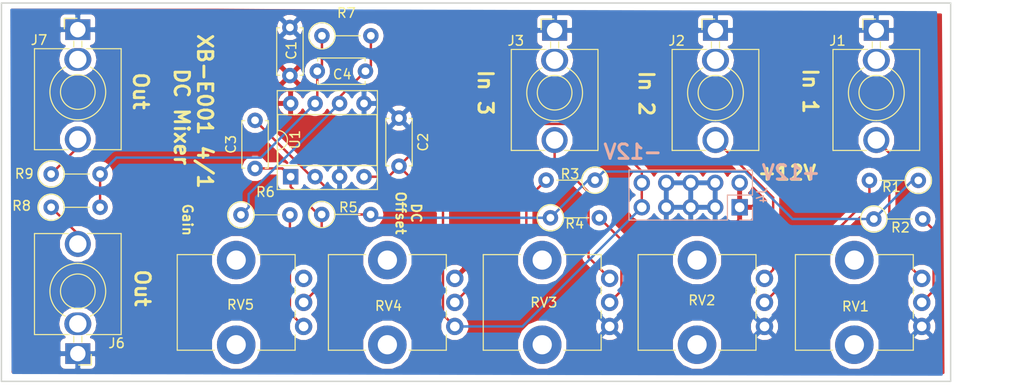
<source format=kicad_pcb>
(kicad_pcb (version 20171130) (host pcbnew "(5.1.0)-1")

  (general
    (thickness 1.6)
    (drawings 17)
    (tracks 100)
    (zones 0)
    (modules 25)
    (nets 24)
  )

  (page A4)
  (layers
    (0 F.Cu signal)
    (31 B.Cu signal)
    (32 B.Adhes user)
    (33 F.Adhes user)
    (34 B.Paste user)
    (35 F.Paste user)
    (36 B.SilkS user)
    (37 F.SilkS user)
    (38 B.Mask user)
    (39 F.Mask user)
    (40 Dwgs.User user)
    (41 Cmts.User user)
    (42 Eco1.User user)
    (43 Eco2.User user)
    (44 Edge.Cuts user)
    (45 Margin user)
    (46 B.CrtYd user)
    (47 F.CrtYd user)
    (48 B.Fab user)
    (49 F.Fab user)
  )

  (setup
    (last_trace_width 0.25)
    (trace_clearance 0.2)
    (zone_clearance 0.508)
    (zone_45_only no)
    (trace_min 0.2)
    (via_size 0.8)
    (via_drill 0.4)
    (via_min_size 0.4)
    (via_min_drill 0.3)
    (uvia_size 0.3)
    (uvia_drill 0.1)
    (uvias_allowed no)
    (uvia_min_size 0.2)
    (uvia_min_drill 0.1)
    (edge_width 0.15)
    (segment_width 0.2)
    (pcb_text_width 0.3)
    (pcb_text_size 1.5 1.5)
    (mod_edge_width 0.15)
    (mod_text_size 1 1)
    (mod_text_width 0.15)
    (pad_size 2.8 2.35)
    (pad_drill 1.8)
    (pad_to_mask_clearance 0.051)
    (solder_mask_min_width 0.25)
    (aux_axis_origin 0 0)
    (visible_elements 7FFFFFFF)
    (pcbplotparams
      (layerselection 0x010fc_ffffffff)
      (usegerberextensions false)
      (usegerberattributes false)
      (usegerberadvancedattributes false)
      (creategerberjobfile false)
      (excludeedgelayer true)
      (linewidth 0.100000)
      (plotframeref false)
      (viasonmask false)
      (mode 1)
      (useauxorigin false)
      (hpglpennumber 1)
      (hpglpenspeed 20)
      (hpglpendiameter 15.000000)
      (psnegative false)
      (psa4output false)
      (plotreference true)
      (plotvalue true)
      (plotinvisibletext false)
      (padsonsilk false)
      (subtractmaskfromsilk false)
      (outputformat 1)
      (mirror false)
      (drillshape 0)
      (scaleselection 1)
      (outputdirectory "euro_format_mixer/"))
  )

  (net 0 "")
  (net 1 +12V)
  (net 2 GND)
  (net 3 -12V)
  (net 4 "Net-(C3-Pad1)")
  (net 5 "Net-(C3-Pad2)")
  (net 6 "Net-(C4-Pad1)")
  (net 7 "Net-(C4-Pad2)")
  (net 8 "Net-(R1-Pad2)")
  (net 9 "Net-(R2-Pad2)")
  (net 10 "Net-(R3-Pad2)")
  (net 11 "Net-(R4-Pad2)")
  (net 12 "Net-(R6-Pad2)")
  (net 13 "Net-(J6-PadT)")
  (net 14 "Net-(J7-PadT)")
  (net 15 "Net-(J1-PadT)")
  (net 16 "Net-(J2-PadT)")
  (net 17 "Net-(J3-PadT)")
  (net 18 "Net-(RV5-Pad1)")
  (net 19 "Net-(J2-PadTN)")
  (net 20 "Net-(J3-PadTN)")
  (net 21 "Net-(J6-PadTN)")
  (net 22 "Net-(J7-PadTN)")
  (net 23 "Net-(J1-PadTN)")

  (net_class Default "This is the default net class."
    (clearance 0.2)
    (trace_width 0.25)
    (via_dia 0.8)
    (via_drill 0.4)
    (uvia_dia 0.3)
    (uvia_drill 0.1)
    (add_net +12V)
    (add_net -12V)
    (add_net GND)
    (add_net "Net-(C3-Pad1)")
    (add_net "Net-(C3-Pad2)")
    (add_net "Net-(C4-Pad1)")
    (add_net "Net-(C4-Pad2)")
    (add_net "Net-(J1-PadT)")
    (add_net "Net-(J1-PadTN)")
    (add_net "Net-(J2-PadT)")
    (add_net "Net-(J2-PadTN)")
    (add_net "Net-(J3-PadT)")
    (add_net "Net-(J3-PadTN)")
    (add_net "Net-(J6-PadT)")
    (add_net "Net-(J6-PadTN)")
    (add_net "Net-(J7-PadT)")
    (add_net "Net-(J7-PadTN)")
    (add_net "Net-(R1-Pad2)")
    (add_net "Net-(R2-Pad2)")
    (add_net "Net-(R3-Pad2)")
    (add_net "Net-(R4-Pad2)")
    (add_net "Net-(R6-Pad2)")
    (add_net "Net-(RV5-Pad1)")
  )

  (module Connector_PinHeader_2.54mm:PinHeader_2x05_P2.54mm_Vertical (layer B.Cu) (tedit 59FED5CC) (tstamp 5C99EC83)
    (at 189.2681 86.6902 90)
    (descr "Through hole straight pin header, 2x05, 2.54mm pitch, double rows")
    (tags "Through hole pin header THT 2x05 2.54mm double row")
    (path /5C8E6099)
    (fp_text reference J4 (at 1.27 2.33 90) (layer B.SilkS)
      (effects (font (size 1 1) (thickness 0.15)) (justify mirror))
    )
    (fp_text value europower (at 1.27 -12.49 90) (layer B.Fab)
      (effects (font (size 1 1) (thickness 0.15)) (justify mirror))
    )
    (fp_line (start 0 1.27) (end 3.81 1.27) (layer B.Fab) (width 0.1))
    (fp_line (start 3.81 1.27) (end 3.81 -11.43) (layer B.Fab) (width 0.1))
    (fp_line (start 3.81 -11.43) (end -1.27 -11.43) (layer B.Fab) (width 0.1))
    (fp_line (start -1.27 -11.43) (end -1.27 0) (layer B.Fab) (width 0.1))
    (fp_line (start -1.27 0) (end 0 1.27) (layer B.Fab) (width 0.1))
    (fp_line (start -1.33 -11.49) (end 3.87 -11.49) (layer B.SilkS) (width 0.12))
    (fp_line (start -1.33 -1.27) (end -1.33 -11.49) (layer B.SilkS) (width 0.12))
    (fp_line (start 3.87 1.33) (end 3.87 -11.49) (layer B.SilkS) (width 0.12))
    (fp_line (start -1.33 -1.27) (end 1.27 -1.27) (layer B.SilkS) (width 0.12))
    (fp_line (start 1.27 -1.27) (end 1.27 1.33) (layer B.SilkS) (width 0.12))
    (fp_line (start 1.27 1.33) (end 3.87 1.33) (layer B.SilkS) (width 0.12))
    (fp_line (start -1.33 0) (end -1.33 1.33) (layer B.SilkS) (width 0.12))
    (fp_line (start -1.33 1.33) (end 0 1.33) (layer B.SilkS) (width 0.12))
    (fp_line (start -1.8 1.8) (end -1.8 -11.95) (layer B.CrtYd) (width 0.05))
    (fp_line (start -1.8 -11.95) (end 4.35 -11.95) (layer B.CrtYd) (width 0.05))
    (fp_line (start 4.35 -11.95) (end 4.35 1.8) (layer B.CrtYd) (width 0.05))
    (fp_line (start 4.35 1.8) (end -1.8 1.8) (layer B.CrtYd) (width 0.05))
    (fp_text user %R (at 1.27 -5.08) (layer B.Fab)
      (effects (font (size 1 1) (thickness 0.15)) (justify mirror))
    )
    (pad 1 thru_hole rect (at 0 0 90) (size 1.7 1.7) (drill 1) (layers *.Cu *.Mask)
      (net 1 +12V))
    (pad 2 thru_hole oval (at 2.54 0 90) (size 1.7 1.7) (drill 1) (layers *.Cu *.Mask)
      (net 1 +12V))
    (pad 3 thru_hole oval (at 0 -2.54 90) (size 1.7 1.7) (drill 1) (layers *.Cu *.Mask)
      (net 2 GND))
    (pad 4 thru_hole oval (at 2.54 -2.54 90) (size 1.7 1.7) (drill 1) (layers *.Cu *.Mask)
      (net 2 GND))
    (pad 5 thru_hole oval (at 0 -5.08 90) (size 1.7 1.7) (drill 1) (layers *.Cu *.Mask)
      (net 2 GND))
    (pad 6 thru_hole oval (at 2.54 -5.08 90) (size 1.7 1.7) (drill 1) (layers *.Cu *.Mask)
      (net 2 GND))
    (pad 7 thru_hole oval (at 0 -7.62 90) (size 1.7 1.7) (drill 1) (layers *.Cu *.Mask)
      (net 2 GND))
    (pad 8 thru_hole oval (at 2.54 -7.62 90) (size 1.7 1.7) (drill 1) (layers *.Cu *.Mask)
      (net 2 GND))
    (pad 9 thru_hole oval (at 0 -10.16 90) (size 1.7 1.7) (drill 1) (layers *.Cu *.Mask)
      (net 3 -12V))
    (pad 10 thru_hole oval (at 2.54 -10.16 90) (size 1.7 1.7) (drill 1) (layers *.Cu *.Mask)
      (net 3 -12V))
    (model ${KISYS3DMOD}/Connector_PinHeader_2.54mm.3dshapes/PinHeader_2x05_P2.54mm_Vertical.wrl
      (at (xyz 0 0 0))
      (scale (xyz 1 1 1))
      (rotate (xyz 0 0 0))
    )
  )

  (module Capacitor_THT:C_Disc_D4.7mm_W2.5mm_P5.00mm (layer F.Cu) (tedit 5AE50EF0) (tstamp 5C951398)
    (at 153.8986 77.4192 270)
    (descr "C, Disc series, Radial, pin pitch=5.00mm, , diameter*width=4.7*2.5mm^2, Capacitor, http://www.vishay.com/docs/45233/krseries.pdf")
    (tags "C Disc series Radial pin pitch 5.00mm  diameter 4.7mm width 2.5mm Capacitor")
    (path /5C3C8CC1)
    (fp_text reference C2 (at 2.5 -2.5 270) (layer F.SilkS)
      (effects (font (size 1 1) (thickness 0.15)))
    )
    (fp_text value 100nF (at 2.5 2.5 270) (layer F.Fab)
      (effects (font (size 1 1) (thickness 0.15)))
    )
    (fp_text user %R (at 2.5 0 270) (layer F.Fab)
      (effects (font (size 0.94 0.94) (thickness 0.141)))
    )
    (fp_line (start 6.05 -1.5) (end -1.05 -1.5) (layer F.CrtYd) (width 0.05))
    (fp_line (start 6.05 1.5) (end 6.05 -1.5) (layer F.CrtYd) (width 0.05))
    (fp_line (start -1.05 1.5) (end 6.05 1.5) (layer F.CrtYd) (width 0.05))
    (fp_line (start -1.05 -1.5) (end -1.05 1.5) (layer F.CrtYd) (width 0.05))
    (fp_line (start 4.97 1.055) (end 4.97 1.37) (layer F.SilkS) (width 0.12))
    (fp_line (start 4.97 -1.37) (end 4.97 -1.055) (layer F.SilkS) (width 0.12))
    (fp_line (start 0.03 1.055) (end 0.03 1.37) (layer F.SilkS) (width 0.12))
    (fp_line (start 0.03 -1.37) (end 0.03 -1.055) (layer F.SilkS) (width 0.12))
    (fp_line (start 0.03 1.37) (end 4.97 1.37) (layer F.SilkS) (width 0.12))
    (fp_line (start 0.03 -1.37) (end 4.97 -1.37) (layer F.SilkS) (width 0.12))
    (fp_line (start 4.85 -1.25) (end 0.15 -1.25) (layer F.Fab) (width 0.1))
    (fp_line (start 4.85 1.25) (end 4.85 -1.25) (layer F.Fab) (width 0.1))
    (fp_line (start 0.15 1.25) (end 4.85 1.25) (layer F.Fab) (width 0.1))
    (fp_line (start 0.15 -1.25) (end 0.15 1.25) (layer F.Fab) (width 0.1))
    (pad 2 thru_hole circle (at 5 0 270) (size 1.6 1.6) (drill 0.8) (layers *.Cu *.Mask)
      (net 3 -12V))
    (pad 1 thru_hole circle (at 0 0 270) (size 1.6 1.6) (drill 0.8) (layers *.Cu *.Mask)
      (net 2 GND))
    (model ${KISYS3DMOD}/Capacitor_THT.3dshapes/C_Disc_D4.7mm_W2.5mm_P5.00mm.wrl
      (at (xyz 0 0 0))
      (scale (xyz 1 1 1))
      (rotate (xyz 0 0 0))
    )
  )

  (module Capacitor_THT:C_Disc_D4.7mm_W2.5mm_P5.00mm (layer F.Cu) (tedit 5AE50EF0) (tstamp 5C951383)
    (at 138.9507 82.6516 90)
    (descr "C, Disc series, Radial, pin pitch=5.00mm, , diameter*width=4.7*2.5mm^2, Capacitor, http://www.vishay.com/docs/45233/krseries.pdf")
    (tags "C Disc series Radial pin pitch 5.00mm  diameter 4.7mm width 2.5mm Capacitor")
    (path /5C3C792C)
    (fp_text reference C3 (at 2.5 -2.5 90) (layer F.SilkS)
      (effects (font (size 1 1) (thickness 0.15)))
    )
    (fp_text value 47pF (at 2.5 2.5 90) (layer F.Fab)
      (effects (font (size 1 1) (thickness 0.15)))
    )
    (fp_line (start 0.15 -1.25) (end 0.15 1.25) (layer F.Fab) (width 0.1))
    (fp_line (start 0.15 1.25) (end 4.85 1.25) (layer F.Fab) (width 0.1))
    (fp_line (start 4.85 1.25) (end 4.85 -1.25) (layer F.Fab) (width 0.1))
    (fp_line (start 4.85 -1.25) (end 0.15 -1.25) (layer F.Fab) (width 0.1))
    (fp_line (start 0.03 -1.37) (end 4.97 -1.37) (layer F.SilkS) (width 0.12))
    (fp_line (start 0.03 1.37) (end 4.97 1.37) (layer F.SilkS) (width 0.12))
    (fp_line (start 0.03 -1.37) (end 0.03 -1.055) (layer F.SilkS) (width 0.12))
    (fp_line (start 0.03 1.055) (end 0.03 1.37) (layer F.SilkS) (width 0.12))
    (fp_line (start 4.97 -1.37) (end 4.97 -1.055) (layer F.SilkS) (width 0.12))
    (fp_line (start 4.97 1.055) (end 4.97 1.37) (layer F.SilkS) (width 0.12))
    (fp_line (start -1.05 -1.5) (end -1.05 1.5) (layer F.CrtYd) (width 0.05))
    (fp_line (start -1.05 1.5) (end 6.05 1.5) (layer F.CrtYd) (width 0.05))
    (fp_line (start 6.05 1.5) (end 6.05 -1.5) (layer F.CrtYd) (width 0.05))
    (fp_line (start 6.05 -1.5) (end -1.05 -1.5) (layer F.CrtYd) (width 0.05))
    (fp_text user %R (at 2.5 0 90) (layer F.Fab)
      (effects (font (size 0.94 0.94) (thickness 0.141)))
    )
    (pad 1 thru_hole circle (at 0 0 90) (size 1.6 1.6) (drill 0.8) (layers *.Cu *.Mask)
      (net 4 "Net-(C3-Pad1)"))
    (pad 2 thru_hole circle (at 5 0 90) (size 1.6 1.6) (drill 0.8) (layers *.Cu *.Mask)
      (net 5 "Net-(C3-Pad2)"))
    (model ${KISYS3DMOD}/Capacitor_THT.3dshapes/C_Disc_D4.7mm_W2.5mm_P5.00mm.wrl
      (at (xyz 0 0 0))
      (scale (xyz 1 1 1))
      (rotate (xyz 0 0 0))
    )
  )

  (module Capacitor_THT:C_Disc_D4.7mm_W2.5mm_P5.00mm (layer F.Cu) (tedit 5AE50EF0) (tstamp 5C95136E)
    (at 145.415 72.5424)
    (descr "C, Disc series, Radial, pin pitch=5.00mm, , diameter*width=4.7*2.5mm^2, Capacitor, http://www.vishay.com/docs/45233/krseries.pdf")
    (tags "C Disc series Radial pin pitch 5.00mm  diameter 4.7mm width 2.5mm Capacitor")
    (path /5C3C7994)
    (fp_text reference C4 (at 2.5908 0.3302) (layer F.SilkS)
      (effects (font (size 1 1) (thickness 0.15)))
    )
    (fp_text value 47pF (at 2.5 2.5) (layer F.Fab)
      (effects (font (size 1 1) (thickness 0.15)))
    )
    (fp_text user %R (at 2.5 0) (layer F.Fab)
      (effects (font (size 0.94 0.94) (thickness 0.141)))
    )
    (fp_line (start 6.05 -1.5) (end -1.05 -1.5) (layer F.CrtYd) (width 0.05))
    (fp_line (start 6.05 1.5) (end 6.05 -1.5) (layer F.CrtYd) (width 0.05))
    (fp_line (start -1.05 1.5) (end 6.05 1.5) (layer F.CrtYd) (width 0.05))
    (fp_line (start -1.05 -1.5) (end -1.05 1.5) (layer F.CrtYd) (width 0.05))
    (fp_line (start 4.97 1.055) (end 4.97 1.37) (layer F.SilkS) (width 0.12))
    (fp_line (start 4.97 -1.37) (end 4.97 -1.055) (layer F.SilkS) (width 0.12))
    (fp_line (start 0.03 1.055) (end 0.03 1.37) (layer F.SilkS) (width 0.12))
    (fp_line (start 0.03 -1.37) (end 0.03 -1.055) (layer F.SilkS) (width 0.12))
    (fp_line (start 0.03 1.37) (end 4.97 1.37) (layer F.SilkS) (width 0.12))
    (fp_line (start 0.03 -1.37) (end 4.97 -1.37) (layer F.SilkS) (width 0.12))
    (fp_line (start 4.85 -1.25) (end 0.15 -1.25) (layer F.Fab) (width 0.1))
    (fp_line (start 4.85 1.25) (end 4.85 -1.25) (layer F.Fab) (width 0.1))
    (fp_line (start 0.15 1.25) (end 4.85 1.25) (layer F.Fab) (width 0.1))
    (fp_line (start 0.15 -1.25) (end 0.15 1.25) (layer F.Fab) (width 0.1))
    (pad 2 thru_hole circle (at 5 0) (size 1.6 1.6) (drill 0.8) (layers *.Cu *.Mask)
      (net 7 "Net-(C4-Pad2)"))
    (pad 1 thru_hole circle (at 0 0) (size 1.6 1.6) (drill 0.8) (layers *.Cu *.Mask)
      (net 6 "Net-(C4-Pad1)"))
    (model ${KISYS3DMOD}/Capacitor_THT.3dshapes/C_Disc_D4.7mm_W2.5mm_P5.00mm.wrl
      (at (xyz 0 0 0))
      (scale (xyz 1 1 1))
      (rotate (xyz 0 0 0))
    )
  )

  (module Capacitor_THT:C_Disc_D4.7mm_W2.5mm_P5.00mm (layer F.Cu) (tedit 5AE50EF0) (tstamp 5C951359)
    (at 142.5702 67.9958 270)
    (descr "C, Disc series, Radial, pin pitch=5.00mm, , diameter*width=4.7*2.5mm^2, Capacitor, http://www.vishay.com/docs/45233/krseries.pdf")
    (tags "C Disc series Radial pin pitch 5.00mm  diameter 4.7mm width 2.5mm Capacitor")
    (path /5C3C8BA1)
    (fp_text reference C1 (at 2.3876 -0.1524 270) (layer F.SilkS)
      (effects (font (size 1 1) (thickness 0.15)))
    )
    (fp_text value 100nF (at 2.5 2.5 270) (layer F.Fab)
      (effects (font (size 1 1) (thickness 0.15)))
    )
    (fp_line (start 0.15 -1.25) (end 0.15 1.25) (layer F.Fab) (width 0.1))
    (fp_line (start 0.15 1.25) (end 4.85 1.25) (layer F.Fab) (width 0.1))
    (fp_line (start 4.85 1.25) (end 4.85 -1.25) (layer F.Fab) (width 0.1))
    (fp_line (start 4.85 -1.25) (end 0.15 -1.25) (layer F.Fab) (width 0.1))
    (fp_line (start 0.03 -1.37) (end 4.97 -1.37) (layer F.SilkS) (width 0.12))
    (fp_line (start 0.03 1.37) (end 4.97 1.37) (layer F.SilkS) (width 0.12))
    (fp_line (start 0.03 -1.37) (end 0.03 -1.055) (layer F.SilkS) (width 0.12))
    (fp_line (start 0.03 1.055) (end 0.03 1.37) (layer F.SilkS) (width 0.12))
    (fp_line (start 4.97 -1.37) (end 4.97 -1.055) (layer F.SilkS) (width 0.12))
    (fp_line (start 4.97 1.055) (end 4.97 1.37) (layer F.SilkS) (width 0.12))
    (fp_line (start -1.05 -1.5) (end -1.05 1.5) (layer F.CrtYd) (width 0.05))
    (fp_line (start -1.05 1.5) (end 6.05 1.5) (layer F.CrtYd) (width 0.05))
    (fp_line (start 6.05 1.5) (end 6.05 -1.5) (layer F.CrtYd) (width 0.05))
    (fp_line (start 6.05 -1.5) (end -1.05 -1.5) (layer F.CrtYd) (width 0.05))
    (fp_text user %R (at 2.5 0 270) (layer F.Fab)
      (effects (font (size 0.94 0.94) (thickness 0.141)))
    )
    (pad 1 thru_hole circle (at 0 0 270) (size 1.6 1.6) (drill 0.8) (layers *.Cu *.Mask)
      (net 2 GND))
    (pad 2 thru_hole circle (at 5 0 270) (size 1.6 1.6) (drill 0.8) (layers *.Cu *.Mask)
      (net 1 +12V))
    (model ${KISYS3DMOD}/Capacitor_THT.3dshapes/C_Disc_D4.7mm_W2.5mm_P5.00mm.wrl
      (at (xyz 0 0 0))
      (scale (xyz 1 1 1))
      (rotate (xyz 0 0 0))
    )
  )

  (module Connector_Audio:Jack_3.5mm_QingPu_WQP-PJ398SM_Vertical_CircularHoles (layer F.Cu) (tedit 5C888DDA) (tstamp 5C951344)
    (at 203.4588 68.3006)
    (descr "TRS 3.5mm, vertical, Thonkiconn, PCB mount, (http://www.qingpu-electronics.com/en/products/WQP-PJ398SM-362.html)")
    (tags "WQP-PJ398SM TRS 3.5mm mono vertical jack thonkiconn qingpu")
    (path /5C3C3F59)
    (fp_text reference J1 (at -4.03 1.08 180) (layer F.SilkS)
      (effects (font (size 1 1) (thickness 0.15)))
    )
    (fp_text value In1 (at 0 5 180) (layer F.Fab)
      (effects (font (size 1 1) (thickness 0.15)))
    )
    (fp_line (start 0 0) (end 0 2.03) (layer F.Fab) (width 0.1))
    (fp_circle (center 0 6.48) (end 1.8 6.48) (layer F.Fab) (width 0.1))
    (fp_line (start 4.5 2.03) (end -4.5 2.03) (layer F.Fab) (width 0.1))
    (fp_line (start 5 -1.58) (end -5 -1.58) (layer F.CrtYd) (width 0.05))
    (fp_line (start 5 13.25) (end -5 13.25) (layer F.CrtYd) (width 0.05))
    (fp_line (start 5 13.25) (end 5 -1.58) (layer F.CrtYd) (width 0.05))
    (fp_line (start 4.5 12.48) (end -4.5 12.48) (layer F.Fab) (width 0.1))
    (fp_line (start 4.5 12.48) (end 4.5 2.08) (layer F.Fab) (width 0.1))
    (fp_line (start -1.4 -1.18) (end -0.08 -1.18) (layer F.SilkS) (width 0.12))
    (fp_line (start -1.4 -1.18) (end -1.4 -0.08) (layer F.SilkS) (width 0.12))
    (fp_line (start 0.42 1.2) (end 0.42 1.8) (layer F.SilkS) (width 0.12))
    (fp_line (start -0.42 1.2) (end -0.42 1.8) (layer F.SilkS) (width 0.12))
    (fp_circle (center 0 6.48) (end 1.8 6.48) (layer F.SilkS) (width 0.12))
    (fp_line (start -0.9 1.98) (end -4.5 1.98) (layer F.SilkS) (width 0.12))
    (fp_line (start 4.5 1.98) (end 0.9 1.98) (layer F.SilkS) (width 0.12))
    (fp_line (start -1 12.48) (end -4.5 12.48) (layer F.SilkS) (width 0.12))
    (fp_line (start 4.5 12.48) (end 1 12.48) (layer F.SilkS) (width 0.12))
    (fp_arc (start 0 6.48) (end 0 9.375) (angle -153.4) (layer F.SilkS) (width 0.12))
    (fp_arc (start 0 6.48) (end 0 9.375) (angle 153.4) (layer F.SilkS) (width 0.12))
    (fp_line (start -1.41 6.02) (end -0.46 5.07) (layer Dwgs.User) (width 0.12))
    (fp_line (start -1.42 6.875) (end 0.4 5.06) (layer Dwgs.User) (width 0.12))
    (fp_line (start -1.07 7.49) (end 1.01 5.41) (layer Dwgs.User) (width 0.12))
    (fp_line (start -0.58 7.83) (end 1.36 5.89) (layer Dwgs.User) (width 0.12))
    (fp_line (start 0.09 7.96) (end 1.48 6.57) (layer Dwgs.User) (width 0.12))
    (fp_circle (center 0 6.48) (end 1.5 6.48) (layer Dwgs.User) (width 0.12))
    (fp_line (start 4.5 1.98) (end 4.5 12.48) (layer F.SilkS) (width 0.12))
    (fp_line (start -4.5 1.98) (end -4.5 12.48) (layer F.SilkS) (width 0.12))
    (fp_text user %R (at 0 8 180) (layer F.Fab)
      (effects (font (size 1 1) (thickness 0.15)))
    )
    (fp_line (start -4.5 12.48) (end -4.5 2.08) (layer F.Fab) (width 0.1))
    (fp_line (start -5 13.25) (end -5 -1.58) (layer F.CrtYd) (width 0.05))
    (fp_text user KEEPOUT (at 0 6.48) (layer Cmts.User)
      (effects (font (size 0.4 0.4) (thickness 0.051)))
    )
    (pad T thru_hole circle (at 0 11.4 180) (size 2.7 2.7) (drill 1.8) (layers *.Cu *.Mask)
      (net 15 "Net-(J1-PadT)"))
    (pad S thru_hole rect (at 0 0 180) (size 2.6 2.15) (drill 1.6) (layers *.Cu *.Mask)
      (net 2 GND))
    (pad TN thru_hole oval (at 0 3.1 180) (size 2.8 2.35) (drill 1.8) (layers *.Cu *.Mask)
      (net 23 "Net-(J1-PadTN)"))
    (model ${KISYS3DMOD}/Connector_Audio.3dshapes/Jack_3.5mm_QingPu_WQP-PJ398SM_Vertical.wrl
      (at (xyz 0 0 0))
      (scale (xyz 1 1 1))
      (rotate (xyz 0 0 0))
    )
  )

  (module Connector_Audio:Jack_3.5mm_QingPu_WQP-PJ398SM_Vertical_CircularHoles (layer F.Cu) (tedit 5C888DB1) (tstamp 5C95131E)
    (at 186.7583 68.3006)
    (descr "TRS 3.5mm, vertical, Thonkiconn, PCB mount, (http://www.qingpu-electronics.com/en/products/WQP-PJ398SM-362.html)")
    (tags "WQP-PJ398SM TRS 3.5mm mono vertical jack thonkiconn qingpu")
    (path /5C3C408A)
    (fp_text reference J2 (at -4.03 1.08 180) (layer F.SilkS)
      (effects (font (size 1 1) (thickness 0.15)))
    )
    (fp_text value In2 (at 0 5 180) (layer F.Fab)
      (effects (font (size 1 1) (thickness 0.15)))
    )
    (fp_text user KEEPOUT (at 0 6.48) (layer Cmts.User)
      (effects (font (size 0.4 0.4) (thickness 0.051)))
    )
    (fp_line (start -5 13.25) (end -5 -1.58) (layer F.CrtYd) (width 0.05))
    (fp_line (start -4.5 12.48) (end -4.5 2.08) (layer F.Fab) (width 0.1))
    (fp_text user %R (at 0 8 180) (layer F.Fab)
      (effects (font (size 1 1) (thickness 0.15)))
    )
    (fp_line (start -4.5 1.98) (end -4.5 12.48) (layer F.SilkS) (width 0.12))
    (fp_line (start 4.5 1.98) (end 4.5 12.48) (layer F.SilkS) (width 0.12))
    (fp_circle (center 0 6.48) (end 1.5 6.48) (layer Dwgs.User) (width 0.12))
    (fp_line (start 0.09 7.96) (end 1.48 6.57) (layer Dwgs.User) (width 0.12))
    (fp_line (start -0.58 7.83) (end 1.36 5.89) (layer Dwgs.User) (width 0.12))
    (fp_line (start -1.07 7.49) (end 1.01 5.41) (layer Dwgs.User) (width 0.12))
    (fp_line (start -1.42 6.875) (end 0.4 5.06) (layer Dwgs.User) (width 0.12))
    (fp_line (start -1.41 6.02) (end -0.46 5.07) (layer Dwgs.User) (width 0.12))
    (fp_arc (start 0 6.48) (end 0 9.375) (angle 153.4) (layer F.SilkS) (width 0.12))
    (fp_arc (start 0 6.48) (end 0 9.375) (angle -153.4) (layer F.SilkS) (width 0.12))
    (fp_line (start 4.5 12.48) (end 1 12.48) (layer F.SilkS) (width 0.12))
    (fp_line (start -1 12.48) (end -4.5 12.48) (layer F.SilkS) (width 0.12))
    (fp_line (start 4.5 1.98) (end 0.9 1.98) (layer F.SilkS) (width 0.12))
    (fp_line (start -0.9 1.98) (end -4.5 1.98) (layer F.SilkS) (width 0.12))
    (fp_circle (center 0 6.48) (end 1.8 6.48) (layer F.SilkS) (width 0.12))
    (fp_line (start -0.42 1.2) (end -0.42 1.8) (layer F.SilkS) (width 0.12))
    (fp_line (start 0.42 1.2) (end 0.42 1.8) (layer F.SilkS) (width 0.12))
    (fp_line (start -1.4 -1.18) (end -1.4 -0.08) (layer F.SilkS) (width 0.12))
    (fp_line (start -1.4 -1.18) (end -0.08 -1.18) (layer F.SilkS) (width 0.12))
    (fp_line (start 4.5 12.48) (end 4.5 2.08) (layer F.Fab) (width 0.1))
    (fp_line (start 4.5 12.48) (end -4.5 12.48) (layer F.Fab) (width 0.1))
    (fp_line (start 5 13.25) (end 5 -1.58) (layer F.CrtYd) (width 0.05))
    (fp_line (start 5 13.25) (end -5 13.25) (layer F.CrtYd) (width 0.05))
    (fp_line (start 5 -1.58) (end -5 -1.58) (layer F.CrtYd) (width 0.05))
    (fp_line (start 4.5 2.03) (end -4.5 2.03) (layer F.Fab) (width 0.1))
    (fp_circle (center 0 6.48) (end 1.8 6.48) (layer F.Fab) (width 0.1))
    (fp_line (start 0 0) (end 0 2.03) (layer F.Fab) (width 0.1))
    (pad TN thru_hole oval (at 0 3.1 180) (size 2.8 2.35) (drill 1.8) (layers *.Cu *.Mask)
      (net 19 "Net-(J2-PadTN)"))
    (pad S thru_hole rect (at 0 0 180) (size 2.6 2.15) (drill 1.6) (layers *.Cu *.Mask)
      (net 2 GND))
    (pad T thru_hole circle (at 0 11.4 180) (size 2.7 2.7) (drill 1.8) (layers *.Cu *.Mask)
      (net 16 "Net-(J2-PadT)"))
    (model ${KISYS3DMOD}/Connector_Audio.3dshapes/Jack_3.5mm_QingPu_WQP-PJ398SM_Vertical.wrl
      (at (xyz 0 0 0))
      (scale (xyz 1 1 1))
      (rotate (xyz 0 0 0))
    )
  )

  (module Connector_Audio:Jack_3.5mm_QingPu_WQP-PJ398SM_Vertical_CircularHoles (layer F.Cu) (tedit 5C888DDC) (tstamp 5C9512F8)
    (at 170.0578 68.3006)
    (descr "TRS 3.5mm, vertical, Thonkiconn, PCB mount, (http://www.qingpu-electronics.com/en/products/WQP-PJ398SM-362.html)")
    (tags "WQP-PJ398SM TRS 3.5mm mono vertical jack thonkiconn qingpu")
    (path /5C3C444B)
    (fp_text reference J3 (at -4.03 1.08 180) (layer F.SilkS)
      (effects (font (size 1 1) (thickness 0.15)))
    )
    (fp_text value In3 (at 0 5 180) (layer F.Fab)
      (effects (font (size 1 1) (thickness 0.15)))
    )
    (fp_line (start 0 0) (end 0 2.03) (layer F.Fab) (width 0.1))
    (fp_circle (center 0 6.48) (end 1.8 6.48) (layer F.Fab) (width 0.1))
    (fp_line (start 4.5 2.03) (end -4.5 2.03) (layer F.Fab) (width 0.1))
    (fp_line (start 5 -1.58) (end -5 -1.58) (layer F.CrtYd) (width 0.05))
    (fp_line (start 5 13.25) (end -5 13.25) (layer F.CrtYd) (width 0.05))
    (fp_line (start 5 13.25) (end 5 -1.58) (layer F.CrtYd) (width 0.05))
    (fp_line (start 4.5 12.48) (end -4.5 12.48) (layer F.Fab) (width 0.1))
    (fp_line (start 4.5 12.48) (end 4.5 2.08) (layer F.Fab) (width 0.1))
    (fp_line (start -1.4 -1.18) (end -0.08 -1.18) (layer F.SilkS) (width 0.12))
    (fp_line (start -1.4 -1.18) (end -1.4 -0.08) (layer F.SilkS) (width 0.12))
    (fp_line (start 0.42 1.2) (end 0.42 1.8) (layer F.SilkS) (width 0.12))
    (fp_line (start -0.42 1.2) (end -0.42 1.8) (layer F.SilkS) (width 0.12))
    (fp_circle (center 0 6.48) (end 1.8 6.48) (layer F.SilkS) (width 0.12))
    (fp_line (start -0.9 1.98) (end -4.5 1.98) (layer F.SilkS) (width 0.12))
    (fp_line (start 4.5 1.98) (end 0.9 1.98) (layer F.SilkS) (width 0.12))
    (fp_line (start -1 12.48) (end -4.5 12.48) (layer F.SilkS) (width 0.12))
    (fp_line (start 4.5 12.48) (end 1 12.48) (layer F.SilkS) (width 0.12))
    (fp_arc (start 0 6.48) (end 0 9.375) (angle -153.4) (layer F.SilkS) (width 0.12))
    (fp_arc (start 0 6.48) (end 0 9.375) (angle 153.4) (layer F.SilkS) (width 0.12))
    (fp_line (start -1.41 6.02) (end -0.46 5.07) (layer Dwgs.User) (width 0.12))
    (fp_line (start -1.42 6.875) (end 0.4 5.06) (layer Dwgs.User) (width 0.12))
    (fp_line (start -1.07 7.49) (end 1.01 5.41) (layer Dwgs.User) (width 0.12))
    (fp_line (start -0.58 7.83) (end 1.36 5.89) (layer Dwgs.User) (width 0.12))
    (fp_line (start 0.09 7.96) (end 1.48 6.57) (layer Dwgs.User) (width 0.12))
    (fp_circle (center 0 6.48) (end 1.5 6.48) (layer Dwgs.User) (width 0.12))
    (fp_line (start 4.5 1.98) (end 4.5 12.48) (layer F.SilkS) (width 0.12))
    (fp_line (start -4.5 1.98) (end -4.5 12.48) (layer F.SilkS) (width 0.12))
    (fp_text user %R (at 0 8 180) (layer F.Fab)
      (effects (font (size 1 1) (thickness 0.15)))
    )
    (fp_line (start -4.5 12.48) (end -4.5 2.08) (layer F.Fab) (width 0.1))
    (fp_line (start -5 13.25) (end -5 -1.58) (layer F.CrtYd) (width 0.05))
    (fp_text user KEEPOUT (at 0 6.48) (layer Cmts.User)
      (effects (font (size 0.4 0.4) (thickness 0.051)))
    )
    (pad T thru_hole circle (at 0 11.4 180) (size 2.7 2.7) (drill 1.8) (layers *.Cu *.Mask)
      (net 17 "Net-(J3-PadT)"))
    (pad S thru_hole rect (at 0 0 180) (size 2.6 2.15) (drill 1.6) (layers *.Cu *.Mask)
      (net 2 GND))
    (pad TN thru_hole oval (at 0 3.1 180) (size 2.8 2.35) (drill 1.8) (layers *.Cu *.Mask)
      (net 20 "Net-(J3-PadTN)"))
    (model ${KISYS3DMOD}/Connector_Audio.3dshapes/Jack_3.5mm_QingPu_WQP-PJ398SM_Vertical.wrl
      (at (xyz 0 0 0))
      (scale (xyz 1 1 1))
      (rotate (xyz 0 0 0))
    )
  )

  (module Connector_Audio:Jack_3.5mm_QingPu_WQP-PJ398SM_Vertical_CircularHoles (layer F.Cu) (tedit 5C888DB5) (tstamp 5C9512AC)
    (at 120.5484 101.9048 180)
    (descr "TRS 3.5mm, vertical, Thonkiconn, PCB mount, (http://www.qingpu-electronics.com/en/products/WQP-PJ398SM-362.html)")
    (tags "WQP-PJ398SM TRS 3.5mm mono vertical jack thonkiconn qingpu")
    (path /5C3C73C3)
    (fp_text reference J6 (at -4.03 1.08) (layer F.SilkS)
      (effects (font (size 1 1) (thickness 0.15)))
    )
    (fp_text value Out1 (at 0 5) (layer F.Fab)
      (effects (font (size 1 1) (thickness 0.15)))
    )
    (fp_line (start 0 0) (end 0 2.03) (layer F.Fab) (width 0.1))
    (fp_circle (center 0 6.48) (end 1.8 6.48) (layer F.Fab) (width 0.1))
    (fp_line (start 4.5 2.03) (end -4.5 2.03) (layer F.Fab) (width 0.1))
    (fp_line (start 5 -1.58) (end -5 -1.58) (layer F.CrtYd) (width 0.05))
    (fp_line (start 5 13.25) (end -5 13.25) (layer F.CrtYd) (width 0.05))
    (fp_line (start 5 13.25) (end 5 -1.58) (layer F.CrtYd) (width 0.05))
    (fp_line (start 4.5 12.48) (end -4.5 12.48) (layer F.Fab) (width 0.1))
    (fp_line (start 4.5 12.48) (end 4.5 2.08) (layer F.Fab) (width 0.1))
    (fp_line (start -1.4 -1.18) (end -0.08 -1.18) (layer F.SilkS) (width 0.12))
    (fp_line (start -1.4 -1.18) (end -1.4 -0.08) (layer F.SilkS) (width 0.12))
    (fp_line (start 0.42 1.2) (end 0.42 1.8) (layer F.SilkS) (width 0.12))
    (fp_line (start -0.42 1.2) (end -0.42 1.8) (layer F.SilkS) (width 0.12))
    (fp_circle (center 0 6.48) (end 1.8 6.48) (layer F.SilkS) (width 0.12))
    (fp_line (start -0.9 1.98) (end -4.5 1.98) (layer F.SilkS) (width 0.12))
    (fp_line (start 4.5 1.98) (end 0.9 1.98) (layer F.SilkS) (width 0.12))
    (fp_line (start -1 12.48) (end -4.5 12.48) (layer F.SilkS) (width 0.12))
    (fp_line (start 4.5 12.48) (end 1 12.48) (layer F.SilkS) (width 0.12))
    (fp_arc (start 0 6.48) (end 0 9.375) (angle -153.4) (layer F.SilkS) (width 0.12))
    (fp_arc (start 0 6.48) (end 0 9.375) (angle 153.4) (layer F.SilkS) (width 0.12))
    (fp_line (start -1.41 6.02) (end -0.46 5.07) (layer Dwgs.User) (width 0.12))
    (fp_line (start -1.42 6.875) (end 0.4 5.06) (layer Dwgs.User) (width 0.12))
    (fp_line (start -1.07 7.49) (end 1.01 5.41) (layer Dwgs.User) (width 0.12))
    (fp_line (start -0.58 7.83) (end 1.36 5.89) (layer Dwgs.User) (width 0.12))
    (fp_line (start 0.09 7.96) (end 1.48 6.57) (layer Dwgs.User) (width 0.12))
    (fp_circle (center 0 6.48) (end 1.5 6.48) (layer Dwgs.User) (width 0.12))
    (fp_line (start 4.5 1.98) (end 4.5 12.48) (layer F.SilkS) (width 0.12))
    (fp_line (start -4.5 1.98) (end -4.5 12.48) (layer F.SilkS) (width 0.12))
    (fp_text user %R (at 0 8) (layer F.Fab)
      (effects (font (size 1 1) (thickness 0.15)))
    )
    (fp_line (start -4.5 12.48) (end -4.5 2.08) (layer F.Fab) (width 0.1))
    (fp_line (start -5 13.25) (end -5 -1.58) (layer F.CrtYd) (width 0.05))
    (fp_text user KEEPOUT (at 0 6.48 180) (layer Cmts.User)
      (effects (font (size 0.4 0.4) (thickness 0.051)))
    )
    (pad T thru_hole circle (at 0 11.4) (size 2.7 2.7) (drill 1.8) (layers *.Cu *.Mask)
      (net 13 "Net-(J6-PadT)"))
    (pad S thru_hole rect (at 0 0) (size 2.6 2.15) (drill 1.6) (layers *.Cu *.Mask)
      (net 2 GND))
    (pad TN thru_hole oval (at 0 3.1) (size 2.8 2.35) (drill 1.8) (layers *.Cu *.Mask)
      (net 21 "Net-(J6-PadTN)"))
    (model ${KISYS3DMOD}/Connector_Audio.3dshapes/Jack_3.5mm_QingPu_WQP-PJ398SM_Vertical.wrl
      (at (xyz 0 0 0))
      (scale (xyz 1 1 1))
      (rotate (xyz 0 0 0))
    )
  )

  (module Connector_Audio:Jack_3.5mm_QingPu_WQP-PJ398SM_Vertical_CircularHoles (layer F.Cu) (tedit 5C888DBB) (tstamp 5C951286)
    (at 120.5484 68.2244)
    (descr "TRS 3.5mm, vertical, Thonkiconn, PCB mount, (http://www.qingpu-electronics.com/en/products/WQP-PJ398SM-362.html)")
    (tags "WQP-PJ398SM TRS 3.5mm mono vertical jack thonkiconn qingpu")
    (path /5C3C630B)
    (fp_text reference J7 (at -4.03 1.08 180) (layer F.SilkS)
      (effects (font (size 1 1) (thickness 0.15)))
    )
    (fp_text value Out2 (at 0 5 180) (layer F.Fab)
      (effects (font (size 1 1) (thickness 0.15)))
    )
    (fp_text user KEEPOUT (at 0 6.48) (layer Cmts.User)
      (effects (font (size 0.4 0.4) (thickness 0.051)))
    )
    (fp_line (start -5 13.25) (end -5 -1.58) (layer F.CrtYd) (width 0.05))
    (fp_line (start -4.5 12.48) (end -4.5 2.08) (layer F.Fab) (width 0.1))
    (fp_text user %R (at 0 8 180) (layer F.Fab)
      (effects (font (size 1 1) (thickness 0.15)))
    )
    (fp_line (start -4.5 1.98) (end -4.5 12.48) (layer F.SilkS) (width 0.12))
    (fp_line (start 4.5 1.98) (end 4.5 12.48) (layer F.SilkS) (width 0.12))
    (fp_circle (center 0 6.48) (end 1.5 6.48) (layer Dwgs.User) (width 0.12))
    (fp_line (start 0.09 7.96) (end 1.48 6.57) (layer Dwgs.User) (width 0.12))
    (fp_line (start -0.58 7.83) (end 1.36 5.89) (layer Dwgs.User) (width 0.12))
    (fp_line (start -1.07 7.49) (end 1.01 5.41) (layer Dwgs.User) (width 0.12))
    (fp_line (start -1.42 6.875) (end 0.4 5.06) (layer Dwgs.User) (width 0.12))
    (fp_line (start -1.41 6.02) (end -0.46 5.07) (layer Dwgs.User) (width 0.12))
    (fp_arc (start 0 6.48) (end 0 9.375) (angle 153.4) (layer F.SilkS) (width 0.12))
    (fp_arc (start 0 6.48) (end 0 9.375) (angle -153.4) (layer F.SilkS) (width 0.12))
    (fp_line (start 4.5 12.48) (end 1 12.48) (layer F.SilkS) (width 0.12))
    (fp_line (start -1 12.48) (end -4.5 12.48) (layer F.SilkS) (width 0.12))
    (fp_line (start 4.5 1.98) (end 0.9 1.98) (layer F.SilkS) (width 0.12))
    (fp_line (start -0.9 1.98) (end -4.5 1.98) (layer F.SilkS) (width 0.12))
    (fp_circle (center 0 6.48) (end 1.8 6.48) (layer F.SilkS) (width 0.12))
    (fp_line (start -0.42 1.2) (end -0.42 1.8) (layer F.SilkS) (width 0.12))
    (fp_line (start 0.42 1.2) (end 0.42 1.8) (layer F.SilkS) (width 0.12))
    (fp_line (start -1.4 -1.18) (end -1.4 -0.08) (layer F.SilkS) (width 0.12))
    (fp_line (start -1.4 -1.18) (end -0.08 -1.18) (layer F.SilkS) (width 0.12))
    (fp_line (start 4.5 12.48) (end 4.5 2.08) (layer F.Fab) (width 0.1))
    (fp_line (start 4.5 12.48) (end -4.5 12.48) (layer F.Fab) (width 0.1))
    (fp_line (start 5 13.25) (end 5 -1.58) (layer F.CrtYd) (width 0.05))
    (fp_line (start 5 13.25) (end -5 13.25) (layer F.CrtYd) (width 0.05))
    (fp_line (start 5 -1.58) (end -5 -1.58) (layer F.CrtYd) (width 0.05))
    (fp_line (start 4.5 2.03) (end -4.5 2.03) (layer F.Fab) (width 0.1))
    (fp_circle (center 0 6.48) (end 1.8 6.48) (layer F.Fab) (width 0.1))
    (fp_line (start 0 0) (end 0 2.03) (layer F.Fab) (width 0.1))
    (pad TN thru_hole oval (at 0 3.1 180) (size 2.8 2.35) (drill 1.8) (layers *.Cu *.Mask)
      (net 22 "Net-(J7-PadTN)"))
    (pad S thru_hole rect (at 0 0 180) (size 2.6 2.15) (drill 1.6) (layers *.Cu *.Mask)
      (net 2 GND))
    (pad T thru_hole circle (at 0 11.4 180) (size 2.7 2.7) (drill 1.8) (layers *.Cu *.Mask)
      (net 14 "Net-(J7-PadT)"))
    (model ${KISYS3DMOD}/Connector_Audio.3dshapes/Jack_3.5mm_QingPu_WQP-PJ398SM_Vertical.wrl
      (at (xyz 0 0 0))
      (scale (xyz 1 1 1))
      (rotate (xyz 0 0 0))
    )
  )

  (module Package_DIP:DIP-8_W7.62mm_Socket (layer F.Cu) (tedit 5A02E8C5) (tstamp 5C9511F1)
    (at 142.6464 83.5152 90)
    (descr "8-lead though-hole mounted DIP package, row spacing 7.62 mm (300 mils), Socket")
    (tags "THT DIP DIL PDIP 2.54mm 7.62mm 300mil Socket")
    (path /5C3CA368)
    (fp_text reference U1 (at 3.8608 0.4572 90) (layer F.SilkS)
      (effects (font (size 1 1) (thickness 0.15)))
    )
    (fp_text value TL072 (at 3.81 9.95 90) (layer F.Fab)
      (effects (font (size 1 1) (thickness 0.15)))
    )
    (fp_arc (start 3.81 -1.33) (end 2.81 -1.33) (angle -180) (layer F.SilkS) (width 0.12))
    (fp_line (start 1.635 -1.27) (end 6.985 -1.27) (layer F.Fab) (width 0.1))
    (fp_line (start 6.985 -1.27) (end 6.985 8.89) (layer F.Fab) (width 0.1))
    (fp_line (start 6.985 8.89) (end 0.635 8.89) (layer F.Fab) (width 0.1))
    (fp_line (start 0.635 8.89) (end 0.635 -0.27) (layer F.Fab) (width 0.1))
    (fp_line (start 0.635 -0.27) (end 1.635 -1.27) (layer F.Fab) (width 0.1))
    (fp_line (start -1.27 -1.33) (end -1.27 8.95) (layer F.Fab) (width 0.1))
    (fp_line (start -1.27 8.95) (end 8.89 8.95) (layer F.Fab) (width 0.1))
    (fp_line (start 8.89 8.95) (end 8.89 -1.33) (layer F.Fab) (width 0.1))
    (fp_line (start 8.89 -1.33) (end -1.27 -1.33) (layer F.Fab) (width 0.1))
    (fp_line (start 2.81 -1.33) (end 1.16 -1.33) (layer F.SilkS) (width 0.12))
    (fp_line (start 1.16 -1.33) (end 1.16 8.95) (layer F.SilkS) (width 0.12))
    (fp_line (start 1.16 8.95) (end 6.46 8.95) (layer F.SilkS) (width 0.12))
    (fp_line (start 6.46 8.95) (end 6.46 -1.33) (layer F.SilkS) (width 0.12))
    (fp_line (start 6.46 -1.33) (end 4.81 -1.33) (layer F.SilkS) (width 0.12))
    (fp_line (start -1.33 -1.39) (end -1.33 9.01) (layer F.SilkS) (width 0.12))
    (fp_line (start -1.33 9.01) (end 8.95 9.01) (layer F.SilkS) (width 0.12))
    (fp_line (start 8.95 9.01) (end 8.95 -1.39) (layer F.SilkS) (width 0.12))
    (fp_line (start 8.95 -1.39) (end -1.33 -1.39) (layer F.SilkS) (width 0.12))
    (fp_line (start -1.55 -1.6) (end -1.55 9.2) (layer F.CrtYd) (width 0.05))
    (fp_line (start -1.55 9.2) (end 9.15 9.2) (layer F.CrtYd) (width 0.05))
    (fp_line (start 9.15 9.2) (end 9.15 -1.6) (layer F.CrtYd) (width 0.05))
    (fp_line (start 9.15 -1.6) (end -1.55 -1.6) (layer F.CrtYd) (width 0.05))
    (fp_text user %R (at 3.81 3.81 90) (layer F.Fab)
      (effects (font (size 1 1) (thickness 0.15)))
    )
    (pad 1 thru_hole rect (at 0 0 90) (size 1.6 1.6) (drill 0.8) (layers *.Cu *.Mask)
      (net 4 "Net-(C3-Pad1)"))
    (pad 5 thru_hole oval (at 7.62 7.62 90) (size 1.6 1.6) (drill 0.8) (layers *.Cu *.Mask)
      (net 2 GND))
    (pad 2 thru_hole oval (at 0 2.54 90) (size 1.6 1.6) (drill 0.8) (layers *.Cu *.Mask)
      (net 5 "Net-(C3-Pad2)"))
    (pad 6 thru_hole oval (at 7.62 5.08 90) (size 1.6 1.6) (drill 0.8) (layers *.Cu *.Mask)
      (net 7 "Net-(C4-Pad2)"))
    (pad 3 thru_hole oval (at 0 5.08 90) (size 1.6 1.6) (drill 0.8) (layers *.Cu *.Mask)
      (net 2 GND))
    (pad 7 thru_hole oval (at 7.62 2.54 90) (size 1.6 1.6) (drill 0.8) (layers *.Cu *.Mask)
      (net 6 "Net-(C4-Pad1)"))
    (pad 4 thru_hole oval (at 0 7.62 90) (size 1.6 1.6) (drill 0.8) (layers *.Cu *.Mask)
      (net 3 -12V))
    (pad 8 thru_hole oval (at 7.62 0 90) (size 1.6 1.6) (drill 0.8) (layers *.Cu *.Mask)
      (net 1 +12V))
    (model ${KISYS3DMOD}/Package_DIP.3dshapes/DIP-8_W7.62mm_Socket.wrl
      (at (xyz 0 0 0))
      (scale (xyz 1 1 1))
      (rotate (xyz 0 0 0))
    )
  )

  (module Potentiometer_THT:Potentiometer_Bourns_PTV09A-1_Single_Vertical (layer F.Cu) (tedit 5A3D4993) (tstamp 5C9511CD)
    (at 143.9926 94.0816 180)
    (descr "Potentiometer, vertical, Bourns PTV09A-1 Single, http://www.bourns.com/docs/Product-Datasheets/ptv09.pdf")
    (tags "Potentiometer vertical Bourns PTV09A-1 Single")
    (path /5C3C502C)
    (fp_text reference RV5 (at 6.5532 -2.7432 180) (layer F.SilkS)
      (effects (font (size 1 1) (thickness 0.15)))
    )
    (fp_text value 104B (at 6.05 5.15 180) (layer F.Fab)
      (effects (font (size 1 1) (thickness 0.15)))
    )
    (fp_circle (center 7.5 -2.5) (end 10.5 -2.5) (layer F.Fab) (width 0.1))
    (fp_line (start 1 -7.35) (end 1 2.35) (layer F.Fab) (width 0.1))
    (fp_line (start 1 2.35) (end 13 2.35) (layer F.Fab) (width 0.1))
    (fp_line (start 13 2.35) (end 13 -7.35) (layer F.Fab) (width 0.1))
    (fp_line (start 13 -7.35) (end 1 -7.35) (layer F.Fab) (width 0.1))
    (fp_line (start 0.88 -7.47) (end 4.745 -7.47) (layer F.SilkS) (width 0.12))
    (fp_line (start 9.255 -7.47) (end 13.12 -7.47) (layer F.SilkS) (width 0.12))
    (fp_line (start 0.88 2.47) (end 4.745 2.47) (layer F.SilkS) (width 0.12))
    (fp_line (start 9.255 2.47) (end 13.12 2.47) (layer F.SilkS) (width 0.12))
    (fp_line (start 0.88 -7.47) (end 0.88 -5.871) (layer F.SilkS) (width 0.12))
    (fp_line (start 0.88 -4.129) (end 0.88 -3.37) (layer F.SilkS) (width 0.12))
    (fp_line (start 0.88 -1.629) (end 0.88 -0.87) (layer F.SilkS) (width 0.12))
    (fp_line (start 0.88 0.87) (end 0.88 2.47) (layer F.SilkS) (width 0.12))
    (fp_line (start 13.12 -7.47) (end 13.12 2.47) (layer F.SilkS) (width 0.12))
    (fp_line (start -1.15 -9.15) (end -1.15 4.15) (layer F.CrtYd) (width 0.05))
    (fp_line (start -1.15 4.15) (end 13.25 4.15) (layer F.CrtYd) (width 0.05))
    (fp_line (start 13.25 4.15) (end 13.25 -9.15) (layer F.CrtYd) (width 0.05))
    (fp_line (start 13.25 -9.15) (end -1.15 -9.15) (layer F.CrtYd) (width 0.05))
    (fp_text user %R (at 2 -2.5 270) (layer F.Fab)
      (effects (font (size 1 1) (thickness 0.15)))
    )
    (pad 3 thru_hole circle (at 0 -5 180) (size 1.8 1.8) (drill 1) (layers *.Cu *.Mask)
      (net 12 "Net-(R6-Pad2)"))
    (pad 2 thru_hole circle (at 0 -2.5 180) (size 1.8 1.8) (drill 1) (layers *.Cu *.Mask)
      (net 4 "Net-(C3-Pad1)"))
    (pad 1 thru_hole circle (at 0 0 180) (size 1.8 1.8) (drill 1) (layers *.Cu *.Mask)
      (net 18 "Net-(RV5-Pad1)"))
    (pad "" np_thru_hole circle (at 7 -6.9 180) (size 4 4) (drill 2) (layers *.Cu *.Mask))
    (pad "" np_thru_hole circle (at 7 1.9 180) (size 4 4) (drill 2) (layers *.Cu *.Mask))
    (model ${KISYS3DMOD}/Potentiometer_THT.3dshapes/Potentiometer_Bourns_PTV09A-1_Single_Vertical.wrl
      (at (xyz 0 0 0))
      (scale (xyz 1 1 1))
      (rotate (xyz 0 0 0))
    )
  )

  (module Potentiometer_THT:Potentiometer_Bourns_PTV09A-1_Single_Vertical (layer F.Cu) (tedit 5A3D4993) (tstamp 5C9511B1)
    (at 159.6898 94.0816 180)
    (descr "Potentiometer, vertical, Bourns PTV09A-1 Single, http://www.bourns.com/docs/Product-Datasheets/ptv09.pdf")
    (tags "Potentiometer vertical Bourns PTV09A-1 Single")
    (path /5C3CBBBA)
    (fp_text reference RV4 (at 6.8834 -2.8702 180) (layer F.SilkS)
      (effects (font (size 1 1) (thickness 0.15)))
    )
    (fp_text value 104B (at 6.05 5.15 180) (layer F.Fab)
      (effects (font (size 1 1) (thickness 0.15)))
    )
    (fp_text user %R (at 2 -2.5 270) (layer F.Fab)
      (effects (font (size 1 1) (thickness 0.15)))
    )
    (fp_line (start 13.25 -9.15) (end -1.15 -9.15) (layer F.CrtYd) (width 0.05))
    (fp_line (start 13.25 4.15) (end 13.25 -9.15) (layer F.CrtYd) (width 0.05))
    (fp_line (start -1.15 4.15) (end 13.25 4.15) (layer F.CrtYd) (width 0.05))
    (fp_line (start -1.15 -9.15) (end -1.15 4.15) (layer F.CrtYd) (width 0.05))
    (fp_line (start 13.12 -7.47) (end 13.12 2.47) (layer F.SilkS) (width 0.12))
    (fp_line (start 0.88 0.87) (end 0.88 2.47) (layer F.SilkS) (width 0.12))
    (fp_line (start 0.88 -1.629) (end 0.88 -0.87) (layer F.SilkS) (width 0.12))
    (fp_line (start 0.88 -4.129) (end 0.88 -3.37) (layer F.SilkS) (width 0.12))
    (fp_line (start 0.88 -7.47) (end 0.88 -5.871) (layer F.SilkS) (width 0.12))
    (fp_line (start 9.255 2.47) (end 13.12 2.47) (layer F.SilkS) (width 0.12))
    (fp_line (start 0.88 2.47) (end 4.745 2.47) (layer F.SilkS) (width 0.12))
    (fp_line (start 9.255 -7.47) (end 13.12 -7.47) (layer F.SilkS) (width 0.12))
    (fp_line (start 0.88 -7.47) (end 4.745 -7.47) (layer F.SilkS) (width 0.12))
    (fp_line (start 13 -7.35) (end 1 -7.35) (layer F.Fab) (width 0.1))
    (fp_line (start 13 2.35) (end 13 -7.35) (layer F.Fab) (width 0.1))
    (fp_line (start 1 2.35) (end 13 2.35) (layer F.Fab) (width 0.1))
    (fp_line (start 1 -7.35) (end 1 2.35) (layer F.Fab) (width 0.1))
    (fp_circle (center 7.5 -2.5) (end 10.5 -2.5) (layer F.Fab) (width 0.1))
    (pad "" np_thru_hole circle (at 7 1.9 180) (size 4 4) (drill 2) (layers *.Cu *.Mask))
    (pad "" np_thru_hole circle (at 7 -6.9 180) (size 4 4) (drill 2) (layers *.Cu *.Mask))
    (pad 1 thru_hole circle (at 0 0 180) (size 1.8 1.8) (drill 1) (layers *.Cu *.Mask)
      (net 1 +12V))
    (pad 2 thru_hole circle (at 0 -2.5 180) (size 1.8 1.8) (drill 1) (layers *.Cu *.Mask)
      (net 11 "Net-(R4-Pad2)"))
    (pad 3 thru_hole circle (at 0 -5 180) (size 1.8 1.8) (drill 1) (layers *.Cu *.Mask)
      (net 3 -12V))
    (model ${KISYS3DMOD}/Potentiometer_THT.3dshapes/Potentiometer_Bourns_PTV09A-1_Single_Vertical.wrl
      (at (xyz 0 0 0))
      (scale (xyz 1 1 1))
      (rotate (xyz 0 0 0))
    )
  )

  (module Potentiometer_THT:Potentiometer_Bourns_PTV09A-1_Single_Vertical (layer F.Cu) (tedit 5A3D4993) (tstamp 5C951195)
    (at 175.768 94.0816 180)
    (descr "Potentiometer, vertical, Bourns PTV09A-1 Single, http://www.bourns.com/docs/Product-Datasheets/ptv09.pdf")
    (tags "Potentiometer vertical Bourns PTV09A-1 Single")
    (path /5C3C4398)
    (fp_text reference RV3 (at 6.8326 -2.5146 180) (layer F.SilkS)
      (effects (font (size 1 1) (thickness 0.15)))
    )
    (fp_text value 104B (at 6.05 5.15 180) (layer F.Fab)
      (effects (font (size 1 1) (thickness 0.15)))
    )
    (fp_circle (center 7.5 -2.5) (end 10.5 -2.5) (layer F.Fab) (width 0.1))
    (fp_line (start 1 -7.35) (end 1 2.35) (layer F.Fab) (width 0.1))
    (fp_line (start 1 2.35) (end 13 2.35) (layer F.Fab) (width 0.1))
    (fp_line (start 13 2.35) (end 13 -7.35) (layer F.Fab) (width 0.1))
    (fp_line (start 13 -7.35) (end 1 -7.35) (layer F.Fab) (width 0.1))
    (fp_line (start 0.88 -7.47) (end 4.745 -7.47) (layer F.SilkS) (width 0.12))
    (fp_line (start 9.255 -7.47) (end 13.12 -7.47) (layer F.SilkS) (width 0.12))
    (fp_line (start 0.88 2.47) (end 4.745 2.47) (layer F.SilkS) (width 0.12))
    (fp_line (start 9.255 2.47) (end 13.12 2.47) (layer F.SilkS) (width 0.12))
    (fp_line (start 0.88 -7.47) (end 0.88 -5.871) (layer F.SilkS) (width 0.12))
    (fp_line (start 0.88 -4.129) (end 0.88 -3.37) (layer F.SilkS) (width 0.12))
    (fp_line (start 0.88 -1.629) (end 0.88 -0.87) (layer F.SilkS) (width 0.12))
    (fp_line (start 0.88 0.87) (end 0.88 2.47) (layer F.SilkS) (width 0.12))
    (fp_line (start 13.12 -7.47) (end 13.12 2.47) (layer F.SilkS) (width 0.12))
    (fp_line (start -1.15 -9.15) (end -1.15 4.15) (layer F.CrtYd) (width 0.05))
    (fp_line (start -1.15 4.15) (end 13.25 4.15) (layer F.CrtYd) (width 0.05))
    (fp_line (start 13.25 4.15) (end 13.25 -9.15) (layer F.CrtYd) (width 0.05))
    (fp_line (start 13.25 -9.15) (end -1.15 -9.15) (layer F.CrtYd) (width 0.05))
    (fp_text user %R (at 2 -2.5 270) (layer F.Fab)
      (effects (font (size 1 1) (thickness 0.15)))
    )
    (pad 3 thru_hole circle (at 0 -5 180) (size 1.8 1.8) (drill 1) (layers *.Cu *.Mask)
      (net 2 GND))
    (pad 2 thru_hole circle (at 0 -2.5 180) (size 1.8 1.8) (drill 1) (layers *.Cu *.Mask)
      (net 10 "Net-(R3-Pad2)"))
    (pad 1 thru_hole circle (at 0 0 180) (size 1.8 1.8) (drill 1) (layers *.Cu *.Mask)
      (net 17 "Net-(J3-PadT)"))
    (pad "" np_thru_hole circle (at 7 -6.9 180) (size 4 4) (drill 2) (layers *.Cu *.Mask))
    (pad "" np_thru_hole circle (at 7 1.9 180) (size 4 4) (drill 2) (layers *.Cu *.Mask))
    (model ${KISYS3DMOD}/Potentiometer_THT.3dshapes/Potentiometer_Bourns_PTV09A-1_Single_Vertical.wrl
      (at (xyz 0 0 0))
      (scale (xyz 1 1 1))
      (rotate (xyz 0 0 0))
    )
  )

  (module Potentiometer_THT:Potentiometer_Bourns_PTV09A-1_Single_Vertical (layer F.Cu) (tedit 5A3D4993) (tstamp 5C951179)
    (at 191.8462 94.0816 180)
    (descr "Potentiometer, vertical, Bourns PTV09A-1 Single, http://www.bourns.com/docs/Product-Datasheets/ptv09.pdf")
    (tags "Potentiometer vertical Bourns PTV09A-1 Single")
    (path /5C3C3DB3)
    (fp_text reference RV2 (at 6.5024 -2.286 180) (layer F.SilkS)
      (effects (font (size 1 1) (thickness 0.15)))
    )
    (fp_text value 104B (at 6.05 5.15 180) (layer F.Fab)
      (effects (font (size 1 1) (thickness 0.15)))
    )
    (fp_text user %R (at 2 -2.5 270) (layer F.Fab)
      (effects (font (size 1 1) (thickness 0.15)))
    )
    (fp_line (start 13.25 -9.15) (end -1.15 -9.15) (layer F.CrtYd) (width 0.05))
    (fp_line (start 13.25 4.15) (end 13.25 -9.15) (layer F.CrtYd) (width 0.05))
    (fp_line (start -1.15 4.15) (end 13.25 4.15) (layer F.CrtYd) (width 0.05))
    (fp_line (start -1.15 -9.15) (end -1.15 4.15) (layer F.CrtYd) (width 0.05))
    (fp_line (start 13.12 -7.47) (end 13.12 2.47) (layer F.SilkS) (width 0.12))
    (fp_line (start 0.88 0.87) (end 0.88 2.47) (layer F.SilkS) (width 0.12))
    (fp_line (start 0.88 -1.629) (end 0.88 -0.87) (layer F.SilkS) (width 0.12))
    (fp_line (start 0.88 -4.129) (end 0.88 -3.37) (layer F.SilkS) (width 0.12))
    (fp_line (start 0.88 -7.47) (end 0.88 -5.871) (layer F.SilkS) (width 0.12))
    (fp_line (start 9.255 2.47) (end 13.12 2.47) (layer F.SilkS) (width 0.12))
    (fp_line (start 0.88 2.47) (end 4.745 2.47) (layer F.SilkS) (width 0.12))
    (fp_line (start 9.255 -7.47) (end 13.12 -7.47) (layer F.SilkS) (width 0.12))
    (fp_line (start 0.88 -7.47) (end 4.745 -7.47) (layer F.SilkS) (width 0.12))
    (fp_line (start 13 -7.35) (end 1 -7.35) (layer F.Fab) (width 0.1))
    (fp_line (start 13 2.35) (end 13 -7.35) (layer F.Fab) (width 0.1))
    (fp_line (start 1 2.35) (end 13 2.35) (layer F.Fab) (width 0.1))
    (fp_line (start 1 -7.35) (end 1 2.35) (layer F.Fab) (width 0.1))
    (fp_circle (center 7.5 -2.5) (end 10.5 -2.5) (layer F.Fab) (width 0.1))
    (pad "" np_thru_hole circle (at 7 1.9 180) (size 4 4) (drill 2) (layers *.Cu *.Mask))
    (pad "" np_thru_hole circle (at 7 -6.9 180) (size 4 4) (drill 2) (layers *.Cu *.Mask))
    (pad 1 thru_hole circle (at 0 0 180) (size 1.8 1.8) (drill 1) (layers *.Cu *.Mask)
      (net 16 "Net-(J2-PadT)"))
    (pad 2 thru_hole circle (at 0 -2.5 180) (size 1.8 1.8) (drill 1) (layers *.Cu *.Mask)
      (net 9 "Net-(R2-Pad2)"))
    (pad 3 thru_hole circle (at 0 -5 180) (size 1.8 1.8) (drill 1) (layers *.Cu *.Mask)
      (net 2 GND))
    (model ${KISYS3DMOD}/Potentiometer_THT.3dshapes/Potentiometer_Bourns_PTV09A-1_Single_Vertical.wrl
      (at (xyz 0 0 0))
      (scale (xyz 1 1 1))
      (rotate (xyz 0 0 0))
    )
  )

  (module Potentiometer_THT:Potentiometer_Bourns_PTV09A-1_Single_Vertical (layer F.Cu) (tedit 5A3D4993) (tstamp 5C95115D)
    (at 208.1784 94.0816 180)
    (descr "Potentiometer, vertical, Bourns PTV09A-1 Single, http://www.bourns.com/docs/Product-Datasheets/ptv09.pdf")
    (tags "Potentiometer vertical Bourns PTV09A-1 Single")
    (path /5C3C3AFD)
    (fp_text reference RV1 (at 6.8834 -2.921 180) (layer F.SilkS)
      (effects (font (size 1 1) (thickness 0.15)))
    )
    (fp_text value 104B (at 6.05 5.15 180) (layer F.Fab)
      (effects (font (size 1 1) (thickness 0.15)))
    )
    (fp_circle (center 7.5 -2.5) (end 10.5 -2.5) (layer F.Fab) (width 0.1))
    (fp_line (start 1 -7.35) (end 1 2.35) (layer F.Fab) (width 0.1))
    (fp_line (start 1 2.35) (end 13 2.35) (layer F.Fab) (width 0.1))
    (fp_line (start 13 2.35) (end 13 -7.35) (layer F.Fab) (width 0.1))
    (fp_line (start 13 -7.35) (end 1 -7.35) (layer F.Fab) (width 0.1))
    (fp_line (start 0.88 -7.47) (end 4.745 -7.47) (layer F.SilkS) (width 0.12))
    (fp_line (start 9.255 -7.47) (end 13.12 -7.47) (layer F.SilkS) (width 0.12))
    (fp_line (start 0.88 2.47) (end 4.745 2.47) (layer F.SilkS) (width 0.12))
    (fp_line (start 9.255 2.47) (end 13.12 2.47) (layer F.SilkS) (width 0.12))
    (fp_line (start 0.88 -7.47) (end 0.88 -5.871) (layer F.SilkS) (width 0.12))
    (fp_line (start 0.88 -4.129) (end 0.88 -3.37) (layer F.SilkS) (width 0.12))
    (fp_line (start 0.88 -1.629) (end 0.88 -0.87) (layer F.SilkS) (width 0.12))
    (fp_line (start 0.88 0.87) (end 0.88 2.47) (layer F.SilkS) (width 0.12))
    (fp_line (start 13.12 -7.47) (end 13.12 2.47) (layer F.SilkS) (width 0.12))
    (fp_line (start -1.15 -9.15) (end -1.15 4.15) (layer F.CrtYd) (width 0.05))
    (fp_line (start -1.15 4.15) (end 13.25 4.15) (layer F.CrtYd) (width 0.05))
    (fp_line (start 13.25 4.15) (end 13.25 -9.15) (layer F.CrtYd) (width 0.05))
    (fp_line (start 13.25 -9.15) (end -1.15 -9.15) (layer F.CrtYd) (width 0.05))
    (fp_text user %R (at 2 -2.5 270) (layer F.Fab)
      (effects (font (size 1 1) (thickness 0.15)))
    )
    (pad 3 thru_hole circle (at 0 -5 180) (size 1.8 1.8) (drill 1) (layers *.Cu *.Mask)
      (net 2 GND))
    (pad 2 thru_hole circle (at 0 -2.5 180) (size 1.8 1.8) (drill 1) (layers *.Cu *.Mask)
      (net 8 "Net-(R1-Pad2)"))
    (pad 1 thru_hole circle (at 0 0 180) (size 1.8 1.8) (drill 1) (layers *.Cu *.Mask)
      (net 15 "Net-(J1-PadT)"))
    (pad "" np_thru_hole circle (at 7 -6.9 180) (size 4 4) (drill 2) (layers *.Cu *.Mask))
    (pad "" np_thru_hole circle (at 7 1.9 180) (size 4 4) (drill 2) (layers *.Cu *.Mask))
    (model ${KISYS3DMOD}/Potentiometer_THT.3dshapes/Potentiometer_Bourns_PTV09A-1_Single_Vertical.wrl
      (at (xyz 0 0 0))
      (scale (xyz 1 1 1))
      (rotate (xyz 0 0 0))
    )
  )

  (module Resistor_THT:R_Axial_DIN0207_L6.3mm_D2.5mm_P5.08mm_Vertical (layer F.Cu) (tedit 5AE5139B) (tstamp 5C951141)
    (at 117.7798 83.2358)
    (descr "Resistor, Axial_DIN0207 series, Axial, Vertical, pin pitch=5.08mm, 0.25W = 1/4W, length*diameter=6.3*2.5mm^2, http://cdn-reichelt.de/documents/datenblatt/B400/1_4W%23YAG.pdf")
    (tags "Resistor Axial_DIN0207 series Axial Vertical pin pitch 5.08mm 0.25W = 1/4W length 6.3mm diameter 2.5mm")
    (path /5C3C5B13)
    (fp_text reference R9 (at -2.794 -0.0254) (layer F.SilkS)
      (effects (font (size 1 1) (thickness 0.15)))
    )
    (fp_text value 1K (at 2.54 2.37) (layer F.Fab)
      (effects (font (size 1 1) (thickness 0.15)))
    )
    (fp_circle (center 0 0) (end 1.25 0) (layer F.Fab) (width 0.1))
    (fp_circle (center 0 0) (end 1.37 0) (layer F.SilkS) (width 0.12))
    (fp_line (start 0 0) (end 5.08 0) (layer F.Fab) (width 0.1))
    (fp_line (start 1.37 0) (end 3.98 0) (layer F.SilkS) (width 0.12))
    (fp_line (start -1.5 -1.5) (end -1.5 1.5) (layer F.CrtYd) (width 0.05))
    (fp_line (start -1.5 1.5) (end 6.13 1.5) (layer F.CrtYd) (width 0.05))
    (fp_line (start 6.13 1.5) (end 6.13 -1.5) (layer F.CrtYd) (width 0.05))
    (fp_line (start 6.13 -1.5) (end -1.5 -1.5) (layer F.CrtYd) (width 0.05))
    (fp_text user %R (at 2.54 -2.37) (layer F.Fab)
      (effects (font (size 1 1) (thickness 0.15)))
    )
    (pad 1 thru_hole circle (at 0 0) (size 1.6 1.6) (drill 0.8) (layers *.Cu *.Mask)
      (net 14 "Net-(J7-PadT)"))
    (pad 2 thru_hole oval (at 5.08 0) (size 1.6 1.6) (drill 0.8) (layers *.Cu *.Mask)
      (net 6 "Net-(C4-Pad1)"))
    (model ${KISYS3DMOD}/Resistor_THT.3dshapes/R_Axial_DIN0207_L6.3mm_D2.5mm_P5.08mm_Vertical.wrl
      (at (xyz 0 0 0))
      (scale (xyz 1 1 1))
      (rotate (xyz 0 0 0))
    )
  )

  (module Resistor_THT:R_Axial_DIN0207_L6.3mm_D2.5mm_P5.08mm_Vertical (layer F.Cu) (tedit 5AE5139B) (tstamp 5C951132)
    (at 117.7798 86.6902)
    (descr "Resistor, Axial_DIN0207 series, Axial, Vertical, pin pitch=5.08mm, 0.25W = 1/4W, length*diameter=6.3*2.5mm^2, http://cdn-reichelt.de/documents/datenblatt/B400/1_4W%23YAG.pdf")
    (tags "Resistor Axial_DIN0207 series Axial Vertical pin pitch 5.08mm 0.25W = 1/4W length 6.3mm diameter 2.5mm")
    (path /5C3C6D73)
    (fp_text reference R8 (at -3.0734 -0.1524) (layer F.SilkS)
      (effects (font (size 1 1) (thickness 0.15)))
    )
    (fp_text value 1K (at 2.54 2.37) (layer F.Fab)
      (effects (font (size 1 1) (thickness 0.15)))
    )
    (fp_text user %R (at 2.54 -2.37) (layer F.Fab)
      (effects (font (size 1 1) (thickness 0.15)))
    )
    (fp_line (start 6.13 -1.5) (end -1.5 -1.5) (layer F.CrtYd) (width 0.05))
    (fp_line (start 6.13 1.5) (end 6.13 -1.5) (layer F.CrtYd) (width 0.05))
    (fp_line (start -1.5 1.5) (end 6.13 1.5) (layer F.CrtYd) (width 0.05))
    (fp_line (start -1.5 -1.5) (end -1.5 1.5) (layer F.CrtYd) (width 0.05))
    (fp_line (start 1.37 0) (end 3.98 0) (layer F.SilkS) (width 0.12))
    (fp_line (start 0 0) (end 5.08 0) (layer F.Fab) (width 0.1))
    (fp_circle (center 0 0) (end 1.37 0) (layer F.SilkS) (width 0.12))
    (fp_circle (center 0 0) (end 1.25 0) (layer F.Fab) (width 0.1))
    (pad 2 thru_hole oval (at 5.08 0) (size 1.6 1.6) (drill 0.8) (layers *.Cu *.Mask)
      (net 6 "Net-(C4-Pad1)"))
    (pad 1 thru_hole circle (at 0 0) (size 1.6 1.6) (drill 0.8) (layers *.Cu *.Mask)
      (net 13 "Net-(J6-PadT)"))
    (model ${KISYS3DMOD}/Resistor_THT.3dshapes/R_Axial_DIN0207_L6.3mm_D2.5mm_P5.08mm_Vertical.wrl
      (at (xyz 0 0 0))
      (scale (xyz 1 1 1))
      (rotate (xyz 0 0 0))
    )
  )

  (module Resistor_THT:R_Axial_DIN0207_L6.3mm_D2.5mm_P5.08mm_Vertical (layer F.Cu) (tedit 5AE5139B) (tstamp 5C951123)
    (at 145.8976 68.8594)
    (descr "Resistor, Axial_DIN0207 series, Axial, Vertical, pin pitch=5.08mm, 0.25W = 1/4W, length*diameter=6.3*2.5mm^2, http://cdn-reichelt.de/documents/datenblatt/B400/1_4W%23YAG.pdf")
    (tags "Resistor Axial_DIN0207 series Axial Vertical pin pitch 5.08mm 0.25W = 1/4W length 6.3mm diameter 2.5mm")
    (path /5C3C4C90)
    (fp_text reference R7 (at 2.54 -2.37) (layer F.SilkS)
      (effects (font (size 1 1) (thickness 0.15)))
    )
    (fp_text value 100K (at 2.54 2.37) (layer F.Fab)
      (effects (font (size 1 1) (thickness 0.15)))
    )
    (fp_circle (center 0 0) (end 1.25 0) (layer F.Fab) (width 0.1))
    (fp_circle (center 0 0) (end 1.37 0) (layer F.SilkS) (width 0.12))
    (fp_line (start 0 0) (end 5.08 0) (layer F.Fab) (width 0.1))
    (fp_line (start 1.37 0) (end 3.98 0) (layer F.SilkS) (width 0.12))
    (fp_line (start -1.5 -1.5) (end -1.5 1.5) (layer F.CrtYd) (width 0.05))
    (fp_line (start -1.5 1.5) (end 6.13 1.5) (layer F.CrtYd) (width 0.05))
    (fp_line (start 6.13 1.5) (end 6.13 -1.5) (layer F.CrtYd) (width 0.05))
    (fp_line (start 6.13 -1.5) (end -1.5 -1.5) (layer F.CrtYd) (width 0.05))
    (fp_text user %R (at 2.54 -2.37) (layer F.Fab)
      (effects (font (size 1 1) (thickness 0.15)))
    )
    (pad 1 thru_hole circle (at 0 0) (size 1.6 1.6) (drill 0.8) (layers *.Cu *.Mask)
      (net 6 "Net-(C4-Pad1)"))
    (pad 2 thru_hole oval (at 5.08 0) (size 1.6 1.6) (drill 0.8) (layers *.Cu *.Mask)
      (net 7 "Net-(C4-Pad2)"))
    (model ${KISYS3DMOD}/Resistor_THT.3dshapes/R_Axial_DIN0207_L6.3mm_D2.5mm_P5.08mm_Vertical.wrl
      (at (xyz 0 0 0))
      (scale (xyz 1 1 1))
      (rotate (xyz 0 0 0))
    )
  )

  (module Resistor_THT:R_Axial_DIN0207_L6.3mm_D2.5mm_P5.08mm_Vertical (layer F.Cu) (tedit 5AE5139B) (tstamp 5C951114)
    (at 137.4902 87.4776)
    (descr "Resistor, Axial_DIN0207 series, Axial, Vertical, pin pitch=5.08mm, 0.25W = 1/4W, length*diameter=6.3*2.5mm^2, http://cdn-reichelt.de/documents/datenblatt/B400/1_4W%23YAG.pdf")
    (tags "Resistor Axial_DIN0207 series Axial Vertical pin pitch 5.08mm 0.25W = 1/4W length 6.3mm diameter 2.5mm")
    (path /5C3C508A)
    (fp_text reference R6 (at 2.54 -2.37) (layer F.SilkS)
      (effects (font (size 1 1) (thickness 0.15)))
    )
    (fp_text value 10K (at 2.54 2.37) (layer F.Fab)
      (effects (font (size 1 1) (thickness 0.15)))
    )
    (fp_text user %R (at 2.54 -2.37) (layer F.Fab)
      (effects (font (size 1 1) (thickness 0.15)))
    )
    (fp_line (start 6.13 -1.5) (end -1.5 -1.5) (layer F.CrtYd) (width 0.05))
    (fp_line (start 6.13 1.5) (end 6.13 -1.5) (layer F.CrtYd) (width 0.05))
    (fp_line (start -1.5 1.5) (end 6.13 1.5) (layer F.CrtYd) (width 0.05))
    (fp_line (start -1.5 -1.5) (end -1.5 1.5) (layer F.CrtYd) (width 0.05))
    (fp_line (start 1.37 0) (end 3.98 0) (layer F.SilkS) (width 0.12))
    (fp_line (start 0 0) (end 5.08 0) (layer F.Fab) (width 0.1))
    (fp_circle (center 0 0) (end 1.37 0) (layer F.SilkS) (width 0.12))
    (fp_circle (center 0 0) (end 1.25 0) (layer F.Fab) (width 0.1))
    (pad 2 thru_hole oval (at 5.08 0) (size 1.6 1.6) (drill 0.8) (layers *.Cu *.Mask)
      (net 12 "Net-(R6-Pad2)"))
    (pad 1 thru_hole circle (at 0 0) (size 1.6 1.6) (drill 0.8) (layers *.Cu *.Mask)
      (net 7 "Net-(C4-Pad2)"))
    (model ${KISYS3DMOD}/Resistor_THT.3dshapes/R_Axial_DIN0207_L6.3mm_D2.5mm_P5.08mm_Vertical.wrl
      (at (xyz 0 0 0))
      (scale (xyz 1 1 1))
      (rotate (xyz 0 0 0))
    )
  )

  (module Resistor_THT:R_Axial_DIN0207_L6.3mm_D2.5mm_P5.08mm_Vertical (layer F.Cu) (tedit 5AE5139B) (tstamp 5C951105)
    (at 145.8722 87.4395)
    (descr "Resistor, Axial_DIN0207 series, Axial, Vertical, pin pitch=5.08mm, 0.25W = 1/4W, length*diameter=6.3*2.5mm^2, http://cdn-reichelt.de/documents/datenblatt/B400/1_4W%23YAG.pdf")
    (tags "Resistor Axial_DIN0207 series Axial Vertical pin pitch 5.08mm 0.25W = 1/4W length 6.3mm diameter 2.5mm")
    (path /5C3C4890)
    (fp_text reference R5 (at 2.7686 -0.7366) (layer F.SilkS)
      (effects (font (size 1 1) (thickness 0.15)))
    )
    (fp_text value 100K (at 2.54 2.37) (layer F.Fab)
      (effects (font (size 1 1) (thickness 0.15)))
    )
    (fp_circle (center 0 0) (end 1.25 0) (layer F.Fab) (width 0.1))
    (fp_circle (center 0 0) (end 1.37 0) (layer F.SilkS) (width 0.12))
    (fp_line (start 0 0) (end 5.08 0) (layer F.Fab) (width 0.1))
    (fp_line (start 1.37 0) (end 3.98 0) (layer F.SilkS) (width 0.12))
    (fp_line (start -1.5 -1.5) (end -1.5 1.5) (layer F.CrtYd) (width 0.05))
    (fp_line (start -1.5 1.5) (end 6.13 1.5) (layer F.CrtYd) (width 0.05))
    (fp_line (start 6.13 1.5) (end 6.13 -1.5) (layer F.CrtYd) (width 0.05))
    (fp_line (start 6.13 -1.5) (end -1.5 -1.5) (layer F.CrtYd) (width 0.05))
    (fp_text user %R (at 2.54 -2.37) (layer F.Fab)
      (effects (font (size 1 1) (thickness 0.15)))
    )
    (pad 1 thru_hole circle (at 0 0) (size 1.6 1.6) (drill 0.8) (layers *.Cu *.Mask)
      (net 4 "Net-(C3-Pad1)"))
    (pad 2 thru_hole oval (at 5.08 0) (size 1.6 1.6) (drill 0.8) (layers *.Cu *.Mask)
      (net 5 "Net-(C3-Pad2)"))
    (model ${KISYS3DMOD}/Resistor_THT.3dshapes/R_Axial_DIN0207_L6.3mm_D2.5mm_P5.08mm_Vertical.wrl
      (at (xyz 0 0 0))
      (scale (xyz 1 1 1))
      (rotate (xyz 0 0 0))
    )
  )

  (module Resistor_THT:R_Axial_DIN0207_L6.3mm_D2.5mm_P5.08mm_Vertical (layer F.Cu) (tedit 5AE5139B) (tstamp 5C9510F6)
    (at 203.2 87.9094)
    (descr "Resistor, Axial_DIN0207 series, Axial, Vertical, pin pitch=5.08mm, 0.25W = 1/4W, length*diameter=6.3*2.5mm^2, http://cdn-reichelt.de/documents/datenblatt/B400/1_4W%23YAG.pdf")
    (tags "Resistor Axial_DIN0207 series Axial Vertical pin pitch 5.08mm 0.25W = 1/4W length 6.3mm diameter 2.5mm")
    (path /5C3C39AA)
    (fp_text reference R1 (at 1.8288 -3.3274) (layer F.SilkS)
      (effects (font (size 1 1) (thickness 0.15)))
    )
    (fp_text value 100K (at 2.54 2.37) (layer F.Fab)
      (effects (font (size 1 1) (thickness 0.15)))
    )
    (fp_text user %R (at 2.54 -2.37) (layer F.Fab)
      (effects (font (size 1 1) (thickness 0.15)))
    )
    (fp_line (start 6.13 -1.5) (end -1.5 -1.5) (layer F.CrtYd) (width 0.05))
    (fp_line (start 6.13 1.5) (end 6.13 -1.5) (layer F.CrtYd) (width 0.05))
    (fp_line (start -1.5 1.5) (end 6.13 1.5) (layer F.CrtYd) (width 0.05))
    (fp_line (start -1.5 -1.5) (end -1.5 1.5) (layer F.CrtYd) (width 0.05))
    (fp_line (start 1.37 0) (end 3.98 0) (layer F.SilkS) (width 0.12))
    (fp_line (start 0 0) (end 5.08 0) (layer F.Fab) (width 0.1))
    (fp_circle (center 0 0) (end 1.37 0) (layer F.SilkS) (width 0.12))
    (fp_circle (center 0 0) (end 1.25 0) (layer F.Fab) (width 0.1))
    (pad 2 thru_hole oval (at 5.08 0) (size 1.6 1.6) (drill 0.8) (layers *.Cu *.Mask)
      (net 8 "Net-(R1-Pad2)"))
    (pad 1 thru_hole circle (at 0 0) (size 1.6 1.6) (drill 0.8) (layers *.Cu *.Mask)
      (net 5 "Net-(C3-Pad2)"))
    (model ${KISYS3DMOD}/Resistor_THT.3dshapes/R_Axial_DIN0207_L6.3mm_D2.5mm_P5.08mm_Vertical.wrl
      (at (xyz 0 0 0))
      (scale (xyz 1 1 1))
      (rotate (xyz 0 0 0))
    )
  )

  (module Resistor_THT:R_Axial_DIN0207_L6.3mm_D2.5mm_P5.08mm_Vertical (layer F.Cu) (tedit 5AE5139B) (tstamp 5C9510E7)
    (at 207.8228 83.8962 180)
    (descr "Resistor, Axial_DIN0207 series, Axial, Vertical, pin pitch=5.08mm, 0.25W = 1/4W, length*diameter=6.3*2.5mm^2, http://cdn-reichelt.de/documents/datenblatt/B400/1_4W%23YAG.pdf")
    (tags "Resistor Axial_DIN0207 series Axial Vertical pin pitch 5.08mm 0.25W = 1/4W length 6.3mm diameter 2.5mm")
    (path /5C3C3CCB)
    (fp_text reference R2 (at 1.8542 -4.9022 180) (layer F.SilkS)
      (effects (font (size 1 1) (thickness 0.15)))
    )
    (fp_text value 100K (at 2.54 2.37 180) (layer F.Fab)
      (effects (font (size 1 1) (thickness 0.15)))
    )
    (fp_circle (center 0 0) (end 1.25 0) (layer F.Fab) (width 0.1))
    (fp_circle (center 0 0) (end 1.37 0) (layer F.SilkS) (width 0.12))
    (fp_line (start 0 0) (end 5.08 0) (layer F.Fab) (width 0.1))
    (fp_line (start 1.37 0) (end 3.98 0) (layer F.SilkS) (width 0.12))
    (fp_line (start -1.5 -1.5) (end -1.5 1.5) (layer F.CrtYd) (width 0.05))
    (fp_line (start -1.5 1.5) (end 6.13 1.5) (layer F.CrtYd) (width 0.05))
    (fp_line (start 6.13 1.5) (end 6.13 -1.5) (layer F.CrtYd) (width 0.05))
    (fp_line (start 6.13 -1.5) (end -1.5 -1.5) (layer F.CrtYd) (width 0.05))
    (fp_text user %R (at 2.54 -2.37 180) (layer F.Fab)
      (effects (font (size 1 1) (thickness 0.15)))
    )
    (pad 1 thru_hole circle (at 0 0 180) (size 1.6 1.6) (drill 0.8) (layers *.Cu *.Mask)
      (net 5 "Net-(C3-Pad2)"))
    (pad 2 thru_hole oval (at 5.08 0 180) (size 1.6 1.6) (drill 0.8) (layers *.Cu *.Mask)
      (net 9 "Net-(R2-Pad2)"))
    (model ${KISYS3DMOD}/Resistor_THT.3dshapes/R_Axial_DIN0207_L6.3mm_D2.5mm_P5.08mm_Vertical.wrl
      (at (xyz 0 0 0))
      (scale (xyz 1 1 1))
      (rotate (xyz 0 0 0))
    )
  )

  (module Resistor_THT:R_Axial_DIN0207_L6.3mm_D2.5mm_P5.08mm_Vertical (layer F.Cu) (tedit 5AE5139B) (tstamp 5C9510D8)
    (at 169.6212 87.7824)
    (descr "Resistor, Axial_DIN0207 series, Axial, Vertical, pin pitch=5.08mm, 0.25W = 1/4W, length*diameter=6.3*2.5mm^2, http://cdn-reichelt.de/documents/datenblatt/B400/1_4W%23YAG.pdf")
    (tags "Resistor Axial_DIN0207 series Axial Vertical pin pitch 5.08mm 0.25W = 1/4W length 6.3mm diameter 2.5mm")
    (path /5C3C4392)
    (fp_text reference R3 (at 2.032 -4.5466) (layer F.SilkS)
      (effects (font (size 1 1) (thickness 0.15)))
    )
    (fp_text value 100K (at 2.54 2.37) (layer F.Fab)
      (effects (font (size 1 1) (thickness 0.15)))
    )
    (fp_text user %R (at 2.54 -2.37) (layer F.Fab)
      (effects (font (size 1 1) (thickness 0.15)))
    )
    (fp_line (start 6.13 -1.5) (end -1.5 -1.5) (layer F.CrtYd) (width 0.05))
    (fp_line (start 6.13 1.5) (end 6.13 -1.5) (layer F.CrtYd) (width 0.05))
    (fp_line (start -1.5 1.5) (end 6.13 1.5) (layer F.CrtYd) (width 0.05))
    (fp_line (start -1.5 -1.5) (end -1.5 1.5) (layer F.CrtYd) (width 0.05))
    (fp_line (start 1.37 0) (end 3.98 0) (layer F.SilkS) (width 0.12))
    (fp_line (start 0 0) (end 5.08 0) (layer F.Fab) (width 0.1))
    (fp_circle (center 0 0) (end 1.37 0) (layer F.SilkS) (width 0.12))
    (fp_circle (center 0 0) (end 1.25 0) (layer F.Fab) (width 0.1))
    (pad 2 thru_hole oval (at 5.08 0) (size 1.6 1.6) (drill 0.8) (layers *.Cu *.Mask)
      (net 10 "Net-(R3-Pad2)"))
    (pad 1 thru_hole circle (at 0 0) (size 1.6 1.6) (drill 0.8) (layers *.Cu *.Mask)
      (net 5 "Net-(C3-Pad2)"))
    (model ${KISYS3DMOD}/Resistor_THT.3dshapes/R_Axial_DIN0207_L6.3mm_D2.5mm_P5.08mm_Vertical.wrl
      (at (xyz 0 0 0))
      (scale (xyz 1 1 1))
      (rotate (xyz 0 0 0))
    )
  )

  (module Resistor_THT:R_Axial_DIN0207_L6.3mm_D2.5mm_P5.08mm_Vertical (layer F.Cu) (tedit 5AE5139B) (tstamp 5C9510C9)
    (at 174.2512 83.8708 180)
    (descr "Resistor, Axial_DIN0207 series, Axial, Vertical, pin pitch=5.08mm, 0.25W = 1/4W, length*diameter=6.3*2.5mm^2, http://cdn-reichelt.de/documents/datenblatt/B400/1_4W%23YAG.pdf")
    (tags "Resistor Axial_DIN0207 series Axial Vertical pin pitch 5.08mm 0.25W = 1/4W length 6.3mm diameter 2.5mm")
    (path /5C3CBBB4)
    (fp_text reference R4 (at 2.1154 -4.5212 180) (layer F.SilkS)
      (effects (font (size 1 1) (thickness 0.15)))
    )
    (fp_text value 100K (at 2.54 2.37 180) (layer F.Fab)
      (effects (font (size 1 1) (thickness 0.15)))
    )
    (fp_circle (center 0 0) (end 1.25 0) (layer F.Fab) (width 0.1))
    (fp_circle (center 0 0) (end 1.37 0) (layer F.SilkS) (width 0.12))
    (fp_line (start 0 0) (end 5.08 0) (layer F.Fab) (width 0.1))
    (fp_line (start 1.37 0) (end 3.98 0) (layer F.SilkS) (width 0.12))
    (fp_line (start -1.5 -1.5) (end -1.5 1.5) (layer F.CrtYd) (width 0.05))
    (fp_line (start -1.5 1.5) (end 6.13 1.5) (layer F.CrtYd) (width 0.05))
    (fp_line (start 6.13 1.5) (end 6.13 -1.5) (layer F.CrtYd) (width 0.05))
    (fp_line (start 6.13 -1.5) (end -1.5 -1.5) (layer F.CrtYd) (width 0.05))
    (fp_text user %R (at 2.54 -2.37 180) (layer F.Fab)
      (effects (font (size 1 1) (thickness 0.15)))
    )
    (pad 1 thru_hole circle (at 0 0 180) (size 1.6 1.6) (drill 0.8) (layers *.Cu *.Mask)
      (net 5 "Net-(C3-Pad2)"))
    (pad 2 thru_hole oval (at 5.08 0 180) (size 1.6 1.6) (drill 0.8) (layers *.Cu *.Mask)
      (net 11 "Net-(R4-Pad2)"))
    (model ${KISYS3DMOD}/Resistor_THT.3dshapes/R_Axial_DIN0207_L6.3mm_D2.5mm_P5.08mm_Vertical.wrl
      (at (xyz 0 0 0))
      (scale (xyz 1 1 1))
      (rotate (xyz 0 0 0))
    )
  )

  (gr_text +12V (at 194.183 83.1088) (layer F.SilkS) (tstamp 5C9A06CA)
    (effects (font (size 1.5 1.5) (thickness 0.3)))
  )
  (gr_text +12V (at 194.6021 83.0707) (layer B.SilkS) (tstamp 5C9A06C7)
    (effects (font (size 1.5 1.5) (thickness 0.3)) (justify mirror))
  )
  (gr_text -12V (at 178.1683 80.9244) (layer B.SilkS)
    (effects (font (size 1.5 1.5) (thickness 0.3)) (justify mirror))
  )
  (gr_text Gain (at 131.9403 87.9983 270) (layer F.SilkS) (tstamp 5C9A06B3)
    (effects (font (size 1 1) (thickness 0.2)))
  )
  (gr_text "DC\nOffset" (at 154.8765 87.2871 270) (layer F.SilkS)
    (effects (font (size 1 1) (thickness 0.2)))
  )
  (gr_text "In 3" (at 162.8775 74.7649 270) (layer F.SilkS) (tstamp 5C9A06A2)
    (effects (font (size 1.5 1.5) (thickness 0.3)))
  )
  (gr_text "In 2" (at 179.578 74.8538 270) (layer F.SilkS) (tstamp 5C9A06A0)
    (effects (font (size 1.5 1.5) (thickness 0.3)))
  )
  (gr_text "In 1" (at 196.6087 74.6125 270) (layer F.SilkS)
    (effects (font (size 1.5 1.5) (thickness 0.3)))
  )
  (gr_text Out (at 127.254 95.0976 270) (layer F.SilkS) (tstamp 5C9A069B)
    (effects (font (size 1.5 1.5) (thickness 0.3)))
  )
  (gr_text Out (at 127.0889 74.6125 270) (layer F.SilkS)
    (effects (font (size 1.5 1.5) (thickness 0.3)))
  )
  (gr_text "XB-E001 4/1 \nDC Mixer" (at 132.5372 77.2922 270) (layer F.SilkS)
    (effects (font (size 1.5 1.5) (thickness 0.3)))
  )
  (dimension 39.549715 (width 0.3) (layer Dwgs.User)
    (gr_text "39.550 mm" (at 209.062867 85.06586 270.0035001) (layer Dwgs.User)
      (effects (font (size 1.5 1.5) (thickness 0.3)))
    )
    (feature1 (pts (xy 214.035516 104.840415) (xy 210.577654 104.840626)))
    (feature2 (pts (xy 214.0331 65.2907) (xy 210.575238 65.290911)))
    (crossbar (pts (xy 211.161659 65.290875) (xy 211.164075 104.84059)))
    (arrow1a (pts (xy 211.164075 104.84059) (xy 210.577585 103.714122)))
    (arrow1b (pts (xy 211.164075 104.84059) (xy 211.750427 103.71405)))
    (arrow2a (pts (xy 211.161659 65.290875) (xy 210.575307 66.417415)))
    (arrow2b (pts (xy 211.161659 65.290875) (xy 211.748149 66.417343)))
  )
  (gr_line (start 112.6236 65.4558) (end 211.1756 65.4558) (layer Edge.Cuts) (width 0.15))
  (gr_line (start 112.6236 65.4558) (end 112.618643 104.788052) (layer Edge.Cuts) (width 0.15))
  (gr_line (start 211.1756 104.788052) (end 112.618643 104.788052) (layer Edge.Cuts) (width 0.15))
  (gr_line (start 211.1756 65.4558) (end 211.1756 104.775) (layer Edge.Cuts) (width 0.15))
  (dimension 98.552 (width 0.3) (layer Dwgs.User)
    (gr_text "98.552 mm" (at 161.894643 106.945662) (layer Dwgs.User)
      (effects (font (size 1.5 1.5) (thickness 0.3)))
    )
    (feature1 (pts (xy 112.618643 101.378311) (xy 112.618643 105.432083)))
    (feature2 (pts (xy 211.170643 101.378311) (xy 211.170643 105.432083)))
    (crossbar (pts (xy 211.170643 104.845662) (xy 112.618643 104.845662)))
    (arrow1a (pts (xy 112.618643 104.845662) (xy 113.745147 104.259241)))
    (arrow1b (pts (xy 112.618643 104.845662) (xy 113.745147 105.432083)))
    (arrow2a (pts (xy 211.170643 104.845662) (xy 210.044139 104.259241)))
    (arrow2b (pts (xy 211.170643 104.845662) (xy 210.044139 105.432083)))
  )

  (segment (start 189.2681 85.352281) (end 189.2681 86.6902) (width 0.25) (layer F.Cu) (net 1))
  (segment (start 189.2681 84.1502) (end 189.2681 85.352281) (width 0.25) (layer F.Cu) (net 1))
  (segment (start 182.850181 84.1502) (end 184.1881 84.1502) (width 0.25) (layer F.Cu) (net 2))
  (segment (start 181.6481 84.1502) (end 182.850181 84.1502) (width 0.25) (layer F.Cu) (net 2))
  (segment (start 185.390181 84.1502) (end 186.7281 84.1502) (width 0.25) (layer F.Cu) (net 2))
  (segment (start 184.1881 84.1502) (end 185.390181 84.1502) (width 0.25) (layer F.Cu) (net 2))
  (segment (start 185.526019 86.6902) (end 184.1881 86.6902) (width 0.25) (layer F.Cu) (net 2))
  (segment (start 186.7281 86.6902) (end 185.526019 86.6902) (width 0.25) (layer F.Cu) (net 2))
  (segment (start 182.850181 86.6902) (end 184.1881 86.6902) (width 0.25) (layer F.Cu) (net 2))
  (segment (start 181.6481 86.6902) (end 182.850181 86.6902) (width 0.25) (layer F.Cu) (net 2))
  (segment (start 181.6481 85.488119) (end 181.6481 84.1502) (width 0.25) (layer F.Cu) (net 2))
  (segment (start 181.6481 86.6902) (end 181.6481 85.488119) (width 0.25) (layer F.Cu) (net 2))
  (segment (start 152.8026 83.5152) (end 153.8986 82.4192) (width 0.25) (layer F.Cu) (net 3))
  (segment (start 150.2664 83.5152) (end 152.8026 83.5152) (width 0.25) (layer F.Cu) (net 3))
  (segment (start 179.1081 85.352281) (end 179.1081 86.6902) (width 0.25) (layer F.Cu) (net 3))
  (segment (start 179.1081 84.1502) (end 179.1081 85.352281) (width 0.25) (layer F.Cu) (net 3))
  (segment (start 154.698599 81.619201) (end 153.8986 82.4192) (width 0.25) (layer F.Cu) (net 3))
  (segment (start 158.292201 78.025599) (end 154.698599 81.619201) (width 0.25) (layer F.Cu) (net 3))
  (segment (start 174.18558 78.025599) (end 158.292201 78.025599) (width 0.25) (layer F.Cu) (net 3))
  (segment (start 179.1081 82.948119) (end 174.18558 78.025599) (width 0.25) (layer F.Cu) (net 3))
  (segment (start 179.1081 84.1502) (end 179.1081 82.948119) (width 0.25) (layer F.Cu) (net 3))
  (segment (start 166.7167 99.0816) (end 159.6898 99.0816) (width 0.25) (layer B.Cu) (net 3))
  (segment (start 179.1081 86.6902) (end 166.7167 99.0816) (width 0.25) (layer B.Cu) (net 3))
  (segment (start 154.698599 83.219199) (end 153.8986 82.4192) (width 0.25) (layer F.Cu) (net 3))
  (segment (start 158.464799 86.985399) (end 154.698599 83.219199) (width 0.25) (layer F.Cu) (net 3))
  (segment (start 158.464799 97.856599) (end 158.464799 86.985399) (width 0.25) (layer F.Cu) (net 3))
  (segment (start 159.6898 99.0816) (end 158.464799 97.856599) (width 0.25) (layer F.Cu) (net 3))
  (segment (start 145.8722 94.702) (end 145.8722 87.4395) (width 0.25) (layer F.Cu) (net 4))
  (segment (start 143.9926 96.5816) (end 145.8722 94.702) (width 0.25) (layer F.Cu) (net 4))
  (segment (start 145.5207 87.4395) (end 145.8722 87.4395) (width 0.25) (layer F.Cu) (net 4))
  (segment (start 142.6464 84.5652) (end 145.5207 87.4395) (width 0.25) (layer F.Cu) (net 4))
  (segment (start 142.6464 83.5152) (end 142.6464 84.5652) (width 0.25) (layer F.Cu) (net 4))
  (segment (start 141.7828 82.6516) (end 142.6464 83.5152) (width 0.25) (layer F.Cu) (net 4))
  (segment (start 138.9507 82.6516) (end 141.7828 82.6516) (width 0.25) (layer F.Cu) (net 4))
  (segment (start 144.8143 83.5152) (end 145.1864 83.5152) (width 0.25) (layer F.Cu) (net 5))
  (segment (start 138.9507 77.6516) (end 144.8143 83.5152) (width 0.25) (layer F.Cu) (net 5))
  (segment (start 149.1107 87.4395) (end 150.9522 87.4395) (width 0.25) (layer F.Cu) (net 5))
  (segment (start 145.1864 83.5152) (end 149.1107 87.4395) (width 0.25) (layer F.Cu) (net 5))
  (segment (start 207.2132 83.8962) (end 207.8228 83.8962) (width 0.25) (layer B.Cu) (net 5))
  (segment (start 203.2 87.9094) (end 207.2132 83.8962) (width 0.25) (layer B.Cu) (net 5))
  (segment (start 173.5328 83.8708) (end 174.2512 83.8708) (width 0.25) (layer B.Cu) (net 5))
  (segment (start 169.6212 87.7824) (end 173.5328 83.8708) (width 0.25) (layer B.Cu) (net 5))
  (segment (start 175.051199 83.070801) (end 174.2512 83.8708) (width 0.25) (layer B.Cu) (net 5))
  (segment (start 175.146801 82.975199) (end 175.051199 83.070801) (width 0.25) (layer B.Cu) (net 5))
  (segment (start 189.832101 82.975199) (end 175.146801 82.975199) (width 0.25) (layer B.Cu) (net 5))
  (segment (start 194.766302 87.9094) (end 189.832101 82.975199) (width 0.25) (layer B.Cu) (net 5))
  (segment (start 203.2 87.9094) (end 194.766302 87.9094) (width 0.25) (layer B.Cu) (net 5))
  (segment (start 151.2951 87.7824) (end 150.9522 87.4395) (width 0.25) (layer B.Cu) (net 5))
  (segment (start 169.6212 87.7824) (end 151.2951 87.7824) (width 0.25) (layer B.Cu) (net 5))
  (segment (start 122.8598 84.36717) (end 122.8598 86.6902) (width 0.25) (layer F.Cu) (net 6))
  (segment (start 122.8598 83.2358) (end 122.8598 84.36717) (width 0.25) (layer F.Cu) (net 6))
  (segment (start 145.8976 72.0598) (end 145.415 72.5424) (width 0.25) (layer F.Cu) (net 6))
  (segment (start 145.8976 68.8594) (end 145.8976 72.0598) (width 0.25) (layer F.Cu) (net 6))
  (segment (start 145.415 75.6666) (end 145.1864 75.8952) (width 0.25) (layer F.Cu) (net 6))
  (segment (start 145.415 72.5424) (end 145.415 75.6666) (width 0.25) (layer F.Cu) (net 6))
  (segment (start 123.659799 82.435801) (end 122.8598 83.2358) (width 0.25) (layer B.Cu) (net 6))
  (segment (start 124.569001 81.526599) (end 123.659799 82.435801) (width 0.25) (layer B.Cu) (net 6))
  (segment (start 139.555001 81.526599) (end 124.569001 81.526599) (width 0.25) (layer B.Cu) (net 6))
  (segment (start 145.1864 75.8952) (end 139.555001 81.526599) (width 0.25) (layer B.Cu) (net 6))
  (segment (start 150.9776 71.9798) (end 150.415 72.5424) (width 0.25) (layer F.Cu) (net 7))
  (segment (start 150.9776 68.8594) (end 150.9776 71.9798) (width 0.25) (layer F.Cu) (net 7))
  (segment (start 147.7264 75.231) (end 147.7264 75.8952) (width 0.25) (layer F.Cu) (net 7))
  (segment (start 150.415 72.5424) (end 147.7264 75.231) (width 0.25) (layer F.Cu) (net 7))
  (segment (start 146.926401 76.695199) (end 147.7264 75.8952) (width 0.25) (layer B.Cu) (net 7))
  (segment (start 138.290199 85.331401) (end 146.926401 76.695199) (width 0.25) (layer B.Cu) (net 7))
  (segment (start 138.290199 86.677601) (end 138.290199 85.331401) (width 0.25) (layer B.Cu) (net 7))
  (segment (start 137.4902 87.4776) (end 138.290199 86.677601) (width 0.25) (layer B.Cu) (net 7))
  (segment (start 209.078399 95.681601) (end 208.1784 96.5816) (width 0.25) (layer F.Cu) (net 8))
  (segment (start 209.403401 95.356599) (end 209.078399 95.681601) (width 0.25) (layer F.Cu) (net 8))
  (segment (start 209.403401 89.032801) (end 209.403401 95.356599) (width 0.25) (layer F.Cu) (net 8))
  (segment (start 208.28 87.9094) (end 209.403401 89.032801) (width 0.25) (layer F.Cu) (net 8))
  (segment (start 202.7428 85.685) (end 202.7428 83.8962) (width 0.25) (layer F.Cu) (net 9))
  (segment (start 191.8462 96.5816) (end 202.7428 85.685) (width 0.25) (layer F.Cu) (net 9))
  (segment (start 176.667999 95.681601) (end 175.768 96.5816) (width 0.25) (layer F.Cu) (net 10))
  (segment (start 176.993001 95.356599) (end 176.667999 95.681601) (width 0.25) (layer F.Cu) (net 10))
  (segment (start 176.993001 90.074201) (end 176.993001 95.356599) (width 0.25) (layer F.Cu) (net 10))
  (segment (start 174.7012 87.7824) (end 176.993001 90.074201) (width 0.25) (layer F.Cu) (net 10))
  (segment (start 168.371201 84.670799) (end 169.1712 83.8708) (width 0.25) (layer F.Cu) (net 11))
  (segment (start 167.1193 85.9227) (end 168.371201 84.670799) (width 0.25) (layer F.Cu) (net 11))
  (segment (start 167.1193 89.1521) (end 167.1193 85.9227) (width 0.25) (layer F.Cu) (net 11))
  (segment (start 159.6898 96.5816) (end 167.1193 89.1521) (width 0.25) (layer F.Cu) (net 11))
  (segment (start 142.5702 97.6592) (end 142.5702 87.4776) (width 0.25) (layer F.Cu) (net 12))
  (segment (start 143.9926 99.0816) (end 142.5702 97.6592) (width 0.25) (layer F.Cu) (net 12))
  (segment (start 120.5484 89.4588) (end 120.5484 90.5048) (width 0.25) (layer F.Cu) (net 13))
  (segment (start 117.7798 86.6902) (end 120.5484 89.4588) (width 0.25) (layer F.Cu) (net 13))
  (segment (start 120.5484 80.4672) (end 120.5484 79.6244) (width 0.25) (layer F.Cu) (net 14))
  (segment (start 117.7798 83.2358) (end 120.5484 80.4672) (width 0.25) (layer F.Cu) (net 14))
  (segment (start 207.278401 93.181601) (end 208.1784 94.0816) (width 0.25) (layer F.Cu) (net 15))
  (segment (start 204.808799 90.711999) (end 207.278401 93.181601) (width 0.25) (layer F.Cu) (net 15))
  (segment (start 204.808799 81.050599) (end 204.808799 90.711999) (width 0.25) (layer F.Cu) (net 15))
  (segment (start 203.4588 79.7006) (end 204.808799 81.050599) (width 0.25) (layer F.Cu) (net 15))
  (segment (start 188.108299 81.050599) (end 186.7583 79.7006) (width 0.25) (layer F.Cu) (net 16))
  (segment (start 192.746199 85.688499) (end 188.108299 81.050599) (width 0.25) (layer F.Cu) (net 16))
  (segment (start 192.746199 93.181601) (end 192.746199 85.688499) (width 0.25) (layer F.Cu) (net 16))
  (segment (start 191.8462 94.0816) (end 192.746199 93.181601) (width 0.25) (layer F.Cu) (net 16))
  (segment (start 174.868001 93.181601) (end 175.768 94.0816) (width 0.25) (layer F.Cu) (net 17))
  (segment (start 173.576199 91.889799) (end 174.868001 93.181601) (width 0.25) (layer F.Cu) (net 17))
  (segment (start 173.576199 85.128187) (end 173.576199 91.889799) (width 0.25) (layer F.Cu) (net 17))
  (segment (start 170.0578 81.609788) (end 173.576199 85.128187) (width 0.25) (layer F.Cu) (net 17))
  (segment (start 170.0578 79.7006) (end 170.0578 81.609788) (width 0.25) (layer F.Cu) (net 17))

  (zone (net 2) (net_name GND) (layer B.Cu) (tstamp 5C9A080A) (hatch edge 0.508)
    (connect_pads (clearance 0.508))
    (min_thickness 0.254)
    (fill yes (arc_segments 16) (thermal_gap 0.508) (thermal_bridge_width 0.508))
    (polygon
      (pts
        (xy 113.538 66.0273) (xy 209.7659 66.294) (xy 210.3628 104.2035) (xy 113.7285 104.0257) (xy 113.665 103.6193)
      )
    )
    (filled_polygon
      (pts
        (xy 209.640879 66.420654) (xy 210.233781 104.076262) (xy 113.837229 103.8989) (xy 113.791966 103.60922) (xy 113.787174 102.19055)
        (xy 118.6134 102.19055) (xy 118.6134 103.10611) (xy 118.710073 103.339499) (xy 118.888702 103.518127) (xy 119.122091 103.6148)
        (xy 120.26265 103.6148) (xy 120.4214 103.45605) (xy 120.4214 102.0318) (xy 120.6754 102.0318) (xy 120.6754 103.45605)
        (xy 120.83415 103.6148) (xy 121.974709 103.6148) (xy 122.208098 103.518127) (xy 122.386727 103.339499) (xy 122.4834 103.10611)
        (xy 122.4834 102.19055) (xy 122.32465 102.0318) (xy 120.6754 102.0318) (xy 120.4214 102.0318) (xy 118.77215 102.0318)
        (xy 118.6134 102.19055) (xy 113.787174 102.19055) (xy 113.775736 98.8048) (xy 118.477941 98.8048) (xy 118.618418 99.511027)
        (xy 119.018463 100.109737) (xy 119.145769 100.1948) (xy 119.122091 100.1948) (xy 118.888702 100.291473) (xy 118.710073 100.470101)
        (xy 118.6134 100.70349) (xy 118.6134 101.61905) (xy 118.77215 101.7778) (xy 120.4214 101.7778) (xy 120.4214 101.7578)
        (xy 120.6754 101.7578) (xy 120.6754 101.7778) (xy 122.32465 101.7778) (xy 122.4834 101.61905) (xy 122.4834 100.70349)
        (xy 122.386727 100.470101) (xy 122.374092 100.457466) (xy 134.3576 100.457466) (xy 134.3576 101.505734) (xy 134.758755 102.474208)
        (xy 135.499992 103.215445) (xy 136.468466 103.6166) (xy 137.516734 103.6166) (xy 138.485208 103.215445) (xy 139.226445 102.474208)
        (xy 139.6276 101.505734) (xy 139.6276 100.457466) (xy 139.226445 99.488992) (xy 138.485208 98.747755) (xy 137.516734 98.3466)
        (xy 136.468466 98.3466) (xy 135.499992 98.747755) (xy 134.758755 99.488992) (xy 134.3576 100.457466) (xy 122.374092 100.457466)
        (xy 122.208098 100.291473) (xy 121.974709 100.1948) (xy 121.951031 100.1948) (xy 122.078337 100.109737) (xy 122.478382 99.511027)
        (xy 122.618859 98.8048) (xy 122.478382 98.098573) (xy 122.078337 97.499863) (xy 121.479627 97.099818) (xy 120.951665 96.9948)
        (xy 120.145135 96.9948) (xy 119.617173 97.099818) (xy 119.018463 97.499863) (xy 118.618418 98.098573) (xy 118.477941 98.8048)
        (xy 113.775736 98.8048) (xy 113.746362 90.109959) (xy 118.5634 90.109959) (xy 118.5634 90.899641) (xy 118.865599 91.629212)
        (xy 119.423988 92.187601) (xy 120.153559 92.4898) (xy 120.943241 92.4898) (xy 121.672812 92.187601) (xy 122.202947 91.657466)
        (xy 134.3576 91.657466) (xy 134.3576 92.705734) (xy 134.758755 93.674208) (xy 135.499992 94.415445) (xy 136.468466 94.8166)
        (xy 137.516734 94.8166) (xy 138.485208 94.415445) (xy 139.124383 93.77627) (xy 142.4576 93.77627) (xy 142.4576 94.38693)
        (xy 142.69129 94.951107) (xy 143.071783 95.3316) (xy 142.69129 95.712093) (xy 142.4576 96.27627) (xy 142.4576 96.88693)
        (xy 142.69129 97.451107) (xy 143.071783 97.8316) (xy 142.69129 98.212093) (xy 142.4576 98.77627) (xy 142.4576 99.38693)
        (xy 142.69129 99.951107) (xy 143.123093 100.38291) (xy 143.68727 100.6166) (xy 144.29793 100.6166) (xy 144.682113 100.457466)
        (xy 150.0548 100.457466) (xy 150.0548 101.505734) (xy 150.455955 102.474208) (xy 151.197192 103.215445) (xy 152.165666 103.6166)
        (xy 153.213934 103.6166) (xy 154.182408 103.215445) (xy 154.923645 102.474208) (xy 155.3248 101.505734) (xy 155.3248 100.457466)
        (xy 154.923645 99.488992) (xy 154.182408 98.747755) (xy 153.213934 98.3466) (xy 152.165666 98.3466) (xy 151.197192 98.747755)
        (xy 150.455955 99.488992) (xy 150.0548 100.457466) (xy 144.682113 100.457466) (xy 144.862107 100.38291) (xy 145.29391 99.951107)
        (xy 145.5276 99.38693) (xy 145.5276 98.77627) (xy 145.29391 98.212093) (xy 144.913417 97.8316) (xy 145.29391 97.451107)
        (xy 145.5276 96.88693) (xy 145.5276 96.27627) (xy 145.29391 95.712093) (xy 144.913417 95.3316) (xy 145.29391 94.951107)
        (xy 145.5276 94.38693) (xy 145.5276 93.77627) (xy 145.29391 93.212093) (xy 144.862107 92.78029) (xy 144.29793 92.5466)
        (xy 143.68727 92.5466) (xy 143.123093 92.78029) (xy 142.69129 93.212093) (xy 142.4576 93.77627) (xy 139.124383 93.77627)
        (xy 139.226445 93.674208) (xy 139.6276 92.705734) (xy 139.6276 91.657466) (xy 150.0548 91.657466) (xy 150.0548 92.705734)
        (xy 150.455955 93.674208) (xy 151.197192 94.415445) (xy 152.165666 94.8166) (xy 153.213934 94.8166) (xy 154.182408 94.415445)
        (xy 154.923645 93.674208) (xy 155.3248 92.705734) (xy 155.3248 91.657466) (xy 166.133 91.657466) (xy 166.133 92.705734)
        (xy 166.534155 93.674208) (xy 167.275392 94.415445) (xy 168.243866 94.8166) (xy 169.292134 94.8166) (xy 170.260608 94.415445)
        (xy 171.001845 93.674208) (xy 171.403 92.705734) (xy 171.403 91.657466) (xy 171.001845 90.688992) (xy 170.260608 89.947755)
        (xy 169.292134 89.5466) (xy 168.243866 89.5466) (xy 167.275392 89.947755) (xy 166.534155 90.688992) (xy 166.133 91.657466)
        (xy 155.3248 91.657466) (xy 154.923645 90.688992) (xy 154.182408 89.947755) (xy 153.213934 89.5466) (xy 152.165666 89.5466)
        (xy 151.197192 89.947755) (xy 150.455955 90.688992) (xy 150.0548 91.657466) (xy 139.6276 91.657466) (xy 139.226445 90.688992)
        (xy 138.485208 89.947755) (xy 137.516734 89.5466) (xy 136.468466 89.5466) (xy 135.499992 89.947755) (xy 134.758755 90.688992)
        (xy 134.3576 91.657466) (xy 122.202947 91.657466) (xy 122.231201 91.629212) (xy 122.5334 90.899641) (xy 122.5334 90.109959)
        (xy 122.231201 89.380388) (xy 121.672812 88.821999) (xy 120.943241 88.5198) (xy 120.153559 88.5198) (xy 119.423988 88.821999)
        (xy 118.865599 89.380388) (xy 118.5634 90.109959) (xy 113.746362 90.109959) (xy 113.733844 86.404761) (xy 116.3448 86.404761)
        (xy 116.3448 86.975639) (xy 116.563266 87.503062) (xy 116.966938 87.906734) (xy 117.494361 88.1252) (xy 118.065239 88.1252)
        (xy 118.592662 87.906734) (xy 118.996334 87.503062) (xy 119.2148 86.975639) (xy 119.2148 86.6902) (xy 121.396687 86.6902)
        (xy 121.50806 87.250109) (xy 121.825223 87.724777) (xy 122.299891 88.04194) (xy 122.718467 88.1252) (xy 123.001133 88.1252)
        (xy 123.419709 88.04194) (xy 123.894377 87.724777) (xy 124.21154 87.250109) (xy 124.322913 86.6902) (xy 124.21154 86.130291)
        (xy 123.894377 85.655623) (xy 123.419709 85.33846) (xy 123.001133 85.2552) (xy 122.718467 85.2552) (xy 122.299891 85.33846)
        (xy 121.825223 85.655623) (xy 121.50806 86.130291) (xy 121.396687 86.6902) (xy 119.2148 86.6902) (xy 119.2148 86.404761)
        (xy 118.996334 85.877338) (xy 118.592662 85.473666) (xy 118.065239 85.2552) (xy 117.494361 85.2552) (xy 116.966938 85.473666)
        (xy 116.563266 85.877338) (xy 116.3448 86.404761) (xy 113.733844 86.404761) (xy 113.722174 82.950361) (xy 116.3448 82.950361)
        (xy 116.3448 83.521239) (xy 116.563266 84.048662) (xy 116.966938 84.452334) (xy 117.494361 84.6708) (xy 118.065239 84.6708)
        (xy 118.592662 84.452334) (xy 118.996334 84.048662) (xy 119.2148 83.521239) (xy 119.2148 83.2358) (xy 121.396687 83.2358)
        (xy 121.50806 83.795709) (xy 121.825223 84.270377) (xy 122.299891 84.58754) (xy 122.718467 84.6708) (xy 123.001133 84.6708)
        (xy 123.419709 84.58754) (xy 123.894377 84.270377) (xy 124.21154 83.795709) (xy 124.322913 83.2358) (xy 124.258488 82.911913)
        (xy 124.883803 82.286599) (xy 137.548656 82.286599) (xy 137.5157 82.366161) (xy 137.5157 82.937039) (xy 137.734166 83.464462)
        (xy 138.137838 83.868134) (xy 138.52026 84.026539) (xy 137.805727 84.741072) (xy 137.742271 84.783472) (xy 137.699871 84.846928)
        (xy 137.69987 84.846929) (xy 137.576505 85.031558) (xy 137.574296 85.034864) (xy 137.531757 85.248724) (xy 137.515311 85.331401)
        (xy 137.5302 85.406252) (xy 137.530199 86.0426) (xy 137.204761 86.0426) (xy 136.677338 86.261066) (xy 136.273666 86.664738)
        (xy 136.0552 87.192161) (xy 136.0552 87.763039) (xy 136.273666 88.290462) (xy 136.677338 88.694134) (xy 137.204761 88.9126)
        (xy 137.775639 88.9126) (xy 138.303062 88.694134) (xy 138.706734 88.290462) (xy 138.9252 87.763039) (xy 138.9252 87.4776)
        (xy 141.107087 87.4776) (xy 141.21846 88.037509) (xy 141.535623 88.512177) (xy 142.010291 88.82934) (xy 142.428867 88.9126)
        (xy 142.711533 88.9126) (xy 143.130109 88.82934) (xy 143.604777 88.512177) (xy 143.92194 88.037509) (xy 144.033313 87.4776)
        (xy 143.968957 87.154061) (xy 144.4372 87.154061) (xy 144.4372 87.724939) (xy 144.655666 88.252362) (xy 145.059338 88.656034)
        (xy 145.586761 88.8745) (xy 146.157639 88.8745) (xy 146.685062 88.656034) (xy 147.088734 88.252362) (xy 147.3072 87.724939)
        (xy 147.3072 87.4395) (xy 149.489087 87.4395) (xy 149.60046 87.999409) (xy 149.917623 88.474077) (xy 150.392291 88.79124)
        (xy 150.810867 88.8745) (xy 151.093533 88.8745) (xy 151.512109 88.79124) (xy 151.884524 88.5424) (xy 168.38277 88.5424)
        (xy 168.404666 88.595262) (xy 168.808338 88.998934) (xy 169.335761 89.2174) (xy 169.906639 89.2174) (xy 170.434062 88.998934)
        (xy 170.837734 88.595262) (xy 171.0562 88.067839) (xy 171.0562 87.7824) (xy 173.238087 87.7824) (xy 173.34946 88.342309)
        (xy 173.666623 88.816977) (xy 174.141291 89.13414) (xy 174.559867 89.2174) (xy 174.842533 89.2174) (xy 175.261109 89.13414)
        (xy 175.735777 88.816977) (xy 176.05294 88.342309) (xy 176.164313 87.7824) (xy 176.05294 87.222491) (xy 175.735777 86.747823)
        (xy 175.261109 86.43066) (xy 174.842533 86.3474) (xy 174.559867 86.3474) (xy 174.141291 86.43066) (xy 173.666623 86.747823)
        (xy 173.34946 87.222491) (xy 173.238087 87.7824) (xy 171.0562 87.7824) (xy 171.0562 87.496961) (xy 171.034303 87.444098)
        (xy 173.414703 85.063699) (xy 173.438338 85.087334) (xy 173.965761 85.3058) (xy 174.536639 85.3058) (xy 175.064062 85.087334)
        (xy 175.467734 84.683662) (xy 175.6862 84.156239) (xy 175.6862 83.735199) (xy 177.676557 83.735199) (xy 177.594008 84.1502)
        (xy 177.709261 84.729618) (xy 178.037475 85.220825) (xy 178.335861 85.4202) (xy 178.037475 85.619575) (xy 177.709261 86.110782)
        (xy 177.594008 86.6902) (xy 177.666891 87.056607) (xy 166.401899 98.3216) (xy 161.036469 98.3216) (xy 160.99111 98.212093)
        (xy 160.610617 97.8316) (xy 160.99111 97.451107) (xy 161.2248 96.88693) (xy 161.2248 96.27627) (xy 160.99111 95.712093)
        (xy 160.610617 95.3316) (xy 160.99111 94.951107) (xy 161.2248 94.38693) (xy 161.2248 93.77627) (xy 160.99111 93.212093)
        (xy 160.559307 92.78029) (xy 159.99513 92.5466) (xy 159.38447 92.5466) (xy 158.820293 92.78029) (xy 158.38849 93.212093)
        (xy 158.1548 93.77627) (xy 158.1548 94.38693) (xy 158.38849 94.951107) (xy 158.768983 95.3316) (xy 158.38849 95.712093)
        (xy 158.1548 96.27627) (xy 158.1548 96.88693) (xy 158.38849 97.451107) (xy 158.768983 97.8316) (xy 158.38849 98.212093)
        (xy 158.1548 98.77627) (xy 158.1548 99.38693) (xy 158.38849 99.951107) (xy 158.820293 100.38291) (xy 159.38447 100.6166)
        (xy 159.99513 100.6166) (xy 160.559307 100.38291) (xy 160.99111 99.951107) (xy 161.036469 99.8416) (xy 166.3881 99.8416)
        (xy 166.133 100.457466) (xy 166.133 101.505734) (xy 166.534155 102.474208) (xy 167.275392 103.215445) (xy 168.243866 103.6166)
        (xy 169.292134 103.6166) (xy 170.260608 103.215445) (xy 171.001845 102.474208) (xy 171.403 101.505734) (xy 171.403 100.457466)
        (xy 171.280515 100.161759) (xy 174.867446 100.161759) (xy 174.953852 100.418243) (xy 175.527336 100.628058) (xy 176.13746 100.602439)
        (xy 176.487455 100.457466) (xy 182.2112 100.457466) (xy 182.2112 101.505734) (xy 182.612355 102.474208) (xy 183.353592 103.215445)
        (xy 184.322066 103.6166) (xy 185.370334 103.6166) (xy 186.338808 103.215445) (xy 187.080045 102.474208) (xy 187.4812 101.505734)
        (xy 187.4812 100.457466) (xy 187.358715 100.161759) (xy 190.945646 100.161759) (xy 191.032052 100.418243) (xy 191.605536 100.628058)
        (xy 192.21566 100.602439) (xy 192.565655 100.457466) (xy 198.5434 100.457466) (xy 198.5434 101.505734) (xy 198.944555 102.474208)
        (xy 199.685792 103.215445) (xy 200.654266 103.6166) (xy 201.702534 103.6166) (xy 202.671008 103.215445) (xy 203.412245 102.474208)
        (xy 203.8134 101.505734) (xy 203.8134 100.457466) (xy 203.690915 100.161759) (xy 207.277846 100.161759) (xy 207.364252 100.418243)
        (xy 207.937736 100.628058) (xy 208.54786 100.602439) (xy 208.992548 100.418243) (xy 209.078954 100.161759) (xy 208.1784 99.261205)
        (xy 207.277846 100.161759) (xy 203.690915 100.161759) (xy 203.412245 99.488992) (xy 202.764189 98.840936) (xy 206.631942 98.840936)
        (xy 206.657561 99.45106) (xy 206.841757 99.895748) (xy 207.098241 99.982154) (xy 207.998795 99.0816) (xy 208.358005 99.0816)
        (xy 209.258559 99.982154) (xy 209.515043 99.895748) (xy 209.724858 99.322264) (xy 209.699239 98.71214) (xy 209.515043 98.267452)
        (xy 209.258559 98.181046) (xy 208.358005 99.0816) (xy 207.998795 99.0816) (xy 207.098241 98.181046) (xy 206.841757 98.267452)
        (xy 206.631942 98.840936) (xy 202.764189 98.840936) (xy 202.671008 98.747755) (xy 201.702534 98.3466) (xy 200.654266 98.3466)
        (xy 199.685792 98.747755) (xy 198.944555 99.488992) (xy 198.5434 100.457466) (xy 192.565655 100.457466) (xy 192.660348 100.418243)
        (xy 192.746754 100.161759) (xy 191.8462 99.261205) (xy 190.945646 100.161759) (xy 187.358715 100.161759) (xy 187.080045 99.488992)
        (xy 186.431989 98.840936) (xy 190.299742 98.840936) (xy 190.325361 99.45106) (xy 190.509557 99.895748) (xy 190.766041 99.982154)
        (xy 191.666595 99.0816) (xy 192.025805 99.0816) (xy 192.926359 99.982154) (xy 193.182843 99.895748) (xy 193.392658 99.322264)
        (xy 193.367039 98.71214) (xy 193.182843 98.267452) (xy 192.926359 98.181046) (xy 192.025805 99.0816) (xy 191.666595 99.0816)
        (xy 190.766041 98.181046) (xy 190.509557 98.267452) (xy 190.299742 98.840936) (xy 186.431989 98.840936) (xy 186.338808 98.747755)
        (xy 185.370334 98.3466) (xy 184.322066 98.3466) (xy 183.353592 98.747755) (xy 182.612355 99.488992) (xy 182.2112 100.457466)
        (xy 176.487455 100.457466) (xy 176.582148 100.418243) (xy 176.668554 100.161759) (xy 175.768 99.261205) (xy 174.867446 100.161759)
        (xy 171.280515 100.161759) (xy 171.001845 99.488992) (xy 170.353789 98.840936) (xy 174.221542 98.840936) (xy 174.247161 99.45106)
        (xy 174.431357 99.895748) (xy 174.687841 99.982154) (xy 175.588395 99.0816) (xy 175.947605 99.0816) (xy 176.848159 99.982154)
        (xy 177.104643 99.895748) (xy 177.314458 99.322264) (xy 177.288839 98.71214) (xy 177.104643 98.267452) (xy 176.848159 98.181046)
        (xy 175.947605 99.0816) (xy 175.588395 99.0816) (xy 174.687841 98.181046) (xy 174.431357 98.267452) (xy 174.221542 98.840936)
        (xy 170.353789 98.840936) (xy 170.260608 98.747755) (xy 169.292134 98.3466) (xy 168.526501 98.3466) (xy 173.096831 93.77627)
        (xy 174.233 93.77627) (xy 174.233 94.38693) (xy 174.46669 94.951107) (xy 174.847183 95.3316) (xy 174.46669 95.712093)
        (xy 174.233 96.27627) (xy 174.233 96.88693) (xy 174.46669 97.451107) (xy 174.898493 97.88291) (xy 174.90629 97.886139)
        (xy 174.867446 98.001441) (xy 175.768 98.901995) (xy 176.668554 98.001441) (xy 176.62971 97.886139) (xy 176.637507 97.88291)
        (xy 177.06931 97.451107) (xy 177.303 96.88693) (xy 177.303 96.27627) (xy 177.06931 95.712093) (xy 176.688817 95.3316)
        (xy 177.06931 94.951107) (xy 177.303 94.38693) (xy 177.303 93.77627) (xy 177.06931 93.212093) (xy 176.637507 92.78029)
        (xy 176.07333 92.5466) (xy 175.46267 92.5466) (xy 174.898493 92.78029) (xy 174.46669 93.212093) (xy 174.233 93.77627)
        (xy 173.096831 93.77627) (xy 175.215635 91.657466) (xy 182.2112 91.657466) (xy 182.2112 92.705734) (xy 182.612355 93.674208)
        (xy 183.353592 94.415445) (xy 184.322066 94.8166) (xy 185.370334 94.8166) (xy 186.338808 94.415445) (xy 186.977983 93.77627)
        (xy 190.3112 93.77627) (xy 190.3112 94.38693) (xy 190.54489 94.951107) (xy 190.925383 95.3316) (xy 190.54489 95.712093)
        (xy 190.3112 96.27627) (xy 190.3112 96.88693) (xy 190.54489 97.451107) (xy 190.976693 97.88291) (xy 190.98449 97.886139)
        (xy 190.945646 98.001441) (xy 191.8462 98.901995) (xy 192.746754 98.001441) (xy 192.70791 97.886139) (xy 192.715707 97.88291)
        (xy 193.14751 97.451107) (xy 193.3812 96.88693) (xy 193.3812 96.27627) (xy 193.14751 95.712093) (xy 192.767017 95.3316)
        (xy 193.14751 94.951107) (xy 193.3812 94.38693) (xy 193.3812 93.77627) (xy 193.14751 93.212093) (xy 192.715707 92.78029)
        (xy 192.15153 92.5466) (xy 191.54087 92.5466) (xy 190.976693 92.78029) (xy 190.54489 93.212093) (xy 190.3112 93.77627)
        (xy 186.977983 93.77627) (xy 187.080045 93.674208) (xy 187.4812 92.705734) (xy 187.4812 91.657466) (xy 198.5434 91.657466)
        (xy 198.5434 92.705734) (xy 198.944555 93.674208) (xy 199.685792 94.415445) (xy 200.654266 94.8166) (xy 201.702534 94.8166)
        (xy 202.671008 94.415445) (xy 203.310183 93.77627) (xy 206.6434 93.77627) (xy 206.6434 94.38693) (xy 206.87709 94.951107)
        (xy 207.257583 95.3316) (xy 206.87709 95.712093) (xy 206.6434 96.27627) (xy 206.6434 96.88693) (xy 206.87709 97.451107)
        (xy 207.308893 97.88291) (xy 207.31669 97.886139) (xy 207.277846 98.001441) (xy 208.1784 98.901995) (xy 209.078954 98.001441)
        (xy 209.04011 97.886139) (xy 209.047907 97.88291) (xy 209.47971 97.451107) (xy 209.7134 96.88693) (xy 209.7134 96.27627)
        (xy 209.47971 95.712093) (xy 209.099217 95.3316) (xy 209.47971 94.951107) (xy 209.7134 94.38693) (xy 209.7134 93.77627)
        (xy 209.47971 93.212093) (xy 209.047907 92.78029) (xy 208.48373 92.5466) (xy 207.87307 92.5466) (xy 207.308893 92.78029)
        (xy 206.87709 93.212093) (xy 206.6434 93.77627) (xy 203.310183 93.77627) (xy 203.412245 93.674208) (xy 203.8134 92.705734)
        (xy 203.8134 91.657466) (xy 203.412245 90.688992) (xy 202.671008 89.947755) (xy 201.702534 89.5466) (xy 200.654266 89.5466)
        (xy 199.685792 89.947755) (xy 198.944555 90.688992) (xy 198.5434 91.657466) (xy 187.4812 91.657466) (xy 187.080045 90.688992)
        (xy 186.338808 89.947755) (xy 185.370334 89.5466) (xy 184.322066 89.5466) (xy 183.353592 89.947755) (xy 182.612355 90.688992)
        (xy 182.2112 91.657466) (xy 175.215635 91.657466) (xy 178.741693 88.131409) (xy 178.961844 88.1752) (xy 179.254356 88.1752)
        (xy 179.687518 88.089039) (xy 180.178725 87.760825) (xy 180.391943 87.441722) (xy 180.452917 87.571558) (xy 180.881176 87.961845)
        (xy 181.29121 88.131676) (xy 181.5211 88.010355) (xy 181.5211 86.8172) (xy 181.7751 86.8172) (xy 181.7751 88.010355)
        (xy 182.00499 88.131676) (xy 182.415024 87.961845) (xy 182.843283 87.571558) (xy 182.9181 87.412246) (xy 182.992917 87.571558)
        (xy 183.421176 87.961845) (xy 183.83121 88.131676) (xy 184.0611 88.010355) (xy 184.0611 86.8172) (xy 184.3151 86.8172)
        (xy 184.3151 88.010355) (xy 184.54499 88.131676) (xy 184.955024 87.961845) (xy 185.383283 87.571558) (xy 185.4581 87.412246)
        (xy 185.532917 87.571558) (xy 185.961176 87.961845) (xy 186.37121 88.131676) (xy 186.6011 88.010355) (xy 186.6011 86.8172)
        (xy 184.3151 86.8172) (xy 184.0611 86.8172) (xy 181.7751 86.8172) (xy 181.5211 86.8172) (xy 181.5011 86.8172)
        (xy 181.5011 86.5632) (xy 181.5211 86.5632) (xy 181.5211 84.2772) (xy 181.7751 84.2772) (xy 181.7751 86.5632)
        (xy 184.0611 86.5632) (xy 184.0611 84.2772) (xy 184.3151 84.2772) (xy 184.3151 86.5632) (xy 186.6011 86.5632)
        (xy 186.6011 84.2772) (xy 184.3151 84.2772) (xy 184.0611 84.2772) (xy 181.7751 84.2772) (xy 181.5211 84.2772)
        (xy 181.5011 84.2772) (xy 181.5011 84.0232) (xy 181.5211 84.0232) (xy 181.5211 84.0032) (xy 181.7751 84.0032)
        (xy 181.7751 84.0232) (xy 184.0611 84.0232) (xy 184.0611 84.0032) (xy 184.3151 84.0032) (xy 184.3151 84.0232)
        (xy 186.6011 84.0232) (xy 186.6011 84.0032) (xy 186.8551 84.0032) (xy 186.8551 84.0232) (xy 186.8751 84.0232)
        (xy 186.8751 84.2772) (xy 186.8551 84.2772) (xy 186.8551 86.5632) (xy 186.8751 86.5632) (xy 186.8751 86.8172)
        (xy 186.8551 86.8172) (xy 186.8551 88.010355) (xy 187.08499 88.131676) (xy 187.495024 87.961845) (xy 187.799361 87.684492)
        (xy 187.819943 87.787965) (xy 187.960291 87.998009) (xy 188.170335 88.138357) (xy 188.4181 88.18764) (xy 190.1181 88.18764)
        (xy 190.365865 88.138357) (xy 190.575909 87.998009) (xy 190.716257 87.787965) (xy 190.76554 87.5402) (xy 190.76554 85.8402)
        (xy 190.716257 85.592435) (xy 190.575909 85.382391) (xy 190.365865 85.242043) (xy 190.320481 85.233016) (xy 190.338725 85.220825)
        (xy 190.604766 84.822666) (xy 194.175973 88.393873) (xy 194.218373 88.457329) (xy 194.469765 88.625304) (xy 194.69145 88.6694)
        (xy 194.691455 88.6694) (xy 194.766302 88.684288) (xy 194.841149 88.6694) (xy 201.96157 88.6694) (xy 201.983466 88.722262)
        (xy 202.387138 89.125934) (xy 202.914561 89.3444) (xy 203.485439 89.3444) (xy 204.012862 89.125934) (xy 204.416534 88.722262)
        (xy 204.635 88.194839) (xy 204.635 87.9094) (xy 206.816887 87.9094) (xy 206.92826 88.469309) (xy 207.245423 88.943977)
        (xy 207.720091 89.26114) (xy 208.138667 89.3444) (xy 208.421333 89.3444) (xy 208.839909 89.26114) (xy 209.314577 88.943977)
        (xy 209.63174 88.469309) (xy 209.743113 87.9094) (xy 209.63174 87.349491) (xy 209.314577 86.874823) (xy 208.839909 86.55766)
        (xy 208.421333 86.4744) (xy 208.138667 86.4744) (xy 207.720091 86.55766) (xy 207.245423 86.874823) (xy 206.92826 87.349491)
        (xy 206.816887 87.9094) (xy 204.635 87.9094) (xy 204.635 87.623961) (xy 204.613103 87.571098) (xy 207.053446 85.130756)
        (xy 207.537361 85.3312) (xy 208.108239 85.3312) (xy 208.635662 85.112734) (xy 209.039334 84.709062) (xy 209.2578 84.181639)
        (xy 209.2578 83.610761) (xy 209.039334 83.083338) (xy 208.635662 82.679666) (xy 208.108239 82.4612) (xy 207.537361 82.4612)
        (xy 207.009938 82.679666) (xy 206.606266 83.083338) (xy 206.3878 83.610761) (xy 206.3878 83.646798) (xy 203.538302 86.496297)
        (xy 203.485439 86.4744) (xy 202.914561 86.4744) (xy 202.387138 86.692866) (xy 201.983466 87.096538) (xy 201.96157 87.1494)
        (xy 195.081104 87.1494) (xy 191.827904 83.8962) (xy 201.279687 83.8962) (xy 201.39106 84.456109) (xy 201.708223 84.930777)
        (xy 202.182891 85.24794) (xy 202.601467 85.3312) (xy 202.884133 85.3312) (xy 203.302709 85.24794) (xy 203.777377 84.930777)
        (xy 204.09454 84.456109) (xy 204.205913 83.8962) (xy 204.09454 83.336291) (xy 203.777377 82.861623) (xy 203.302709 82.54446)
        (xy 202.884133 82.4612) (xy 202.601467 82.4612) (xy 202.182891 82.54446) (xy 201.708223 82.861623) (xy 201.39106 83.336291)
        (xy 201.279687 83.8962) (xy 191.827904 83.8962) (xy 190.422432 82.490729) (xy 190.38003 82.42727) (xy 190.128638 82.259295)
        (xy 189.906953 82.215199) (xy 189.906948 82.215199) (xy 189.832101 82.200311) (xy 189.757254 82.215199) (xy 175.221649 82.215199)
        (xy 175.146801 82.200311) (xy 175.071953 82.215199) (xy 175.071949 82.215199) (xy 174.850264 82.259295) (xy 174.598872 82.42727)
        (xy 174.580917 82.454141) (xy 174.536639 82.4358) (xy 173.965761 82.4358) (xy 173.438338 82.654266) (xy 173.034666 83.057938)
        (xy 172.867651 83.461147) (xy 169.959502 86.369297) (xy 169.906639 86.3474) (xy 169.335761 86.3474) (xy 168.808338 86.565866)
        (xy 168.404666 86.969538) (xy 168.38277 87.0224) (xy 152.332347 87.0224) (xy 152.30394 86.879591) (xy 151.986777 86.404923)
        (xy 151.512109 86.08776) (xy 151.093533 86.0045) (xy 150.810867 86.0045) (xy 150.392291 86.08776) (xy 149.917623 86.404923)
        (xy 149.60046 86.879591) (xy 149.489087 87.4395) (xy 147.3072 87.4395) (xy 147.3072 87.154061) (xy 147.088734 86.626638)
        (xy 146.685062 86.222966) (xy 146.157639 86.0045) (xy 145.586761 86.0045) (xy 145.059338 86.222966) (xy 144.655666 86.626638)
        (xy 144.4372 87.154061) (xy 143.968957 87.154061) (xy 143.92194 86.917691) (xy 143.604777 86.443023) (xy 143.130109 86.12586)
        (xy 142.711533 86.0426) (xy 142.428867 86.0426) (xy 142.010291 86.12586) (xy 141.535623 86.443023) (xy 141.21846 86.917691)
        (xy 141.107087 87.4776) (xy 138.9252 87.4776) (xy 138.9252 87.192161) (xy 138.900412 87.132317) (xy 139.006102 86.974139)
        (xy 139.006103 86.974138) (xy 139.050199 86.752453) (xy 139.050199 86.752449) (xy 139.065087 86.677602) (xy 139.050199 86.602755)
        (xy 139.050199 85.646202) (xy 141.19896 83.497441) (xy 141.19896 84.3152) (xy 141.248243 84.562965) (xy 141.388591 84.773009)
        (xy 141.598635 84.913357) (xy 141.8464 84.96264) (xy 143.4464 84.96264) (xy 143.694165 84.913357) (xy 143.904209 84.773009)
        (xy 144.044557 84.562965) (xy 144.071185 84.429094) (xy 144.151823 84.549777) (xy 144.626491 84.86694) (xy 145.045067 84.9502)
        (xy 145.327733 84.9502) (xy 145.746309 84.86694) (xy 146.220977 84.549777) (xy 146.477347 84.166092) (xy 146.574011 84.370334)
        (xy 146.988977 84.746241) (xy 147.377361 84.907104) (xy 147.5994 84.785115) (xy 147.5994 83.6422) (xy 147.5794 83.6422)
        (xy 147.5794 83.3882) (xy 147.5994 83.3882) (xy 147.5994 82.245285) (xy 147.8534 82.245285) (xy 147.8534 83.3882)
        (xy 147.8734 83.3882) (xy 147.8734 83.6422) (xy 147.8534 83.6422) (xy 147.8534 84.785115) (xy 148.075439 84.907104)
        (xy 148.463823 84.746241) (xy 148.878789 84.370334) (xy 148.975453 84.166092) (xy 149.231823 84.549777) (xy 149.706491 84.86694)
        (xy 150.125067 84.9502) (xy 150.407733 84.9502) (xy 150.826309 84.86694) (xy 151.300977 84.549777) (xy 151.61814 84.075109)
        (xy 151.658779 83.8708) (xy 167.708087 83.8708) (xy 167.81946 84.430709) (xy 168.136623 84.905377) (xy 168.611291 85.22254)
        (xy 169.029867 85.3058) (xy 169.312533 85.3058) (xy 169.731109 85.22254) (xy 170.205777 84.905377) (xy 170.52294 84.430709)
        (xy 170.634313 83.8708) (xy 170.52294 83.310891) (xy 170.205777 82.836223) (xy 169.731109 82.51906) (xy 169.312533 82.4358)
        (xy 169.029867 82.4358) (xy 168.611291 82.51906) (xy 168.136623 82.836223) (xy 167.81946 83.310891) (xy 167.708087 83.8708)
        (xy 151.658779 83.8708) (xy 151.729513 83.5152) (xy 151.61814 82.955291) (xy 151.300977 82.480623) (xy 150.826309 82.16346)
        (xy 150.677003 82.133761) (xy 152.4636 82.133761) (xy 152.4636 82.704639) (xy 152.682066 83.232062) (xy 153.085738 83.635734)
        (xy 153.613161 83.8542) (xy 154.184039 83.8542) (xy 154.711462 83.635734) (xy 155.115134 83.232062) (xy 155.3336 82.704639)
        (xy 155.3336 82.133761) (xy 155.115134 81.606338) (xy 154.711462 81.202666) (xy 154.184039 80.9842) (xy 153.613161 80.9842)
        (xy 153.085738 81.202666) (xy 152.682066 81.606338) (xy 152.4636 82.133761) (xy 150.677003 82.133761) (xy 150.407733 82.0802)
        (xy 150.125067 82.0802) (xy 149.706491 82.16346) (xy 149.231823 82.480623) (xy 148.975453 82.864308) (xy 148.878789 82.660066)
        (xy 148.463823 82.284159) (xy 148.075439 82.123296) (xy 147.8534 82.245285) (xy 147.5994 82.245285) (xy 147.377361 82.123296)
        (xy 146.988977 82.284159) (xy 146.574011 82.660066) (xy 146.477347 82.864308) (xy 146.220977 82.480623) (xy 145.746309 82.16346)
        (xy 145.327733 82.0802) (xy 145.045067 82.0802) (xy 144.626491 82.16346) (xy 144.151823 82.480623) (xy 144.071185 82.601306)
        (xy 144.044557 82.467435) (xy 143.904209 82.257391) (xy 143.694165 82.117043) (xy 143.4464 82.06776) (xy 142.628641 82.06776)
        (xy 145.390642 79.305759) (xy 168.0728 79.305759) (xy 168.0728 80.095441) (xy 168.374999 80.825012) (xy 168.933388 81.383401)
        (xy 169.662959 81.6856) (xy 170.452641 81.6856) (xy 171.182212 81.383401) (xy 171.740601 80.825012) (xy 172.0428 80.095441)
        (xy 172.0428 79.305759) (xy 184.7733 79.305759) (xy 184.7733 80.095441) (xy 185.075499 80.825012) (xy 185.633888 81.383401)
        (xy 186.363459 81.6856) (xy 187.153141 81.6856) (xy 187.882712 81.383401) (xy 188.441101 80.825012) (xy 188.7433 80.095441)
        (xy 188.7433 79.305759) (xy 201.4738 79.305759) (xy 201.4738 80.095441) (xy 201.775999 80.825012) (xy 202.334388 81.383401)
        (xy 203.063959 81.6856) (xy 203.853641 81.6856) (xy 204.583212 81.383401) (xy 205.141601 80.825012) (xy 205.4438 80.095441)
        (xy 205.4438 79.305759) (xy 205.141601 78.576188) (xy 204.583212 78.017799) (xy 203.853641 77.7156) (xy 203.063959 77.7156)
        (xy 202.334388 78.017799) (xy 201.775999 78.576188) (xy 201.4738 79.305759) (xy 188.7433 79.305759) (xy 188.441101 78.576188)
        (xy 187.882712 78.017799) (xy 187.153141 77.7156) (xy 186.363459 77.7156) (xy 185.633888 78.017799) (xy 185.075499 78.576188)
        (xy 184.7733 79.305759) (xy 172.0428 79.305759) (xy 171.740601 78.576188) (xy 171.182212 78.017799) (xy 170.452641 77.7156)
        (xy 169.662959 77.7156) (xy 168.933388 78.017799) (xy 168.374999 78.576188) (xy 168.0728 79.305759) (xy 145.390642 79.305759)
        (xy 146.269456 78.426945) (xy 153.070461 78.426945) (xy 153.144595 78.673064) (xy 153.681823 78.866165) (xy 154.252054 78.838978)
        (xy 154.652605 78.673064) (xy 154.726739 78.426945) (xy 153.8986 77.598805) (xy 153.070461 78.426945) (xy 146.269456 78.426945)
        (xy 147.402514 77.293888) (xy 147.585067 77.3302) (xy 147.867733 77.3302) (xy 148.286309 77.24694) (xy 148.760977 76.929777)
        (xy 149.017347 76.546092) (xy 149.114011 76.750334) (xy 149.528977 77.126241) (xy 149.917361 77.287104) (xy 150.1394 77.165115)
        (xy 150.1394 76.0222) (xy 150.3934 76.0222) (xy 150.3934 77.165115) (xy 150.615439 77.287104) (xy 150.81989 77.202423)
        (xy 152.451635 77.202423) (xy 152.478822 77.772654) (xy 152.644736 78.173205) (xy 152.890855 78.247339) (xy 153.718995 77.4192)
        (xy 154.078205 77.4192) (xy 154.906345 78.247339) (xy 155.152464 78.173205) (xy 155.345565 77.635977) (xy 155.318378 77.065746)
        (xy 155.152464 76.665195) (xy 154.906345 76.591061) (xy 154.078205 77.4192) (xy 153.718995 77.4192) (xy 152.890855 76.591061)
        (xy 152.644736 76.665195) (xy 152.451635 77.202423) (xy 150.81989 77.202423) (xy 151.003823 77.126241) (xy 151.418789 76.750334)
        (xy 151.579174 76.411455) (xy 153.070461 76.411455) (xy 153.8986 77.239595) (xy 154.726739 76.411455) (xy 154.652605 76.165336)
        (xy 154.115377 75.972235) (xy 153.545146 75.999422) (xy 153.144595 76.165336) (xy 153.070461 76.411455) (xy 151.579174 76.411455)
        (xy 151.658314 76.244241) (xy 151.537029 76.0222) (xy 150.3934 76.0222) (xy 150.1394 76.0222) (xy 150.1194 76.0222)
        (xy 150.1194 75.7682) (xy 150.1394 75.7682) (xy 150.1394 74.625285) (xy 150.3934 74.625285) (xy 150.3934 75.7682)
        (xy 151.537029 75.7682) (xy 151.658314 75.546159) (xy 151.418789 75.040066) (xy 151.003823 74.664159) (xy 150.615439 74.503296)
        (xy 150.3934 74.625285) (xy 150.1394 74.625285) (xy 149.917361 74.503296) (xy 149.528977 74.664159) (xy 149.114011 75.040066)
        (xy 149.017347 75.244308) (xy 148.760977 74.860623) (xy 148.286309 74.54346) (xy 147.867733 74.4602) (xy 147.585067 74.4602)
        (xy 147.166491 74.54346) (xy 146.691823 74.860623) (xy 146.4564 75.212958) (xy 146.220977 74.860623) (xy 145.746309 74.54346)
        (xy 145.327733 74.4602) (xy 145.045067 74.4602) (xy 144.626491 74.54346) (xy 144.151823 74.860623) (xy 143.9164 75.212958)
        (xy 143.680977 74.860623) (xy 143.206309 74.54346) (xy 142.787733 74.4602) (xy 142.505067 74.4602) (xy 142.086491 74.54346)
        (xy 141.611823 74.860623) (xy 141.29466 75.335291) (xy 141.183287 75.8952) (xy 141.29466 76.455109) (xy 141.611823 76.929777)
        (xy 142.086491 77.24694) (xy 142.505067 77.3302) (xy 142.676598 77.3302) (xy 139.2402 80.766599) (xy 124.643849 80.766599)
        (xy 124.569001 80.751711) (xy 124.494153 80.766599) (xy 124.494149 80.766599) (xy 124.320606 80.801119) (xy 124.272463 80.810695)
        (xy 124.085419 80.935675) (xy 124.021072 80.97867) (xy 123.978672 81.042126) (xy 123.183687 81.837112) (xy 123.001133 81.8008)
        (xy 122.718467 81.8008) (xy 122.299891 81.88406) (xy 121.825223 82.201223) (xy 121.50806 82.675891) (xy 121.396687 83.2358)
        (xy 119.2148 83.2358) (xy 119.2148 82.950361) (xy 118.996334 82.422938) (xy 118.592662 82.019266) (xy 118.065239 81.8008)
        (xy 117.494361 81.8008) (xy 116.966938 82.019266) (xy 116.563266 82.422938) (xy 116.3448 82.950361) (xy 113.722174 82.950361)
        (xy 113.709604 79.229559) (xy 118.5634 79.229559) (xy 118.5634 80.019241) (xy 118.865599 80.748812) (xy 119.423988 81.307201)
        (xy 120.153559 81.6094) (xy 120.943241 81.6094) (xy 121.672812 81.307201) (xy 122.231201 80.748812) (xy 122.5334 80.019241)
        (xy 122.5334 79.229559) (xy 122.231201 78.499988) (xy 121.672812 77.941599) (xy 120.943241 77.6394) (xy 120.153559 77.6394)
        (xy 119.423988 77.941599) (xy 118.865599 78.499988) (xy 118.5634 79.229559) (xy 113.709604 79.229559) (xy 113.703309 77.366161)
        (xy 137.5157 77.366161) (xy 137.5157 77.937039) (xy 137.734166 78.464462) (xy 138.137838 78.868134) (xy 138.665261 79.0866)
        (xy 139.236139 79.0866) (xy 139.763562 78.868134) (xy 140.167234 78.464462) (xy 140.3857 77.937039) (xy 140.3857 77.366161)
        (xy 140.167234 76.838738) (xy 139.763562 76.435066) (xy 139.236139 76.2166) (xy 138.665261 76.2166) (xy 138.137838 76.435066)
        (xy 137.734166 76.838738) (xy 137.5157 77.366161) (xy 113.703309 77.366161) (xy 113.682897 71.3244) (xy 118.477941 71.3244)
        (xy 118.618418 72.030627) (xy 119.018463 72.629337) (xy 119.617173 73.029382) (xy 120.145135 73.1344) (xy 120.951665 73.1344)
        (xy 121.479627 73.029382) (xy 121.957075 72.710361) (xy 141.1352 72.710361) (xy 141.1352 73.281239) (xy 141.353666 73.808662)
        (xy 141.757338 74.212334) (xy 142.284761 74.4308) (xy 142.855639 74.4308) (xy 143.383062 74.212334) (xy 143.786734 73.808662)
        (xy 144.0052 73.281239) (xy 144.0052 72.888677) (xy 144.198466 73.355262) (xy 144.602138 73.758934) (xy 145.129561 73.9774)
        (xy 145.700439 73.9774) (xy 146.227862 73.758934) (xy 146.631534 73.355262) (xy 146.85 72.827839) (xy 146.85 72.256961)
        (xy 148.98 72.256961) (xy 148.98 72.827839) (xy 149.198466 73.355262) (xy 149.602138 73.758934) (xy 150.129561 73.9774)
        (xy 150.700439 73.9774) (xy 151.227862 73.758934) (xy 151.631534 73.355262) (xy 151.85 72.827839) (xy 151.85 72.256961)
        (xy 151.631534 71.729538) (xy 151.302596 71.4006) (xy 167.987341 71.4006) (xy 168.127818 72.106827) (xy 168.527863 72.705537)
        (xy 169.126573 73.105582) (xy 169.654535 73.2106) (xy 170.461065 73.2106) (xy 170.989027 73.105582) (xy 171.587737 72.705537)
        (xy 171.987782 72.106827) (xy 172.128259 71.4006) (xy 184.687841 71.4006) (xy 184.828318 72.106827) (xy 185.228363 72.705537)
        (xy 185.827073 73.105582) (xy 186.355035 73.2106) (xy 187.161565 73.2106) (xy 187.689527 73.105582) (xy 188.288237 72.705537)
        (xy 188.688282 72.106827) (xy 188.828759 71.4006) (xy 201.388341 71.4006) (xy 201.528818 72.106827) (xy 201.928863 72.705537)
        (xy 202.527573 73.105582) (xy 203.055535 73.2106) (xy 203.862065 73.2106) (xy 204.390027 73.105582) (xy 204.988737 72.705537)
        (xy 205.388782 72.106827) (xy 205.529259 71.4006) (xy 205.388782 70.694373) (xy 204.988737 70.095663) (xy 204.861431 70.0106)
        (xy 204.885109 70.0106) (xy 205.118498 69.913927) (xy 205.297127 69.735299) (xy 205.3938 69.50191) (xy 205.3938 68.58635)
        (xy 205.23505 68.4276) (xy 203.5858 68.4276) (xy 203.5858 68.4476) (xy 203.3318 68.4476) (xy 203.3318 68.4276)
        (xy 201.68255 68.4276) (xy 201.5238 68.58635) (xy 201.5238 69.50191) (xy 201.620473 69.735299) (xy 201.799102 69.913927)
        (xy 202.032491 70.0106) (xy 202.056169 70.0106) (xy 201.928863 70.095663) (xy 201.528818 70.694373) (xy 201.388341 71.4006)
        (xy 188.828759 71.4006) (xy 188.688282 70.694373) (xy 188.288237 70.095663) (xy 188.160931 70.0106) (xy 188.184609 70.0106)
        (xy 188.417998 69.913927) (xy 188.596627 69.735299) (xy 188.6933 69.50191) (xy 188.6933 68.58635) (xy 188.53455 68.4276)
        (xy 186.8853 68.4276) (xy 186.8853 68.4476) (xy 186.6313 68.4476) (xy 186.6313 68.4276) (xy 184.98205 68.4276)
        (xy 184.8233 68.58635) (xy 184.8233 69.50191) (xy 184.919973 69.735299) (xy 185.098602 69.913927) (xy 185.331991 70.0106)
        (xy 185.355669 70.0106) (xy 185.228363 70.095663) (xy 184.828318 70.694373) (xy 184.687841 71.4006) (xy 172.128259 71.4006)
        (xy 171.987782 70.694373) (xy 171.587737 70.095663) (xy 171.460431 70.0106) (xy 171.484109 70.0106) (xy 171.717498 69.913927)
        (xy 171.896127 69.735299) (xy 171.9928 69.50191) (xy 171.9928 68.58635) (xy 171.83405 68.4276) (xy 170.1848 68.4276)
        (xy 170.1848 68.4476) (xy 169.9308 68.4476) (xy 169.9308 68.4276) (xy 168.28155 68.4276) (xy 168.1228 68.58635)
        (xy 168.1228 69.50191) (xy 168.219473 69.735299) (xy 168.398102 69.913927) (xy 168.631491 70.0106) (xy 168.655169 70.0106)
        (xy 168.527863 70.095663) (xy 168.127818 70.694373) (xy 167.987341 71.4006) (xy 151.302596 71.4006) (xy 151.227862 71.325866)
        (xy 150.700439 71.1074) (xy 150.129561 71.1074) (xy 149.602138 71.325866) (xy 149.198466 71.729538) (xy 148.98 72.256961)
        (xy 146.85 72.256961) (xy 146.631534 71.729538) (xy 146.227862 71.325866) (xy 145.700439 71.1074) (xy 145.129561 71.1074)
        (xy 144.602138 71.325866) (xy 144.198466 71.729538) (xy 143.98 72.256961) (xy 143.98 72.649523) (xy 143.786734 72.182938)
        (xy 143.383062 71.779266) (xy 142.855639 71.5608) (xy 142.284761 71.5608) (xy 141.757338 71.779266) (xy 141.353666 72.182938)
        (xy 141.1352 72.710361) (xy 121.957075 72.710361) (xy 122.078337 72.629337) (xy 122.478382 72.030627) (xy 122.618859 71.3244)
        (xy 122.478382 70.618173) (xy 122.078337 70.019463) (xy 121.951031 69.9344) (xy 121.974709 69.9344) (xy 122.208098 69.837727)
        (xy 122.386727 69.659099) (xy 122.4834 69.42571) (xy 122.4834 69.003545) (xy 141.742061 69.003545) (xy 141.816195 69.249664)
        (xy 142.353423 69.442765) (xy 142.923654 69.415578) (xy 143.324205 69.249664) (xy 143.398339 69.003545) (xy 142.5702 68.175405)
        (xy 141.742061 69.003545) (xy 122.4834 69.003545) (xy 122.4834 68.51015) (xy 122.32465 68.3514) (xy 120.6754 68.3514)
        (xy 120.6754 68.3714) (xy 120.4214 68.3714) (xy 120.4214 68.3514) (xy 118.77215 68.3514) (xy 118.6134 68.51015)
        (xy 118.6134 69.42571) (xy 118.710073 69.659099) (xy 118.888702 69.837727) (xy 119.122091 69.9344) (xy 119.145769 69.9344)
        (xy 119.018463 70.019463) (xy 118.618418 70.618173) (xy 118.477941 71.3244) (xy 113.682897 71.3244) (xy 113.668366 67.02309)
        (xy 118.6134 67.02309) (xy 118.6134 67.93865) (xy 118.77215 68.0974) (xy 120.4214 68.0974) (xy 120.4214 66.67315)
        (xy 120.6754 66.67315) (xy 120.6754 68.0974) (xy 122.32465 68.0974) (xy 122.4834 67.93865) (xy 122.4834 67.779023)
        (xy 141.123235 67.779023) (xy 141.150422 68.349254) (xy 141.316336 68.749805) (xy 141.562455 68.823939) (xy 142.390595 67.9958)
        (xy 142.749805 67.9958) (xy 143.577945 68.823939) (xy 143.824064 68.749805) (xy 143.887269 68.573961) (xy 144.4626 68.573961)
        (xy 144.4626 69.144839) (xy 144.681066 69.672262) (xy 145.084738 70.075934) (xy 145.612161 70.2944) (xy 146.183039 70.2944)
        (xy 146.710462 70.075934) (xy 147.114134 69.672262) (xy 147.3326 69.144839) (xy 147.3326 68.8594) (xy 149.514487 68.8594)
        (xy 149.62586 69.419309) (xy 149.943023 69.893977) (xy 150.417691 70.21114) (xy 150.836267 70.2944) (xy 151.118933 70.2944)
        (xy 151.537509 70.21114) (xy 152.012177 69.893977) (xy 152.32934 69.419309) (xy 152.440713 68.8594) (xy 152.32934 68.299491)
        (xy 152.012177 67.824823) (xy 151.537509 67.50766) (xy 151.118933 67.4244) (xy 150.836267 67.4244) (xy 150.417691 67.50766)
        (xy 149.943023 67.824823) (xy 149.62586 68.299491) (xy 149.514487 68.8594) (xy 147.3326 68.8594) (xy 147.3326 68.573961)
        (xy 147.114134 68.046538) (xy 146.710462 67.642866) (xy 146.183039 67.4244) (xy 145.612161 67.4244) (xy 145.084738 67.642866)
        (xy 144.681066 68.046538) (xy 144.4626 68.573961) (xy 143.887269 68.573961) (xy 144.017165 68.212577) (xy 143.989978 67.642346)
        (xy 143.824064 67.241795) (xy 143.577945 67.167661) (xy 142.749805 67.9958) (xy 142.390595 67.9958) (xy 141.562455 67.167661)
        (xy 141.316336 67.241795) (xy 141.123235 67.779023) (xy 122.4834 67.779023) (xy 122.4834 67.02309) (xy 122.468889 66.988055)
        (xy 141.742061 66.988055) (xy 142.5702 67.816195) (xy 143.287104 67.09929) (xy 168.1228 67.09929) (xy 168.1228 68.01485)
        (xy 168.28155 68.1736) (xy 169.9308 68.1736) (xy 169.9308 66.74935) (xy 170.1848 66.74935) (xy 170.1848 68.1736)
        (xy 171.83405 68.1736) (xy 171.9928 68.01485) (xy 171.9928 67.09929) (xy 184.8233 67.09929) (xy 184.8233 68.01485)
        (xy 184.98205 68.1736) (xy 186.6313 68.1736) (xy 186.6313 66.74935) (xy 186.8853 66.74935) (xy 186.8853 68.1736)
        (xy 188.53455 68.1736) (xy 188.6933 68.01485) (xy 188.6933 67.09929) (xy 201.5238 67.09929) (xy 201.5238 68.01485)
        (xy 201.68255 68.1736) (xy 203.3318 68.1736) (xy 203.3318 66.74935) (xy 203.5858 66.74935) (xy 203.5858 68.1736)
        (xy 205.23505 68.1736) (xy 205.3938 68.01485) (xy 205.3938 67.09929) (xy 205.297127 66.865901) (xy 205.118498 66.687273)
        (xy 204.885109 66.5906) (xy 203.74455 66.5906) (xy 203.5858 66.74935) (xy 203.3318 66.74935) (xy 203.17305 66.5906)
        (xy 202.032491 66.5906) (xy 201.799102 66.687273) (xy 201.620473 66.865901) (xy 201.5238 67.09929) (xy 188.6933 67.09929)
        (xy 188.596627 66.865901) (xy 188.417998 66.687273) (xy 188.184609 66.5906) (xy 187.04405 66.5906) (xy 186.8853 66.74935)
        (xy 186.6313 66.74935) (xy 186.47255 66.5906) (xy 185.331991 66.5906) (xy 185.098602 66.687273) (xy 184.919973 66.865901)
        (xy 184.8233 67.09929) (xy 171.9928 67.09929) (xy 171.896127 66.865901) (xy 171.717498 66.687273) (xy 171.484109 66.5906)
        (xy 170.34355 66.5906) (xy 170.1848 66.74935) (xy 169.9308 66.74935) (xy 169.77205 66.5906) (xy 168.631491 66.5906)
        (xy 168.398102 66.687273) (xy 168.219473 66.865901) (xy 168.1228 67.09929) (xy 143.287104 67.09929) (xy 143.398339 66.988055)
        (xy 143.324205 66.741936) (xy 142.786977 66.548835) (xy 142.216746 66.576022) (xy 141.816195 66.741936) (xy 141.742061 66.988055)
        (xy 122.468889 66.988055) (xy 122.386727 66.789701) (xy 122.208098 66.611073) (xy 121.974709 66.5144) (xy 120.83415 66.5144)
        (xy 120.6754 66.67315) (xy 120.4214 66.67315) (xy 120.26265 66.5144) (xy 119.122091 66.5144) (xy 118.888702 66.611073)
        (xy 118.710073 66.789701) (xy 118.6134 67.02309) (xy 113.668366 67.02309) (xy 113.665469 66.1658) (xy 117.687019 66.1658)
      )
    )
  )
  (zone (net 1) (net_name +12V) (layer F.Cu) (tstamp 5C9A0807) (hatch edge 0.508)
    (connect_pads (clearance 0.508))
    (min_thickness 0.254)
    (fill yes (arc_segments 16) (thermal_gap 0.508) (thermal_bridge_width 0.508))
    (polygon
      (pts
        (xy 113.5888 65.9003) (xy 113.665 103.9495) (xy 210.5406 104.0257) (xy 210.2739 66.5353)
      )
    )
    (filled_polygon
      (pts
        (xy 202.008689 66.608019) (xy 201.911035 66.627443) (xy 201.700991 66.767791) (xy 201.560643 66.977835) (xy 201.51136 67.2256)
        (xy 201.51136 69.3756) (xy 201.560643 69.623365) (xy 201.700991 69.833409) (xy 201.911035 69.973757) (xy 202.065366 70.004455)
        (xy 201.928863 70.095663) (xy 201.528818 70.694373) (xy 201.388341 71.4006) (xy 201.528818 72.106827) (xy 201.928863 72.705537)
        (xy 202.527573 73.105582) (xy 203.055535 73.2106) (xy 203.862065 73.2106) (xy 204.390027 73.105582) (xy 204.988737 72.705537)
        (xy 205.388782 72.106827) (xy 205.529259 71.4006) (xy 205.388782 70.694373) (xy 204.988737 70.095663) (xy 204.852234 70.004455)
        (xy 205.006565 69.973757) (xy 205.216609 69.833409) (xy 205.356957 69.623365) (xy 205.40624 69.3756) (xy 205.40624 67.2256)
        (xy 205.356957 66.977835) (xy 205.216609 66.767791) (xy 205.006965 66.627711) (xy 210.147794 66.661474) (xy 210.412692 103.898599)
        (xy 113.791746 103.8226) (xy 113.781698 98.8048) (xy 118.477941 98.8048) (xy 118.618418 99.511027) (xy 119.018463 100.109737)
        (xy 119.154966 100.200945) (xy 119.000635 100.231643) (xy 118.790591 100.371991) (xy 118.650243 100.582035) (xy 118.60096 100.8298)
        (xy 118.60096 102.9798) (xy 118.650243 103.227565) (xy 118.790591 103.437609) (xy 119.000635 103.577957) (xy 119.2484 103.62724)
        (xy 121.8484 103.62724) (xy 122.096165 103.577957) (xy 122.306209 103.437609) (xy 122.446557 103.227565) (xy 122.49584 102.9798)
        (xy 122.49584 100.8298) (xy 122.446557 100.582035) (xy 122.363323 100.457466) (xy 134.3576 100.457466) (xy 134.3576 101.505734)
        (xy 134.758755 102.474208) (xy 135.499992 103.215445) (xy 136.468466 103.6166) (xy 137.516734 103.6166) (xy 138.485208 103.215445)
        (xy 139.226445 102.474208) (xy 139.6276 101.505734) (xy 139.6276 100.457466) (xy 139.226445 99.488992) (xy 138.485208 98.747755)
        (xy 137.516734 98.3466) (xy 136.468466 98.3466) (xy 135.499992 98.747755) (xy 134.758755 99.488992) (xy 134.3576 100.457466)
        (xy 122.363323 100.457466) (xy 122.306209 100.371991) (xy 122.096165 100.231643) (xy 121.941834 100.200945) (xy 122.078337 100.109737)
        (xy 122.478382 99.511027) (xy 122.618859 98.8048) (xy 122.478382 98.098573) (xy 122.078337 97.499863) (xy 121.479627 97.099818)
        (xy 120.951665 96.9948) (xy 120.145135 96.9948) (xy 119.617173 97.099818) (xy 119.018463 97.499863) (xy 118.618418 98.098573)
        (xy 118.477941 98.8048) (xy 113.781698 98.8048) (xy 113.756865 86.404761) (xy 116.3448 86.404761) (xy 116.3448 86.975639)
        (xy 116.563266 87.503062) (xy 116.966938 87.906734) (xy 117.494361 88.1252) (xy 118.065239 88.1252) (xy 118.118102 88.103303)
        (xy 119.130393 89.115594) (xy 118.865599 89.380388) (xy 118.5634 90.109959) (xy 118.5634 90.899641) (xy 118.865599 91.629212)
        (xy 119.423988 92.187601) (xy 120.153559 92.4898) (xy 120.943241 92.4898) (xy 121.672812 92.187601) (xy 122.202947 91.657466)
        (xy 134.3576 91.657466) (xy 134.3576 92.705734) (xy 134.758755 93.674208) (xy 135.499992 94.415445) (xy 136.468466 94.8166)
        (xy 137.516734 94.8166) (xy 138.485208 94.415445) (xy 139.226445 93.674208) (xy 139.6276 92.705734) (xy 139.6276 91.657466)
        (xy 139.226445 90.688992) (xy 138.485208 89.947755) (xy 137.516734 89.5466) (xy 136.468466 89.5466) (xy 135.499992 89.947755)
        (xy 134.758755 90.688992) (xy 134.3576 91.657466) (xy 122.202947 91.657466) (xy 122.231201 91.629212) (xy 122.5334 90.899641)
        (xy 122.5334 90.109959) (xy 122.231201 89.380388) (xy 121.672812 88.821999) (xy 120.943241 88.5198) (xy 120.684202 88.5198)
        (xy 119.192903 87.028502) (xy 119.2148 86.975639) (xy 119.2148 86.404761) (xy 118.996334 85.877338) (xy 118.592662 85.473666)
        (xy 118.065239 85.2552) (xy 117.494361 85.2552) (xy 116.966938 85.473666) (xy 116.563266 85.877338) (xy 116.3448 86.404761)
        (xy 113.756865 86.404761) (xy 113.749947 82.950361) (xy 116.3448 82.950361) (xy 116.3448 83.521239) (xy 116.563266 84.048662)
        (xy 116.966938 84.452334) (xy 117.494361 84.6708) (xy 118.065239 84.6708) (xy 118.592662 84.452334) (xy 118.996334 84.048662)
        (xy 119.2148 83.521239) (xy 119.2148 83.2358) (xy 121.396687 83.2358) (xy 121.50806 83.795709) (xy 121.825223 84.270377)
        (xy 122.0998 84.453844) (xy 122.0998 85.472156) (xy 121.825223 85.655623) (xy 121.50806 86.130291) (xy 121.396687 86.6902)
        (xy 121.50806 87.250109) (xy 121.825223 87.724777) (xy 122.299891 88.04194) (xy 122.718467 88.1252) (xy 123.001133 88.1252)
        (xy 123.419709 88.04194) (xy 123.894377 87.724777) (xy 124.21154 87.250109) (xy 124.223066 87.192161) (xy 136.0552 87.192161)
        (xy 136.0552 87.763039) (xy 136.273666 88.290462) (xy 136.677338 88.694134) (xy 137.204761 88.9126) (xy 137.775639 88.9126)
        (xy 138.303062 88.694134) (xy 138.706734 88.290462) (xy 138.9252 87.763039) (xy 138.9252 87.192161) (xy 138.706734 86.664738)
        (xy 138.303062 86.261066) (xy 137.775639 86.0426) (xy 137.204761 86.0426) (xy 136.677338 86.261066) (xy 136.273666 86.664738)
        (xy 136.0552 87.192161) (xy 124.223066 87.192161) (xy 124.322913 86.6902) (xy 124.21154 86.130291) (xy 123.894377 85.655623)
        (xy 123.6198 85.472157) (xy 123.6198 84.453843) (xy 123.894377 84.270377) (xy 124.21154 83.795709) (xy 124.322913 83.2358)
        (xy 124.21154 82.675891) (xy 123.894377 82.201223) (xy 123.419709 81.88406) (xy 123.001133 81.8008) (xy 122.718467 81.8008)
        (xy 122.299891 81.88406) (xy 121.825223 82.201223) (xy 121.50806 82.675891) (xy 121.396687 83.2358) (xy 119.2148 83.2358)
        (xy 119.2148 82.950361) (xy 119.192903 82.897498) (xy 120.481002 81.6094) (xy 120.943241 81.6094) (xy 121.672812 81.307201)
        (xy 122.231201 80.748812) (xy 122.5334 80.019241) (xy 122.5334 79.229559) (xy 122.231201 78.499988) (xy 121.672812 77.941599)
        (xy 120.943241 77.6394) (xy 120.153559 77.6394) (xy 119.423988 77.941599) (xy 118.865599 78.499988) (xy 118.5634 79.229559)
        (xy 118.5634 80.019241) (xy 118.865599 80.748812) (xy 119.028793 80.912006) (xy 118.118102 81.822697) (xy 118.065239 81.8008)
        (xy 117.494361 81.8008) (xy 116.966938 82.019266) (xy 116.563266 82.422938) (xy 116.3448 82.950361) (xy 113.749947 82.950361)
        (xy 113.738764 77.366161) (xy 137.5157 77.366161) (xy 137.5157 77.937039) (xy 137.734166 78.464462) (xy 138.137838 78.868134)
        (xy 138.665261 79.0866) (xy 139.236139 79.0866) (xy 139.289002 79.064703) (xy 142.292058 82.06776) (xy 142.276984 82.06776)
        (xy 142.079337 81.935696) (xy 141.857652 81.8916) (xy 141.857647 81.8916) (xy 141.7828 81.876712) (xy 141.707953 81.8916)
        (xy 140.18913 81.8916) (xy 140.167234 81.838738) (xy 139.763562 81.435066) (xy 139.236139 81.2166) (xy 138.665261 81.2166)
        (xy 138.137838 81.435066) (xy 137.734166 81.838738) (xy 137.5157 82.366161) (xy 137.5157 82.937039) (xy 137.734166 83.464462)
        (xy 138.137838 83.868134) (xy 138.665261 84.0866) (xy 139.236139 84.0866) (xy 139.763562 83.868134) (xy 140.167234 83.464462)
        (xy 140.18913 83.4116) (xy 141.19896 83.4116) (xy 141.19896 84.3152) (xy 141.248243 84.562965) (xy 141.388591 84.773009)
        (xy 141.598635 84.913357) (xy 141.8464 84.96264) (xy 141.997918 84.96264) (xy 142.098472 85.113129) (xy 142.161928 85.155529)
        (xy 143.136587 86.130189) (xy 143.130109 86.12586) (xy 142.711533 86.0426) (xy 142.428867 86.0426) (xy 142.010291 86.12586)
        (xy 141.535623 86.443023) (xy 141.21846 86.917691) (xy 141.107087 87.4776) (xy 141.21846 88.037509) (xy 141.535623 88.512177)
        (xy 141.810201 88.695644) (xy 141.8102 97.584353) (xy 141.795312 97.6592) (xy 141.8102 97.734047) (xy 141.8102 97.734051)
        (xy 141.854296 97.955736) (xy 142.022271 98.207129) (xy 142.08573 98.249531) (xy 142.50296 98.666762) (xy 142.4576 98.77627)
        (xy 142.4576 99.38693) (xy 142.69129 99.951107) (xy 143.123093 100.38291) (xy 143.68727 100.6166) (xy 144.29793 100.6166)
        (xy 144.682113 100.457466) (xy 150.0548 100.457466) (xy 150.0548 101.505734) (xy 150.455955 102.474208) (xy 151.197192 103.215445)
        (xy 152.165666 103.6166) (xy 153.213934 103.6166) (xy 154.182408 103.215445) (xy 154.923645 102.474208) (xy 155.3248 101.505734)
        (xy 155.3248 100.457466) (xy 154.923645 99.488992) (xy 154.182408 98.747755) (xy 153.213934 98.3466) (xy 152.165666 98.3466)
        (xy 151.197192 98.747755) (xy 150.455955 99.488992) (xy 150.0548 100.457466) (xy 144.682113 100.457466) (xy 144.862107 100.38291)
        (xy 145.29391 99.951107) (xy 145.5276 99.38693) (xy 145.5276 98.77627) (xy 145.29391 98.212093) (xy 144.913417 97.8316)
        (xy 145.29391 97.451107) (xy 145.5276 96.88693) (xy 145.5276 96.27627) (xy 145.48224 96.166761) (xy 146.356673 95.292329)
        (xy 146.420129 95.249929) (xy 146.49781 95.133672) (xy 146.588104 94.998538) (xy 146.616359 94.856488) (xy 146.6322 94.776852)
        (xy 146.6322 94.776848) (xy 146.647088 94.702) (xy 146.6322 94.627152) (xy 146.6322 91.657466) (xy 150.0548 91.657466)
        (xy 150.0548 92.705734) (xy 150.455955 93.674208) (xy 151.197192 94.415445) (xy 152.165666 94.8166) (xy 153.213934 94.8166)
        (xy 154.182408 94.415445) (xy 154.923645 93.674208) (xy 155.3248 92.705734) (xy 155.3248 91.657466) (xy 154.923645 90.688992)
        (xy 154.182408 89.947755) (xy 153.213934 89.5466) (xy 152.165666 89.5466) (xy 151.197192 89.947755) (xy 150.455955 90.688992)
        (xy 150.0548 91.657466) (xy 146.6322 91.657466) (xy 146.6322 88.67793) (xy 146.685062 88.656034) (xy 147.088734 88.252362)
        (xy 147.3072 87.724939) (xy 147.3072 87.154061) (xy 147.088734 86.626638) (xy 146.685062 86.222966) (xy 146.157639 86.0045)
        (xy 145.586761 86.0045) (xy 145.28535 86.129349) (xy 143.914143 84.758142) (xy 144.044557 84.562965) (xy 144.071185 84.429094)
        (xy 144.151823 84.549777) (xy 144.626491 84.86694) (xy 145.045067 84.9502) (xy 145.327733 84.9502) (xy 145.510287 84.913888)
        (xy 148.520371 87.923973) (xy 148.562771 87.987429) (xy 148.814163 88.155404) (xy 149.035848 88.1995) (xy 149.035852 88.1995)
        (xy 149.110699 88.214388) (xy 149.185546 88.1995) (xy 149.734157 88.1995) (xy 149.917623 88.474077) (xy 150.392291 88.79124)
        (xy 150.810867 88.8745) (xy 151.093533 88.8745) (xy 151.512109 88.79124) (xy 151.986777 88.474077) (xy 152.30394 87.999409)
        (xy 152.415313 87.4395) (xy 152.30394 86.879591) (xy 151.986777 86.404923) (xy 151.512109 86.08776) (xy 151.093533 86.0045)
        (xy 150.810867 86.0045) (xy 150.392291 86.08776) (xy 149.917623 86.404923) (xy 149.734157 86.6795) (xy 149.425502 86.6795)
        (xy 147.696202 84.9502) (xy 147.867733 84.9502) (xy 148.286309 84.86694) (xy 148.760977 84.549777) (xy 148.9964 84.197442)
        (xy 149.231823 84.549777) (xy 149.706491 84.86694) (xy 150.125067 84.9502) (xy 150.407733 84.9502) (xy 150.826309 84.86694)
        (xy 151.300977 84.549777) (xy 151.484443 84.2752) (xy 152.727753 84.2752) (xy 152.8026 84.290088) (xy 152.877447 84.2752)
        (xy 152.877452 84.2752) (xy 153.099137 84.231104) (xy 153.350529 84.063129) (xy 153.392931 83.99967) (xy 153.560298 83.832303)
        (xy 153.613161 83.8542) (xy 154.184039 83.8542) (xy 154.236902 83.832303) (xy 157.7048 87.300202) (xy 157.704799 97.781752)
        (xy 157.689911 97.856599) (xy 157.704799 97.931446) (xy 157.704799 97.93145) (xy 157.748895 98.153135) (xy 157.91687 98.404528)
        (xy 157.980329 98.44693) (xy 158.20016 98.666761) (xy 158.1548 98.77627) (xy 158.1548 99.38693) (xy 158.38849 99.951107)
        (xy 158.820293 100.38291) (xy 159.38447 100.6166) (xy 159.99513 100.6166) (xy 160.379313 100.457466) (xy 166.133 100.457466)
        (xy 166.133 101.505734) (xy 166.534155 102.474208) (xy 167.275392 103.215445) (xy 168.243866 103.6166) (xy 169.292134 103.6166)
        (xy 170.260608 103.215445) (xy 171.001845 102.474208) (xy 171.403 101.505734) (xy 171.403 100.457466) (xy 171.001845 99.488992)
        (xy 170.260608 98.747755) (xy 169.292134 98.3466) (xy 168.243866 98.3466) (xy 167.275392 98.747755) (xy 166.534155 99.488992)
        (xy 166.133 100.457466) (xy 160.379313 100.457466) (xy 160.559307 100.38291) (xy 160.99111 99.951107) (xy 161.2248 99.38693)
        (xy 161.2248 98.77627) (xy 160.99111 98.212093) (xy 160.610617 97.8316) (xy 160.99111 97.451107) (xy 161.2248 96.88693)
        (xy 161.2248 96.27627) (xy 161.17944 96.166761) (xy 166.447142 90.89906) (xy 166.133 91.657466) (xy 166.133 92.705734)
        (xy 166.534155 93.674208) (xy 167.275392 94.415445) (xy 168.243866 94.8166) (xy 169.292134 94.8166) (xy 170.260608 94.415445)
        (xy 171.001845 93.674208) (xy 171.403 92.705734) (xy 171.403 91.657466) (xy 171.001845 90.688992) (xy 170.260608 89.947755)
        (xy 169.292134 89.5466) (xy 168.243866 89.5466) (xy 167.48546 89.860742) (xy 167.603773 89.742429) (xy 167.667229 89.700029)
        (xy 167.78333 89.526272) (xy 167.835204 89.448638) (xy 167.858934 89.329338) (xy 167.8793 89.226952) (xy 167.8793 89.226948)
        (xy 167.894188 89.1521) (xy 167.8793 89.077252) (xy 167.8793 87.496961) (xy 168.1862 87.496961) (xy 168.1862 88.067839)
        (xy 168.404666 88.595262) (xy 168.808338 88.998934) (xy 169.335761 89.2174) (xy 169.906639 89.2174) (xy 170.434062 88.998934)
        (xy 170.837734 88.595262) (xy 171.0562 88.067839) (xy 171.0562 87.496961) (xy 170.837734 86.969538) (xy 170.434062 86.565866)
        (xy 169.906639 86.3474) (xy 169.335761 86.3474) (xy 168.808338 86.565866) (xy 168.404666 86.969538) (xy 168.1862 87.496961)
        (xy 167.8793 87.496961) (xy 167.8793 86.237501) (xy 168.847315 85.269488) (xy 169.029867 85.3058) (xy 169.312533 85.3058)
        (xy 169.731109 85.22254) (xy 170.205777 84.905377) (xy 170.52294 84.430709) (xy 170.634313 83.8708) (xy 170.52294 83.310891)
        (xy 170.205777 82.836223) (xy 169.731109 82.51906) (xy 169.312533 82.4358) (xy 169.029867 82.4358) (xy 168.611291 82.51906)
        (xy 168.136623 82.836223) (xy 167.81946 83.310891) (xy 167.708087 83.8708) (xy 167.772512 84.194685) (xy 166.634828 85.332371)
        (xy 166.571372 85.374771) (xy 166.528972 85.438227) (xy 166.528971 85.438228) (xy 166.403397 85.626163) (xy 166.344412 85.9227)
        (xy 166.359301 85.997552) (xy 166.3593 88.837298) (xy 161.221673 93.974925) (xy 161.210639 93.71214) (xy 161.026443 93.267452)
        (xy 160.769959 93.181046) (xy 159.869405 94.0816) (xy 159.883548 94.095743) (xy 159.703943 94.275348) (xy 159.6898 94.261205)
        (xy 159.675658 94.275348) (xy 159.496053 94.095743) (xy 159.510195 94.0816) (xy 159.496053 94.067458) (xy 159.675658 93.887853)
        (xy 159.6898 93.901995) (xy 160.590354 93.001441) (xy 160.503948 92.744957) (xy 159.930464 92.535142) (xy 159.32034 92.560761)
        (xy 159.224799 92.600335) (xy 159.224799 87.060245) (xy 159.239687 86.985398) (xy 159.224799 86.910551) (xy 159.224799 86.910547)
        (xy 159.180703 86.688862) (xy 159.012728 86.43747) (xy 158.949272 86.39507) (xy 155.311703 82.757502) (xy 155.3336 82.704639)
        (xy 155.3336 82.133761) (xy 155.311703 82.080898) (xy 158.607003 78.785599) (xy 168.288258 78.785599) (xy 168.0728 79.305759)
        (xy 168.0728 80.095441) (xy 168.374999 80.825012) (xy 168.933388 81.383401) (xy 169.297801 81.534346) (xy 169.297801 81.534936)
        (xy 169.282912 81.609788) (xy 169.341897 81.906325) (xy 169.458077 82.0802) (xy 169.509872 82.157717) (xy 169.573328 82.200117)
        (xy 172.816199 85.442989) (xy 172.8162 91.814947) (xy 172.801311 91.889799) (xy 172.8162 91.964651) (xy 172.860296 92.186336)
        (xy 173.028271 92.437728) (xy 173.091727 92.480128) (xy 174.27836 93.666762) (xy 174.233 93.77627) (xy 174.233 94.38693)
        (xy 174.46669 94.951107) (xy 174.847183 95.3316) (xy 174.46669 95.712093) (xy 174.233 96.27627) (xy 174.233 96.88693)
        (xy 174.46669 97.451107) (xy 174.847183 97.8316) (xy 174.46669 98.212093) (xy 174.233 98.77627) (xy 174.233 99.38693)
        (xy 174.46669 99.951107) (xy 174.898493 100.38291) (xy 175.46267 100.6166) (xy 176.07333 100.6166) (xy 176.457513 100.457466)
        (xy 182.2112 100.457466) (xy 182.2112 101.505734) (xy 182.612355 102.474208) (xy 183.353592 103.215445) (xy 184.322066 103.6166)
        (xy 185.370334 103.6166) (xy 186.338808 103.215445) (xy 187.080045 102.474208) (xy 187.4812 101.505734) (xy 187.4812 100.457466)
        (xy 187.080045 99.488992) (xy 186.338808 98.747755) (xy 185.370334 98.3466) (xy 184.322066 98.3466) (xy 183.353592 98.747755)
        (xy 182.612355 99.488992) (xy 182.2112 100.457466) (xy 176.457513 100.457466) (xy 176.637507 100.38291) (xy 177.06931 99.951107)
        (xy 177.303 99.38693) (xy 177.303 98.77627) (xy 177.06931 98.212093) (xy 176.688817 97.8316) (xy 177.06931 97.451107)
        (xy 177.303 96.88693) (xy 177.303 96.27627) (xy 177.25764 96.166762) (xy 177.258328 96.166074) (xy 177.25833 96.166071)
        (xy 177.477471 95.94693) (xy 177.54093 95.904528) (xy 177.708905 95.653136) (xy 177.753001 95.431451) (xy 177.753001 95.431447)
        (xy 177.767889 95.3566) (xy 177.753001 95.281753) (xy 177.753001 91.657466) (xy 182.2112 91.657466) (xy 182.2112 92.705734)
        (xy 182.612355 93.674208) (xy 183.353592 94.415445) (xy 184.322066 94.8166) (xy 185.370334 94.8166) (xy 186.338808 94.415445)
        (xy 187.080045 93.674208) (xy 187.4812 92.705734) (xy 187.4812 91.657466) (xy 187.080045 90.688992) (xy 186.338808 89.947755)
        (xy 185.370334 89.5466) (xy 184.322066 89.5466) (xy 183.353592 89.947755) (xy 182.612355 90.688992) (xy 182.2112 91.657466)
        (xy 177.753001 91.657466) (xy 177.753001 90.149047) (xy 177.767889 90.0742) (xy 177.753001 89.999353) (xy 177.753001 89.999349)
        (xy 177.708905 89.777664) (xy 177.54093 89.526272) (xy 177.477474 89.483872) (xy 176.099888 88.106286) (xy 176.164313 87.7824)
        (xy 176.05294 87.222491) (xy 175.735777 86.747823) (xy 175.261109 86.43066) (xy 174.842533 86.3474) (xy 174.559867 86.3474)
        (xy 174.336199 86.39189) (xy 174.336199 85.3058) (xy 174.536639 85.3058) (xy 175.064062 85.087334) (xy 175.467734 84.683662)
        (xy 175.6862 84.156239) (xy 175.6862 83.585361) (xy 175.467734 83.057938) (xy 175.064062 82.654266) (xy 174.536639 82.4358)
        (xy 173.965761 82.4358) (xy 173.438338 82.654266) (xy 173.034666 83.057938) (xy 172.901717 83.378904) (xy 170.987052 81.464239)
        (xy 171.182212 81.383401) (xy 171.740601 80.825012) (xy 172.0428 80.095441) (xy 172.0428 79.305759) (xy 171.827342 78.785599)
        (xy 173.870779 78.785599) (xy 178.113773 83.028594) (xy 178.037475 83.079575) (xy 177.709261 83.570782) (xy 177.594008 84.1502)
        (xy 177.709261 84.729618) (xy 178.037475 85.220825) (xy 178.335861 85.4202) (xy 178.037475 85.619575) (xy 177.709261 86.110782)
        (xy 177.594008 86.6902) (xy 177.709261 87.269618) (xy 178.037475 87.760825) (xy 178.528682 88.089039) (xy 178.961844 88.1752)
        (xy 179.254356 88.1752) (xy 179.687518 88.089039) (xy 180.178725 87.760825) (xy 180.3781 87.462439) (xy 180.577475 87.760825)
        (xy 181.068682 88.089039) (xy 181.501844 88.1752) (xy 181.794356 88.1752) (xy 182.227518 88.089039) (xy 182.718725 87.760825)
        (xy 182.9181 87.462439) (xy 183.117475 87.760825) (xy 183.608682 88.089039) (xy 184.041844 88.1752) (xy 184.334356 88.1752)
        (xy 184.767518 88.089039) (xy 185.258725 87.760825) (xy 185.4581 87.462439) (xy 185.657475 87.760825) (xy 186.148682 88.089039)
        (xy 186.581844 88.1752) (xy 186.874356 88.1752) (xy 187.307518 88.089039) (xy 187.798725 87.760825) (xy 187.813196 87.739167)
        (xy 187.879773 87.899898) (xy 188.058401 88.078527) (xy 188.29179 88.1752) (xy 188.98235 88.1752) (xy 189.1411 88.01645)
        (xy 189.1411 86.8172) (xy 189.3951 86.8172) (xy 189.3951 88.01645) (xy 189.55385 88.1752) (xy 190.24441 88.1752)
        (xy 190.477799 88.078527) (xy 190.656427 87.899898) (xy 190.7531 87.666509) (xy 190.7531 86.97595) (xy 190.59435 86.8172)
        (xy 189.3951 86.8172) (xy 189.1411 86.8172) (xy 189.1211 86.8172) (xy 189.1211 86.5632) (xy 189.1411 86.5632)
        (xy 189.1411 84.2772) (xy 189.1211 84.2772) (xy 189.1211 84.0232) (xy 189.1411 84.0232) (xy 189.1411 84.0032)
        (xy 189.3951 84.0032) (xy 189.3951 84.0232) (xy 189.4151 84.0232) (xy 189.4151 84.2772) (xy 189.3951 84.2772)
        (xy 189.3951 86.5632) (xy 190.59435 86.5632) (xy 190.7531 86.40445) (xy 190.7531 85.713891) (xy 190.656427 85.480502)
        (xy 190.477799 85.301873) (xy 190.263892 85.21327) (xy 190.463283 85.031558) (xy 190.639413 84.656515) (xy 191.9862 86.003302)
        (xy 191.986199 92.5466) (xy 191.54087 92.5466) (xy 190.976693 92.78029) (xy 190.54489 93.212093) (xy 190.3112 93.77627)
        (xy 190.3112 94.38693) (xy 190.54489 94.951107) (xy 190.925383 95.3316) (xy 190.54489 95.712093) (xy 190.3112 96.27627)
        (xy 190.3112 96.88693) (xy 190.54489 97.451107) (xy 190.925383 97.8316) (xy 190.54489 98.212093) (xy 190.3112 98.77627)
        (xy 190.3112 99.38693) (xy 190.54489 99.951107) (xy 190.976693 100.38291) (xy 191.54087 100.6166) (xy 192.15153 100.6166)
        (xy 192.535713 100.457466) (xy 198.5434 100.457466) (xy 198.5434 101.505734) (xy 198.944555 102.474208) (xy 199.685792 103.215445)
        (xy 200.654266 103.6166) (xy 201.702534 103.6166) (xy 202.671008 103.215445) (xy 203.412245 102.474208) (xy 203.8134 101.505734)
        (xy 203.8134 100.457466) (xy 203.412245 99.488992) (xy 202.671008 98.747755) (xy 201.702534 98.3466) (xy 200.654266 98.3466)
        (xy 199.685792 98.747755) (xy 198.944555 99.488992) (xy 198.5434 100.457466) (xy 192.535713 100.457466) (xy 192.715707 100.38291)
        (xy 193.14751 99.951107) (xy 193.3812 99.38693) (xy 193.3812 98.77627) (xy 193.14751 98.212093) (xy 192.767017 97.8316)
        (xy 193.14751 97.451107) (xy 193.3812 96.88693) (xy 193.3812 96.27627) (xy 193.33584 96.166761) (xy 197.845135 91.657466)
        (xy 198.5434 91.657466) (xy 198.5434 92.705734) (xy 198.944555 93.674208) (xy 199.685792 94.415445) (xy 200.654266 94.8166)
        (xy 201.702534 94.8166) (xy 202.671008 94.415445) (xy 203.412245 93.674208) (xy 203.8134 92.705734) (xy 203.8134 91.657466)
        (xy 203.412245 90.688992) (xy 202.671008 89.947755) (xy 201.702534 89.5466) (xy 200.654266 89.5466) (xy 199.685792 89.947755)
        (xy 198.944555 90.688992) (xy 198.5434 91.657466) (xy 197.845135 91.657466) (xy 201.765 87.737602) (xy 201.765 88.194839)
        (xy 201.983466 88.722262) (xy 202.387138 89.125934) (xy 202.914561 89.3444) (xy 203.485439 89.3444) (xy 204.012862 89.125934)
        (xy 204.0488 89.089996) (xy 204.0488 90.637147) (xy 204.033911 90.711999) (xy 204.092896 91.008536) (xy 204.163974 91.114911)
        (xy 204.260871 91.259928) (xy 204.324327 91.302328) (xy 206.68876 93.666762) (xy 206.6434 93.77627) (xy 206.6434 94.38693)
        (xy 206.87709 94.951107) (xy 207.257583 95.3316) (xy 206.87709 95.712093) (xy 206.6434 96.27627) (xy 206.6434 96.88693)
        (xy 206.87709 97.451107) (xy 207.257583 97.8316) (xy 206.87709 98.212093) (xy 206.6434 98.77627) (xy 206.6434 99.38693)
        (xy 206.87709 99.951107) (xy 207.308893 100.38291) (xy 207.87307 100.6166) (xy 208.48373 100.6166) (xy 209.047907 100.38291)
        (xy 209.47971 99.951107) (xy 209.7134 99.38693) (xy 209.7134 98.77627) (xy 209.47971 98.212093) (xy 209.099217 97.8316)
        (xy 209.47971 97.451107) (xy 209.7134 96.88693) (xy 209.7134 96.27627) (xy 209.66804 96.166762) (xy 209.668728 96.166074)
        (xy 209.66873 96.166071) (xy 209.887871 95.94693) (xy 209.95133 95.904528) (xy 210.119305 95.653136) (xy 210.163401 95.431451)
        (xy 210.163401 95.431447) (xy 210.178289 95.3566) (xy 210.163401 95.281753) (xy 210.163401 89.107648) (xy 210.178289 89.032801)
        (xy 210.163401 88.957954) (xy 210.163401 88.957949) (xy 210.119305 88.736264) (xy 209.95133 88.484872) (xy 209.887874 88.442472)
        (xy 209.678688 88.233286) (xy 209.743113 87.9094) (xy 209.63174 87.349491) (xy 209.314577 86.874823) (xy 208.839909 86.55766)
        (xy 208.421333 86.4744) (xy 208.138667 86.4744) (xy 207.720091 86.55766) (xy 207.245423 86.874823) (xy 206.92826 87.349491)
        (xy 206.816887 87.9094) (xy 206.92826 88.469309) (xy 207.245423 88.943977) (xy 207.720091 89.26114) (xy 208.138667 89.3444)
        (xy 208.421333 89.3444) (xy 208.603886 89.308088) (xy 208.643401 89.347603) (xy 208.643402 92.612738) (xy 208.48373 92.5466)
        (xy 207.87307 92.5466) (xy 207.763562 92.59196) (xy 205.568799 90.397198) (xy 205.568799 83.610761) (xy 206.3878 83.610761)
        (xy 206.3878 84.181639) (xy 206.606266 84.709062) (xy 207.009938 85.112734) (xy 207.537361 85.3312) (xy 208.108239 85.3312)
        (xy 208.635662 85.112734) (xy 209.039334 84.709062) (xy 209.2578 84.181639) (xy 209.2578 83.610761) (xy 209.039334 83.083338)
        (xy 208.635662 82.679666) (xy 208.108239 82.4612) (xy 207.537361 82.4612) (xy 207.009938 82.679666) (xy 206.606266 83.083338)
        (xy 206.3878 83.610761) (xy 205.568799 83.610761) (xy 205.568799 81.125446) (xy 205.583687 81.050599) (xy 205.568799 80.975752)
        (xy 205.568799 80.975747) (xy 205.524703 80.754062) (xy 205.356728 80.50267) (xy 205.293272 80.46027) (xy 205.292855 80.459853)
        (xy 205.4438 80.095441) (xy 205.4438 79.305759) (xy 205.141601 78.576188) (xy 204.583212 78.017799) (xy 203.853641 77.7156)
        (xy 203.063959 77.7156) (xy 202.334388 78.017799) (xy 201.775999 78.576188) (xy 201.4738 79.305759) (xy 201.4738 80.095441)
        (xy 201.775999 80.825012) (xy 202.334388 81.383401) (xy 203.063959 81.6856) (xy 203.853641 81.6856) (xy 204.048799 81.604763)
        (xy 204.048799 83.267835) (xy 203.777377 82.861623) (xy 203.302709 82.54446) (xy 202.884133 82.4612) (xy 202.601467 82.4612)
        (xy 202.182891 82.54446) (xy 201.708223 82.861623) (xy 201.39106 83.336291) (xy 201.279687 83.8962) (xy 201.39106 84.456109)
        (xy 201.708223 84.930777) (xy 201.9828 85.114244) (xy 201.9828 85.370198) (xy 193.3812 93.971799) (xy 193.3812 93.77627)
        (xy 193.335928 93.666973) (xy 193.337123 93.665183) (xy 193.462103 93.478139) (xy 193.471679 93.429996) (xy 193.506199 93.256453)
        (xy 193.506199 93.256449) (xy 193.521087 93.181601) (xy 193.506199 93.106753) (xy 193.506199 85.763345) (xy 193.521087 85.688498)
        (xy 193.506199 85.613651) (xy 193.506199 85.613647) (xy 193.462103 85.391962) (xy 193.294128 85.14057) (xy 193.230672 85.09817)
        (xy 188.69863 80.566129) (xy 188.698628 80.566126) (xy 188.592355 80.459853) (xy 188.7433 80.095441) (xy 188.7433 79.305759)
        (xy 188.441101 78.576188) (xy 187.882712 78.017799) (xy 187.153141 77.7156) (xy 186.363459 77.7156) (xy 185.633888 78.017799)
        (xy 185.075499 78.576188) (xy 184.7733 79.305759) (xy 184.7733 80.095441) (xy 185.075499 80.825012) (xy 185.633888 81.383401)
        (xy 186.363459 81.6856) (xy 187.153141 81.6856) (xy 187.517553 81.534655) (xy 187.623826 81.640928) (xy 187.623829 81.64093)
        (xy 188.755936 82.773037) (xy 188.501176 82.878555) (xy 188.072917 83.268842) (xy 188.011943 83.398678) (xy 187.798725 83.079575)
        (xy 187.307518 82.751361) (xy 186.874356 82.6652) (xy 186.581844 82.6652) (xy 186.148682 82.751361) (xy 185.657475 83.079575)
        (xy 185.4581 83.377961) (xy 185.258725 83.079575) (xy 184.767518 82.751361) (xy 184.334356 82.6652) (xy 184.041844 82.6652)
        (xy 183.608682 82.751361) (xy 183.117475 83.079575) (xy 182.9181 83.377961) (xy 182.718725 83.079575) (xy 182.227518 82.751361)
        (xy 181.794356 82.6652) (xy 181.501844 82.6652) (xy 181.068682 82.751361) (xy 180.577475 83.079575) (xy 180.3781 83.377961)
        (xy 180.178725 83.079575) (xy 179.867814 82.871831) (xy 179.824004 82.651582) (xy 179.656029 82.40019) (xy 179.592573 82.35779)
        (xy 174.775911 77.541129) (xy 174.733509 77.47767) (xy 174.482117 77.309695) (xy 174.260432 77.265599) (xy 174.260427 77.265599)
        (xy 174.18558 77.250711) (xy 174.110733 77.265599) (xy 158.367049 77.265599) (xy 158.292201 77.250711) (xy 158.217353 77.265599)
        (xy 158.217349 77.265599) (xy 158.043806 77.300119) (xy 157.995663 77.309695) (xy 157.808619 77.434675) (xy 157.744272 77.47767)
        (xy 157.701872 77.541126) (xy 154.236902 81.006097) (xy 154.184039 80.9842) (xy 153.613161 80.9842) (xy 153.085738 81.202666)
        (xy 152.682066 81.606338) (xy 152.4636 82.133761) (xy 152.4636 82.704639) (xy 152.484543 82.7552) (xy 151.484443 82.7552)
        (xy 151.300977 82.480623) (xy 150.826309 82.16346) (xy 150.407733 82.0802) (xy 150.125067 82.0802) (xy 149.706491 82.16346)
        (xy 149.231823 82.480623) (xy 148.9964 82.832958) (xy 148.760977 82.480623) (xy 148.286309 82.16346) (xy 147.867733 82.0802)
        (xy 147.585067 82.0802) (xy 147.166491 82.16346) (xy 146.691823 82.480623) (xy 146.4564 82.832958) (xy 146.220977 82.480623)
        (xy 145.746309 82.16346) (xy 145.327733 82.0802) (xy 145.045067 82.0802) (xy 144.626491 82.16346) (xy 144.573062 82.19916)
        (xy 140.363803 77.989902) (xy 140.3857 77.937039) (xy 140.3857 77.366161) (xy 140.167234 76.838738) (xy 139.763562 76.435066)
        (xy 139.302871 76.244241) (xy 141.254486 76.244241) (xy 141.494011 76.750334) (xy 141.908977 77.126241) (xy 142.297361 77.287104)
        (xy 142.5194 77.165115) (xy 142.5194 76.0222) (xy 141.375771 76.0222) (xy 141.254486 76.244241) (xy 139.302871 76.244241)
        (xy 139.236139 76.2166) (xy 138.665261 76.2166) (xy 138.137838 76.435066) (xy 137.734166 76.838738) (xy 137.5157 77.366161)
        (xy 113.738764 77.366161) (xy 113.73512 75.546159) (xy 141.254486 75.546159) (xy 141.375771 75.7682) (xy 142.5194 75.7682)
        (xy 142.5194 74.625285) (xy 142.297361 74.503296) (xy 141.908977 74.664159) (xy 141.494011 75.040066) (xy 141.254486 75.546159)
        (xy 113.73512 75.546159) (xy 113.732031 74.003545) (xy 141.742061 74.003545) (xy 141.816195 74.249664) (xy 142.353423 74.442765)
        (xy 142.923654 74.415578) (xy 143.324205 74.249664) (xy 143.398339 74.003545) (xy 142.5702 73.175405) (xy 141.742061 74.003545)
        (xy 113.732031 74.003545) (xy 113.726664 71.3244) (xy 118.477941 71.3244) (xy 118.618418 72.030627) (xy 119.018463 72.629337)
        (xy 119.617173 73.029382) (xy 120.145135 73.1344) (xy 120.951665 73.1344) (xy 121.479627 73.029382) (xy 121.854315 72.779023)
        (xy 141.123235 72.779023) (xy 141.150422 73.349254) (xy 141.316336 73.749805) (xy 141.562455 73.823939) (xy 142.390595 72.9958)
        (xy 142.749805 72.9958) (xy 143.577945 73.823939) (xy 143.824064 73.749805) (xy 144.017165 73.212577) (xy 144.00127 72.879189)
        (xy 144.198466 73.355262) (xy 144.602138 73.758934) (xy 144.655 73.78083) (xy 144.655001 74.537789) (xy 144.626491 74.54346)
        (xy 144.151823 74.860623) (xy 143.895453 75.244308) (xy 143.798789 75.040066) (xy 143.383823 74.664159) (xy 142.995439 74.503296)
        (xy 142.7734 74.625285) (xy 142.7734 75.7682) (xy 142.7934 75.7682) (xy 142.7934 76.0222) (xy 142.7734 76.0222)
        (xy 142.7734 77.165115) (xy 142.995439 77.287104) (xy 143.383823 77.126241) (xy 143.798789 76.750334) (xy 143.895453 76.546092)
        (xy 144.151823 76.929777) (xy 144.626491 77.24694) (xy 145.045067 77.3302) (xy 145.327733 77.3302) (xy 145.746309 77.24694)
        (xy 146.220977 76.929777) (xy 146.4564 76.577442) (xy 146.691823 76.929777) (xy 147.166491 77.24694) (xy 147.585067 77.3302)
        (xy 147.867733 77.3302) (xy 148.286309 77.24694) (xy 148.760977 76.929777) (xy 148.9964 76.577442) (xy 149.231823 76.929777)
        (xy 149.706491 77.24694) (xy 150.125067 77.3302) (xy 150.407733 77.3302) (xy 150.826309 77.24694) (xy 150.995693 77.133761)
        (xy 152.4636 77.133761) (xy 152.4636 77.704639) (xy 152.682066 78.232062) (xy 153.085738 78.635734) (xy 153.613161 78.8542)
        (xy 154.184039 78.8542) (xy 154.711462 78.635734) (xy 155.115134 78.232062) (xy 155.3336 77.704639) (xy 155.3336 77.133761)
        (xy 155.115134 76.606338) (xy 154.711462 76.202666) (xy 154.184039 75.9842) (xy 153.613161 75.9842) (xy 153.085738 76.202666)
        (xy 152.682066 76.606338) (xy 152.4636 77.133761) (xy 150.995693 77.133761) (xy 151.300977 76.929777) (xy 151.61814 76.455109)
        (xy 151.729513 75.8952) (xy 151.61814 75.335291) (xy 151.300977 74.860623) (xy 150.826309 74.54346) (xy 150.407733 74.4602)
        (xy 150.125067 74.4602) (xy 149.706491 74.54346) (xy 149.231823 74.860623) (xy 148.9964 75.212958) (xy 148.925441 75.10676)
        (xy 150.076698 73.955503) (xy 150.129561 73.9774) (xy 150.700439 73.9774) (xy 151.227862 73.758934) (xy 151.631534 73.355262)
        (xy 151.85 72.827839) (xy 151.85 72.256961) (xy 151.746878 72.008003) (xy 151.752488 71.9798) (xy 151.7376 71.904952)
        (xy 151.7376 71.4006) (xy 167.987341 71.4006) (xy 168.127818 72.106827) (xy 168.527863 72.705537) (xy 169.126573 73.105582)
        (xy 169.654535 73.2106) (xy 170.461065 73.2106) (xy 170.989027 73.105582) (xy 171.587737 72.705537) (xy 171.987782 72.106827)
        (xy 172.128259 71.4006) (xy 184.687841 71.4006) (xy 184.828318 72.106827) (xy 185.228363 72.705537) (xy 185.827073 73.105582)
        (xy 186.355035 73.2106) (xy 187.161565 73.2106) (xy 187.689527 73.105582) (xy 188.288237 72.705537) (xy 188.688282 72.106827)
        (xy 188.828759 71.4006) (xy 188.688282 70.694373) (xy 188.288237 70.095663) (xy 188.151734 70.004455) (xy 188.306065 69.973757)
        (xy 188.516109 69.833409) (xy 188.656457 69.623365) (xy 188.70574 69.3756) (xy 188.70574 67.2256) (xy 188.656457 66.977835)
        (xy 188.516109 66.767791) (xy 188.306065 66.627443) (xy 188.0583 66.57816) (xy 185.4583 66.57816) (xy 185.210535 66.627443)
        (xy 185.000491 66.767791) (xy 184.860143 66.977835) (xy 184.81086 67.2256) (xy 184.81086 69.3756) (xy 184.860143 69.623365)
        (xy 185.000491 69.833409) (xy 185.210535 69.973757) (xy 185.364866 70.004455) (xy 185.228363 70.095663) (xy 184.828318 70.694373)
        (xy 184.687841 71.4006) (xy 172.128259 71.4006) (xy 171.987782 70.694373) (xy 171.587737 70.095663) (xy 171.451234 70.004455)
        (xy 171.605565 69.973757) (xy 171.815609 69.833409) (xy 171.955957 69.623365) (xy 172.00524 69.3756) (xy 172.00524 67.2256)
        (xy 171.955957 66.977835) (xy 171.815609 66.767791) (xy 171.605565 66.627443) (xy 171.3578 66.57816) (xy 168.7578 66.57816)
        (xy 168.510035 66.627443) (xy 168.299991 66.767791) (xy 168.159643 66.977835) (xy 168.11036 67.2256) (xy 168.11036 69.3756)
        (xy 168.159643 69.623365) (xy 168.299991 69.833409) (xy 168.510035 69.973757) (xy 168.664366 70.004455) (xy 168.527863 70.095663)
        (xy 168.127818 70.694373) (xy 167.987341 71.4006) (xy 151.7376 71.4006) (xy 151.7376 70.077443) (xy 152.012177 69.893977)
        (xy 152.32934 69.419309) (xy 152.440713 68.8594) (xy 152.32934 68.299491) (xy 152.012177 67.824823) (xy 151.537509 67.50766)
        (xy 151.118933 67.4244) (xy 150.836267 67.4244) (xy 150.417691 67.50766) (xy 149.943023 67.824823) (xy 149.62586 68.299491)
        (xy 149.514487 68.8594) (xy 149.62586 69.419309) (xy 149.943023 69.893977) (xy 150.2176 70.077444) (xy 150.217601 71.1074)
        (xy 150.129561 71.1074) (xy 149.602138 71.325866) (xy 149.198466 71.729538) (xy 148.98 72.256961) (xy 148.98 72.827839)
        (xy 149.001897 72.880702) (xy 147.382008 74.500591) (xy 147.166491 74.54346) (xy 146.691823 74.860623) (xy 146.4564 75.212958)
        (xy 146.220977 74.860623) (xy 146.175 74.829902) (xy 146.175 73.78083) (xy 146.227862 73.758934) (xy 146.631534 73.355262)
        (xy 146.85 72.827839) (xy 146.85 72.256961) (xy 146.6576 71.792467) (xy 146.6576 70.09783) (xy 146.710462 70.075934)
        (xy 147.114134 69.672262) (xy 147.3326 69.144839) (xy 147.3326 68.573961) (xy 147.114134 68.046538) (xy 146.710462 67.642866)
        (xy 146.183039 67.4244) (xy 145.612161 67.4244) (xy 145.084738 67.642866) (xy 144.681066 68.046538) (xy 144.4626 68.573961)
        (xy 144.4626 69.144839) (xy 144.681066 69.672262) (xy 145.084738 70.075934) (xy 145.1376 70.09783) (xy 145.137601 71.1074)
        (xy 145.129561 71.1074) (xy 144.602138 71.325866) (xy 144.198466 71.729538) (xy 143.98 72.256961) (xy 143.98 72.618257)
        (xy 143.824064 72.241795) (xy 143.577945 72.167661) (xy 142.749805 72.9958) (xy 142.390595 72.9958) (xy 141.562455 72.167661)
        (xy 141.316336 72.241795) (xy 141.123235 72.779023) (xy 121.854315 72.779023) (xy 122.078337 72.629337) (xy 122.478382 72.030627)
        (xy 122.48685 71.988055) (xy 141.742061 71.988055) (xy 142.5702 72.816195) (xy 143.398339 71.988055) (xy 143.324205 71.741936)
        (xy 142.786977 71.548835) (xy 142.216746 71.576022) (xy 141.816195 71.741936) (xy 141.742061 71.988055) (xy 122.48685 71.988055)
        (xy 122.618859 71.3244) (xy 122.478382 70.618173) (xy 122.078337 70.019463) (xy 121.941834 69.928255) (xy 122.096165 69.897557)
        (xy 122.306209 69.757209) (xy 122.446557 69.547165) (xy 122.49584 69.2994) (xy 122.49584 67.710361) (xy 141.1352 67.710361)
        (xy 141.1352 68.281239) (xy 141.353666 68.808662) (xy 141.757338 69.212334) (xy 142.284761 69.4308) (xy 142.855639 69.4308)
        (xy 143.383062 69.212334) (xy 143.786734 68.808662) (xy 144.0052 68.281239) (xy 144.0052 67.710361) (xy 143.786734 67.182938)
        (xy 143.383062 66.779266) (xy 142.855639 66.5608) (xy 142.284761 66.5608) (xy 141.757338 66.779266) (xy 141.353666 67.182938)
        (xy 141.1352 67.710361) (xy 122.49584 67.710361) (xy 122.49584 67.1494) (xy 122.446557 66.901635) (xy 122.306209 66.691591)
        (xy 122.096165 66.551243) (xy 121.8484 66.50196) (xy 119.2484 66.50196) (xy 119.000635 66.551243) (xy 118.790591 66.691591)
        (xy 118.650243 66.901635) (xy 118.60096 67.1494) (xy 118.60096 69.2994) (xy 118.650243 69.547165) (xy 118.790591 69.757209)
        (xy 119.000635 69.897557) (xy 119.154966 69.928255) (xy 119.018463 70.019463) (xy 118.618418 70.618173) (xy 118.477941 71.3244)
        (xy 113.726664 71.3244) (xy 113.716333 66.1658) (xy 134.676473 66.1658)
      )
    )
  )
)

</source>
